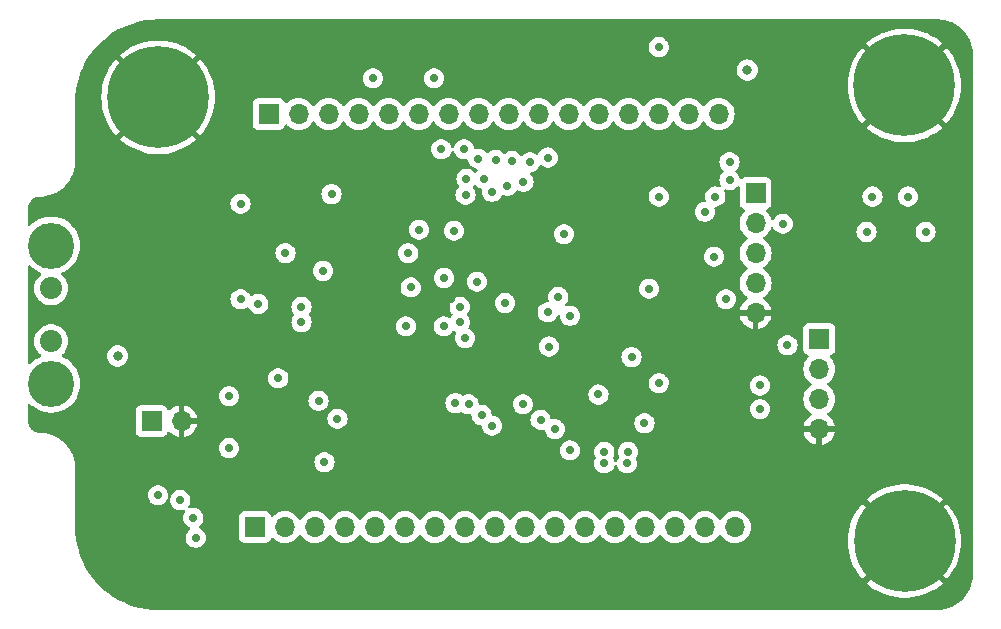
<source format=gbr>
%TF.GenerationSoftware,KiCad,Pcbnew,7.0.7-7.0.7~ubuntu22.04.1*%
%TF.CreationDate,2023-09-19T15:28:46+02:00*%
%TF.ProjectId,kicad103,6b696361-6431-4303-932e-6b696361645f,rev?*%
%TF.SameCoordinates,Original*%
%TF.FileFunction,Copper,L2,Inr*%
%TF.FilePolarity,Positive*%
%FSLAX46Y46*%
G04 Gerber Fmt 4.6, Leading zero omitted, Abs format (unit mm)*
G04 Created by KiCad (PCBNEW 7.0.7-7.0.7~ubuntu22.04.1) date 2023-09-19 15:28:46*
%MOMM*%
%LPD*%
G01*
G04 APERTURE LIST*
%TA.AperFunction,ComponentPad*%
%ADD10R,1.700000X1.700000*%
%TD*%
%TA.AperFunction,ComponentPad*%
%ADD11O,1.700000X1.700000*%
%TD*%
%TA.AperFunction,ComponentPad*%
%ADD12C,0.900000*%
%TD*%
%TA.AperFunction,ComponentPad*%
%ADD13C,8.600000*%
%TD*%
%TA.AperFunction,ComponentPad*%
%ADD14C,1.875000*%
%TD*%
%TA.AperFunction,ComponentPad*%
%ADD15C,3.894000*%
%TD*%
%TA.AperFunction,ViaPad*%
%ADD16C,0.700000*%
%TD*%
%TA.AperFunction,ViaPad*%
%ADD17C,0.800000*%
%TD*%
G04 APERTURE END LIST*
D10*
%TO.N,PB15*%
%TO.C,J5*%
X67380000Y-52000000D03*
D11*
%TO.N,PB14*%
X69920000Y-52000000D03*
%TO.N,PB13*%
X72460000Y-52000000D03*
%TO.N,PB12*%
X75000000Y-52000000D03*
%TO.N,PB11*%
X77540000Y-52000000D03*
%TO.N,PB10*%
X80080000Y-52000000D03*
%TO.N,PB9*%
X82620000Y-52000000D03*
%TO.N,PB8*%
X85160000Y-52000000D03*
%TO.N,PB7*%
X87700000Y-52000000D03*
%TO.N,PB6*%
X90240000Y-52000000D03*
%TO.N,PB5*%
X92780000Y-52000000D03*
%TO.N,PB4*%
X95320000Y-52000000D03*
%TO.N,PB3*%
X97860000Y-52000000D03*
%TO.N,PB2*%
X100400000Y-52000000D03*
%TO.N,PB1*%
X102940000Y-52000000D03*
%TO.N,PB0*%
X105480000Y-52000000D03*
%TD*%
D10*
%TO.N,Net-(D1-A)*%
%TO.C,J2*%
X57460000Y-78000000D03*
D11*
%TO.N,GND*%
X60000000Y-78000000D03*
%TD*%
D12*
%TO.N,GND*%
%TO.C,H3*%
X54794581Y-50600000D03*
X55739162Y-48319581D03*
X55739162Y-52880419D03*
X58019581Y-47375000D03*
D13*
X58019581Y-50600000D03*
D12*
X58019581Y-53825000D03*
X60300000Y-48319581D03*
X60300000Y-52880419D03*
X61244581Y-50600000D03*
%TD*%
D10*
%TO.N,+3.3V*%
%TO.C,J7*%
X114000000Y-71080000D03*
D11*
%TO.N,PB14*%
X114000000Y-73620000D03*
%TO.N,PB13*%
X114000000Y-76160000D03*
%TO.N,GND*%
X114000000Y-78700000D03*
%TD*%
D12*
%TO.N,GND*%
%TO.C,H2*%
X117994581Y-88180419D03*
X118939162Y-85900000D03*
X118939162Y-90460838D03*
X121219581Y-84955419D03*
D13*
X121219581Y-88180419D03*
D12*
X121219581Y-91405419D03*
X123500000Y-85900000D03*
X123500000Y-90460838D03*
X124444581Y-88180419D03*
%TD*%
D10*
%TO.N,PB3*%
%TO.C,J8*%
X108600000Y-58720000D03*
D11*
%TO.N,+3.3V*%
X108600000Y-61260000D03*
%TO.N,PA13*%
X108600000Y-63800000D03*
%TO.N,PA14*%
X108600000Y-66340000D03*
%TO.N,GND*%
X108600000Y-68880000D03*
%TD*%
D10*
%TO.N,PA0*%
%TO.C,J9*%
X66220000Y-87000000D03*
D11*
%TO.N,PA1*%
X68760000Y-87000000D03*
%TO.N,PA2*%
X71300000Y-87000000D03*
%TO.N,PA3*%
X73840000Y-87000000D03*
%TO.N,PA4*%
X76380000Y-87000000D03*
%TO.N,PA5*%
X78920000Y-87000000D03*
%TO.N,PA6*%
X81460000Y-87000000D03*
%TO.N,PA7*%
X84000000Y-87000000D03*
%TO.N,PA8*%
X86540000Y-87000000D03*
%TO.N,PA9*%
X89080000Y-87000000D03*
%TO.N,PA10*%
X91620000Y-87000000D03*
%TO.N,PA13*%
X94160000Y-87000000D03*
%TO.N,PA14*%
X96700000Y-87000000D03*
%TO.N,PA15*%
X99240000Y-87000000D03*
%TO.N,PC13*%
X101780000Y-87000000D03*
%TO.N,PC14*%
X104320000Y-87000000D03*
%TO.N,PC15*%
X106860000Y-87000000D03*
%TD*%
D14*
%TO.N,unconnected-(J1-Pad5)*%
%TO.C,J1*%
X48975000Y-66750000D03*
%TO.N,unconnected-(J1-Pad6)*%
X48975000Y-71250000D03*
D15*
%TO.N,unconnected-(J1-Pad7)*%
X48975000Y-63150000D03*
%TO.N,unconnected-(J1-Pad8)*%
X48975000Y-74850000D03*
%TD*%
D12*
%TO.N,GND*%
%TO.C,H1*%
X117975000Y-49600000D03*
X118919581Y-47319581D03*
X118919581Y-51880419D03*
X121200000Y-46375000D03*
D13*
X121200000Y-49600000D03*
D12*
X121200000Y-52825000D03*
X123480419Y-47319581D03*
X123480419Y-51880419D03*
X124425000Y-49600000D03*
%TD*%
D16*
%TO.N,+3.3V*%
X92400000Y-62200000D03*
X88900000Y-76600000D03*
X110900000Y-61300000D03*
X65000000Y-67700000D03*
X79000000Y-70000000D03*
X65000000Y-59600000D03*
X100400000Y-59000000D03*
X72000000Y-65300000D03*
X64000000Y-75900000D03*
X79200000Y-63800000D03*
X68800000Y-63800000D03*
X111300000Y-71600000D03*
X80100000Y-61800000D03*
%TO.N,/USB_D-*%
X70157513Y-69650000D03*
X83549513Y-69650000D03*
%TO.N,GND*%
X111500000Y-78700000D03*
X87300000Y-76600000D03*
X82400000Y-59200000D03*
X78000000Y-61400000D03*
X74200000Y-64100000D03*
X82800000Y-67700000D03*
X106300000Y-71200000D03*
X100400000Y-60300000D03*
X78000000Y-72800000D03*
D17*
X63900000Y-70800000D03*
D16*
X74200000Y-71800000D03*
X69500000Y-65700000D03*
X100400000Y-61500000D03*
X92400000Y-66000000D03*
X76000000Y-60600000D03*
D17*
X61000000Y-80500000D03*
X54100000Y-65500000D03*
D16*
X96100000Y-69000000D03*
D17*
X58700000Y-67800000D03*
D16*
X68000000Y-75900000D03*
%TO.N,/USB_D+*%
X70157513Y-68350000D03*
X83549513Y-68350000D03*
%TO.N,PA13*%
X92900000Y-80500000D03*
X105200000Y-59000000D03*
X92900000Y-69100000D03*
%TO.N,PA14*%
X104300000Y-60300000D03*
X106100000Y-67700000D03*
%TO.N,PB3*%
X106400000Y-56100500D03*
X106400000Y-57600000D03*
%TO.N,PA15*%
X100400000Y-74800000D03*
X99600000Y-66800000D03*
X99200000Y-78200000D03*
X98100000Y-72600000D03*
%TO.N,PC14*%
X97700000Y-81600000D03*
X95800000Y-81600000D03*
X82236654Y-65900000D03*
%TO.N,PC15*%
X79398360Y-66700000D03*
%TO.N,PB15*%
X97800000Y-80600000D03*
X95300000Y-75763000D03*
X91100000Y-71700000D03*
X95800000Y-80600000D03*
X91000000Y-68800000D03*
%TO.N,PB14*%
X76200000Y-49000000D03*
X81400000Y-49000000D03*
%TO.N,PB13*%
X82000000Y-55000000D03*
X109000000Y-75000000D03*
X83900000Y-55000000D03*
%TO.N,PB12*%
X109000000Y-77000000D03*
%TO.N,PB11*%
X84000000Y-71000000D03*
X68200000Y-74400000D03*
X72100000Y-81500000D03*
X71600000Y-76300000D03*
X66500000Y-68100000D03*
X73200000Y-77800000D03*
%TO.N,PB10*%
X61200000Y-87900000D03*
X86300000Y-78400000D03*
%TO.N,PB9*%
X83050500Y-61896691D03*
%TO.N,PB8*%
X85100000Y-55800000D03*
X84125535Y-57499500D03*
%TO.N,PB7*%
X86600000Y-55900000D03*
X85600000Y-57499500D03*
%TO.N,PB6*%
X86305378Y-58605378D03*
X88000000Y-56000000D03*
%TO.N,PB5*%
X89500000Y-56100000D03*
X87600000Y-58100000D03*
%TO.N,PB4*%
X91000000Y-55700000D03*
X88955378Y-57755378D03*
%TO.N,PB2*%
X85400000Y-77500000D03*
X100400000Y-46349500D03*
X61000000Y-86200000D03*
%TO.N,PB1*%
X59900000Y-84700000D03*
D17*
X107900000Y-48300000D03*
D16*
X84300000Y-76600000D03*
X118500000Y-59000000D03*
X121500000Y-59000000D03*
%TO.N,PB0*%
X118000000Y-62000000D03*
X123000000Y-62000000D03*
X83194622Y-76494622D03*
X58000000Y-84300000D03*
%TO.N,PA1*%
X82200000Y-70000000D03*
%TO.N,PA9*%
X87400000Y-68024500D03*
X90400000Y-77900000D03*
%TO.N,Net-(D3-K)*%
X72700000Y-58800000D03*
%TO.N,PA10*%
X91600000Y-78700000D03*
X91900000Y-67500000D03*
%TO.N,Net-(J3-Pin_10)*%
X105100000Y-64100000D03*
X85000000Y-66200000D03*
%TO.N,Net-(U1-BOOT0)*%
X84050500Y-58844396D03*
D17*
%TO.N,Net-(D1-A)*%
X54600000Y-72500000D03*
D16*
%TO.N,Net-(D2-K)*%
X64000000Y-80300000D03*
%TD*%
%TA.AperFunction,Conductor*%
%TO.N,GND*%
G36*
X119566542Y-89582416D02*
G01*
X119619396Y-89620343D01*
X119644608Y-89651333D01*
X119787457Y-89784746D01*
X119823016Y-89844890D01*
X119820413Y-89914711D01*
X119790501Y-89963050D01*
X119402281Y-90351270D01*
X119340958Y-90384755D01*
X119271266Y-90379771D01*
X119215333Y-90337899D01*
X119203602Y-90318866D01*
X119182714Y-90276916D01*
X119182712Y-90276914D01*
X119099828Y-90201353D01*
X119093672Y-90198969D01*
X119038269Y-90156397D01*
X119014678Y-90090631D01*
X119030388Y-90022550D01*
X119050783Y-89995661D01*
X119435527Y-89610917D01*
X119496850Y-89577432D01*
X119566542Y-89582416D01*
G37*
%TD.AperFunction*%
%TA.AperFunction,Conductor*%
G36*
X123003633Y-89610918D02*
G01*
X123389737Y-89997021D01*
X123423222Y-90058344D01*
X123418238Y-90128035D01*
X123376367Y-90183969D01*
X123367335Y-90190128D01*
X123294390Y-90235294D01*
X123219874Y-90333970D01*
X123216476Y-90331404D01*
X123184097Y-90366273D01*
X123116420Y-90383641D01*
X123050098Y-90361662D01*
X123033004Y-90347395D01*
X122648659Y-89963050D01*
X122615174Y-89901727D01*
X122620158Y-89832035D01*
X122651702Y-89784747D01*
X122794550Y-89651337D01*
X122819766Y-89620343D01*
X122877339Y-89580764D01*
X122947175Y-89578594D01*
X123003633Y-89610918D01*
G37*
%TD.AperFunction*%
%TA.AperFunction,Conductor*%
G36*
X123167893Y-85981064D02*
G01*
X123223827Y-86022935D01*
X123235560Y-86041974D01*
X123256447Y-86083921D01*
X123256448Y-86083922D01*
X123339334Y-86159484D01*
X123345488Y-86161868D01*
X123400890Y-86204441D01*
X123424481Y-86270207D01*
X123408770Y-86338288D01*
X123388376Y-86365176D01*
X123003633Y-86749918D01*
X122942310Y-86783403D01*
X122872618Y-86778419D01*
X122819765Y-86740493D01*
X122794553Y-86709505D01*
X122794554Y-86709505D01*
X122794550Y-86709501D01*
X122717043Y-86637114D01*
X122651703Y-86576090D01*
X122616144Y-86515946D01*
X122618747Y-86446125D01*
X122648659Y-86397786D01*
X123036879Y-86009565D01*
X123098202Y-85976080D01*
X123167893Y-85981064D01*
G37*
%TD.AperFunction*%
%TA.AperFunction,Conductor*%
G36*
X119388804Y-85998996D02*
G01*
X119406157Y-86013442D01*
X119790502Y-86397787D01*
X119823987Y-86459110D01*
X119819003Y-86528802D01*
X119787458Y-86576091D01*
X119644607Y-86709505D01*
X119619396Y-86740494D01*
X119561818Y-86780074D01*
X119491982Y-86782242D01*
X119435528Y-86749919D01*
X119049424Y-86363816D01*
X119015939Y-86302493D01*
X119020923Y-86232802D01*
X119062794Y-86176868D01*
X119071820Y-86170713D01*
X119144772Y-86125543D01*
X119212363Y-86036038D01*
X119212362Y-86036038D01*
X119219288Y-86026868D01*
X119222709Y-86029451D01*
X119254793Y-85994725D01*
X119322425Y-85977186D01*
X119388804Y-85998996D01*
G37*
%TD.AperFunction*%
%TA.AperFunction,Conductor*%
G36*
X56366542Y-52001997D02*
G01*
X56419396Y-52039924D01*
X56444608Y-52070914D01*
X56587457Y-52204327D01*
X56623016Y-52264471D01*
X56620413Y-52334292D01*
X56590501Y-52382631D01*
X56202281Y-52770851D01*
X56140958Y-52804336D01*
X56071266Y-52799352D01*
X56015333Y-52757480D01*
X56003602Y-52738447D01*
X55982714Y-52696497D01*
X55974449Y-52688962D01*
X55899828Y-52620934D01*
X55893672Y-52618550D01*
X55838269Y-52575978D01*
X55814678Y-52510212D01*
X55830388Y-52442131D01*
X55850783Y-52415242D01*
X56235527Y-52030498D01*
X56296850Y-51997013D01*
X56366542Y-52001997D01*
G37*
%TD.AperFunction*%
%TA.AperFunction,Conductor*%
G36*
X59803633Y-52030499D02*
G01*
X60189737Y-52416602D01*
X60223222Y-52477925D01*
X60218238Y-52547616D01*
X60176367Y-52603550D01*
X60167335Y-52609709D01*
X60094390Y-52654875D01*
X60019874Y-52753551D01*
X60016476Y-52750985D01*
X59984097Y-52785854D01*
X59916420Y-52803222D01*
X59850098Y-52781243D01*
X59833004Y-52766976D01*
X59448659Y-52382631D01*
X59415174Y-52321308D01*
X59420158Y-52251616D01*
X59451702Y-52204328D01*
X59594550Y-52070918D01*
X59619766Y-52039924D01*
X59677339Y-52000345D01*
X59747175Y-51998175D01*
X59803633Y-52030499D01*
G37*
%TD.AperFunction*%
%TA.AperFunction,Conductor*%
G36*
X59967893Y-48400645D02*
G01*
X60023827Y-48442516D01*
X60035560Y-48461555D01*
X60056447Y-48503502D01*
X60056448Y-48503503D01*
X60139334Y-48579065D01*
X60145488Y-48581449D01*
X60200890Y-48624022D01*
X60224481Y-48689788D01*
X60208770Y-48757869D01*
X60188376Y-48784757D01*
X59803633Y-49169499D01*
X59742310Y-49202984D01*
X59672618Y-49198000D01*
X59619765Y-49160074D01*
X59594553Y-49129086D01*
X59594554Y-49129086D01*
X59594550Y-49129082D01*
X59494491Y-49035633D01*
X59451703Y-48995671D01*
X59416144Y-48935527D01*
X59418747Y-48865706D01*
X59448659Y-48817367D01*
X59836879Y-48429146D01*
X59898202Y-48395661D01*
X59967893Y-48400645D01*
G37*
%TD.AperFunction*%
%TA.AperFunction,Conductor*%
G36*
X56188804Y-48418577D02*
G01*
X56206157Y-48433023D01*
X56590502Y-48817368D01*
X56623987Y-48878691D01*
X56619003Y-48948383D01*
X56587458Y-48995672D01*
X56444607Y-49129086D01*
X56419396Y-49160075D01*
X56361818Y-49199655D01*
X56291982Y-49201823D01*
X56235528Y-49169500D01*
X55849424Y-48783397D01*
X55815939Y-48722074D01*
X55820923Y-48652383D01*
X55862794Y-48596449D01*
X55871820Y-48590294D01*
X55944772Y-48545124D01*
X56012363Y-48455619D01*
X56012362Y-48455619D01*
X56019288Y-48446449D01*
X56022709Y-48449032D01*
X56054793Y-48414306D01*
X56122425Y-48396767D01*
X56188804Y-48418577D01*
G37*
%TD.AperFunction*%
%TA.AperFunction,Conductor*%
G36*
X119546961Y-51001997D02*
G01*
X119599815Y-51039924D01*
X119625027Y-51070914D01*
X119767876Y-51204327D01*
X119803435Y-51264471D01*
X119800832Y-51334292D01*
X119770920Y-51382631D01*
X119382700Y-51770851D01*
X119321377Y-51804336D01*
X119251685Y-51799352D01*
X119195752Y-51757480D01*
X119184021Y-51738447D01*
X119163133Y-51696497D01*
X119163131Y-51696495D01*
X119080247Y-51620934D01*
X119074091Y-51618550D01*
X119018688Y-51575978D01*
X118995097Y-51510212D01*
X119010807Y-51442131D01*
X119031202Y-51415242D01*
X119415946Y-51030498D01*
X119477269Y-50997013D01*
X119546961Y-51001997D01*
G37*
%TD.AperFunction*%
%TA.AperFunction,Conductor*%
G36*
X122984052Y-51030499D02*
G01*
X123370156Y-51416602D01*
X123403641Y-51477925D01*
X123398657Y-51547616D01*
X123356786Y-51603550D01*
X123347754Y-51609709D01*
X123274809Y-51654875D01*
X123200293Y-51753551D01*
X123196895Y-51750985D01*
X123164516Y-51785854D01*
X123096839Y-51803222D01*
X123030517Y-51781243D01*
X123013423Y-51766976D01*
X122629078Y-51382631D01*
X122595593Y-51321308D01*
X122600577Y-51251616D01*
X122632121Y-51204328D01*
X122774969Y-51070918D01*
X122800185Y-51039924D01*
X122857758Y-51000345D01*
X122927594Y-50998175D01*
X122984052Y-51030499D01*
G37*
%TD.AperFunction*%
%TA.AperFunction,Conductor*%
G36*
X123148312Y-47400645D02*
G01*
X123204246Y-47442516D01*
X123215979Y-47461555D01*
X123236866Y-47503502D01*
X123236868Y-47503504D01*
X123250410Y-47515849D01*
X123319753Y-47579065D01*
X123325907Y-47581449D01*
X123381309Y-47624022D01*
X123404900Y-47689788D01*
X123389189Y-47757869D01*
X123368795Y-47784757D01*
X122984052Y-48169499D01*
X122922729Y-48202984D01*
X122853037Y-48198000D01*
X122800184Y-48160074D01*
X122774972Y-48129086D01*
X122774973Y-48129086D01*
X122774969Y-48129082D01*
X122689084Y-48048871D01*
X122632122Y-47995671D01*
X122596563Y-47935527D01*
X122599166Y-47865706D01*
X122629078Y-47817367D01*
X123017298Y-47429146D01*
X123078621Y-47395661D01*
X123148312Y-47400645D01*
G37*
%TD.AperFunction*%
%TA.AperFunction,Conductor*%
G36*
X119369223Y-47418577D02*
G01*
X119386576Y-47433023D01*
X119770921Y-47817368D01*
X119804406Y-47878691D01*
X119799422Y-47948383D01*
X119767877Y-47995672D01*
X119625026Y-48129086D01*
X119599815Y-48160075D01*
X119542237Y-48199655D01*
X119472401Y-48201823D01*
X119415947Y-48169500D01*
X119029843Y-47783397D01*
X118996358Y-47722074D01*
X119001342Y-47652383D01*
X119043213Y-47596449D01*
X119052239Y-47590294D01*
X119125191Y-47545124D01*
X119192782Y-47455619D01*
X119192781Y-47455619D01*
X119199707Y-47446449D01*
X119203128Y-47449032D01*
X119235212Y-47414306D01*
X119302844Y-47396767D01*
X119369223Y-47418577D01*
G37*
%TD.AperFunction*%
%TA.AperFunction,Conductor*%
G36*
X124001620Y-44000584D02*
G01*
X124146713Y-44008189D01*
X124310288Y-44016762D01*
X124316746Y-44017440D01*
X124620419Y-44065537D01*
X124626765Y-44066886D01*
X124923759Y-44146466D01*
X124929925Y-44148468D01*
X125182163Y-44245293D01*
X125216967Y-44258653D01*
X125222898Y-44261293D01*
X125496862Y-44400885D01*
X125502467Y-44404121D01*
X125760337Y-44571584D01*
X125765585Y-44575397D01*
X126004533Y-44768893D01*
X126009359Y-44773239D01*
X126226760Y-44990640D01*
X126231106Y-44995466D01*
X126424602Y-45234414D01*
X126428417Y-45239666D01*
X126595874Y-45497526D01*
X126599117Y-45503143D01*
X126738705Y-45777099D01*
X126741346Y-45783032D01*
X126851527Y-46070064D01*
X126853533Y-46076240D01*
X126933113Y-46373234D01*
X126934463Y-46379586D01*
X126982558Y-46683252D01*
X126983237Y-46689711D01*
X126999414Y-46998377D01*
X126999499Y-47001623D01*
X126999500Y-90907290D01*
X126999500Y-90998376D01*
X126999415Y-91001622D01*
X126983237Y-91310289D01*
X126982558Y-91316747D01*
X126934463Y-91620413D01*
X126933113Y-91626765D01*
X126853533Y-91923759D01*
X126851527Y-91929935D01*
X126741346Y-92216967D01*
X126738705Y-92222900D01*
X126599117Y-92496856D01*
X126595870Y-92502480D01*
X126428419Y-92760331D01*
X126424602Y-92765585D01*
X126231106Y-93004533D01*
X126226760Y-93009359D01*
X126009359Y-93226760D01*
X126004533Y-93231106D01*
X125765585Y-93424602D01*
X125760331Y-93428419D01*
X125502480Y-93595870D01*
X125496856Y-93599117D01*
X125222900Y-93738705D01*
X125216967Y-93741346D01*
X124929935Y-93851527D01*
X124923759Y-93853533D01*
X124626765Y-93933113D01*
X124620413Y-93934463D01*
X124316747Y-93982558D01*
X124310289Y-93983237D01*
X124018862Y-93998511D01*
X124001620Y-93999415D01*
X123998377Y-93999500D01*
X58000000Y-93999500D01*
X57502881Y-93981745D01*
X57498465Y-93981429D01*
X57006066Y-93928491D01*
X57001684Y-93927861D01*
X56514322Y-93839931D01*
X56510009Y-93838992D01*
X56030147Y-93716515D01*
X56025907Y-93715270D01*
X55556032Y-93558881D01*
X55551884Y-93557334D01*
X55094352Y-93367817D01*
X55090325Y-93365978D01*
X54647473Y-93144303D01*
X54643587Y-93142181D01*
X54370950Y-92980418D01*
X54217688Y-92889483D01*
X54213982Y-92887102D01*
X53925605Y-92686878D01*
X53807180Y-92604654D01*
X53803636Y-92602001D01*
X53555686Y-92402191D01*
X53418016Y-92291250D01*
X53414679Y-92288358D01*
X53052227Y-91950902D01*
X53049097Y-91947772D01*
X52711641Y-91585320D01*
X52708751Y-91581985D01*
X52492419Y-91313533D01*
X52397998Y-91196363D01*
X52395345Y-91192819D01*
X52322678Y-91088159D01*
X52112892Y-90786010D01*
X52110516Y-90782311D01*
X51857810Y-90356397D01*
X51855696Y-90352526D01*
X51855067Y-90351270D01*
X51724601Y-90090631D01*
X51634021Y-89909674D01*
X51632182Y-89905647D01*
X51442665Y-89448115D01*
X51441118Y-89443967D01*
X51284724Y-88974076D01*
X51283488Y-88969870D01*
X51161001Y-88489969D01*
X51160072Y-88485697D01*
X51072135Y-87998296D01*
X51071508Y-87993933D01*
X51067958Y-87960917D01*
X51018570Y-87501534D01*
X51018255Y-87497136D01*
X51000500Y-87000000D01*
X51000500Y-86907290D01*
X51000500Y-86907289D01*
X51000500Y-84299999D01*
X57144815Y-84299999D01*
X57163503Y-84477805D01*
X57163504Y-84477807D01*
X57218747Y-84647829D01*
X57218750Y-84647835D01*
X57308141Y-84802665D01*
X57349812Y-84848946D01*
X57427764Y-84935521D01*
X57427767Y-84935523D01*
X57427770Y-84935526D01*
X57572407Y-85040612D01*
X57735733Y-85113329D01*
X57910609Y-85150500D01*
X57910610Y-85150500D01*
X58089389Y-85150500D01*
X58089391Y-85150500D01*
X58264267Y-85113329D01*
X58427593Y-85040612D01*
X58572230Y-84935526D01*
X58691859Y-84802665D01*
X58781250Y-84647835D01*
X58814370Y-84545901D01*
X58834369Y-84516654D01*
X59034640Y-84516654D01*
X59038488Y-84520186D01*
X59056250Y-84587761D01*
X59055622Y-84597174D01*
X59050298Y-84647835D01*
X59044815Y-84699999D01*
X59063503Y-84877805D01*
X59063504Y-84877807D01*
X59118747Y-85047829D01*
X59118750Y-85047835D01*
X59208141Y-85202665D01*
X59224352Y-85220669D01*
X59327764Y-85335521D01*
X59327767Y-85335523D01*
X59327770Y-85335526D01*
X59472407Y-85440612D01*
X59635733Y-85513329D01*
X59810609Y-85550500D01*
X59810610Y-85550500D01*
X59989389Y-85550500D01*
X59989391Y-85550500D01*
X60118703Y-85523013D01*
X60164263Y-85513330D01*
X60164264Y-85513329D01*
X60164267Y-85513329D01*
X60164269Y-85513327D01*
X60164897Y-85513124D01*
X60165284Y-85513112D01*
X60170624Y-85511978D01*
X60170831Y-85512953D01*
X60234738Y-85511122D01*
X60294574Y-85547197D01*
X60325408Y-85609895D01*
X60317450Y-85679310D01*
X60310614Y-85693050D01*
X60218749Y-85852167D01*
X60218747Y-85852170D01*
X60163504Y-86022192D01*
X60163503Y-86022194D01*
X60144815Y-86199999D01*
X60163503Y-86377805D01*
X60163504Y-86377807D01*
X60218747Y-86547829D01*
X60218750Y-86547835D01*
X60308141Y-86702665D01*
X60314300Y-86709505D01*
X60427764Y-86835521D01*
X60427767Y-86835523D01*
X60427770Y-86835526D01*
X60572407Y-86940612D01*
X60686915Y-86991594D01*
X60740151Y-87036843D01*
X60760473Y-87103692D01*
X60741428Y-87170916D01*
X60709365Y-87205190D01*
X60627772Y-87264471D01*
X60627770Y-87264473D01*
X60508140Y-87397336D01*
X60418750Y-87552164D01*
X60418747Y-87552170D01*
X60363504Y-87722192D01*
X60363503Y-87722194D01*
X60345038Y-87897876D01*
X60344815Y-87900000D01*
X60347015Y-87920935D01*
X60363503Y-88077805D01*
X60363504Y-88077807D01*
X60418747Y-88247829D01*
X60418750Y-88247835D01*
X60508141Y-88402665D01*
X60549812Y-88448946D01*
X60627764Y-88535521D01*
X60627767Y-88535523D01*
X60627770Y-88535526D01*
X60772407Y-88640612D01*
X60935733Y-88713329D01*
X61110609Y-88750500D01*
X61110610Y-88750500D01*
X61289389Y-88750500D01*
X61289391Y-88750500D01*
X61464267Y-88713329D01*
X61627593Y-88640612D01*
X61772230Y-88535526D01*
X61891859Y-88402665D01*
X61981250Y-88247835D01*
X62036497Y-88077803D01*
X62055185Y-87900000D01*
X62054961Y-87897870D01*
X64869500Y-87897870D01*
X64869501Y-87897876D01*
X64875908Y-87957483D01*
X64926202Y-88092328D01*
X64926206Y-88092335D01*
X65012452Y-88207544D01*
X65012455Y-88207547D01*
X65127664Y-88293793D01*
X65127671Y-88293797D01*
X65262517Y-88344091D01*
X65262516Y-88344091D01*
X65269444Y-88344835D01*
X65322127Y-88350500D01*
X67117872Y-88350499D01*
X67177483Y-88344091D01*
X67312331Y-88293796D01*
X67427546Y-88207546D01*
X67513796Y-88092331D01*
X67562810Y-87960916D01*
X67604681Y-87904984D01*
X67670145Y-87880566D01*
X67738418Y-87895417D01*
X67766673Y-87916569D01*
X67888599Y-88038495D01*
X67972007Y-88096898D01*
X68082165Y-88174032D01*
X68082167Y-88174033D01*
X68082170Y-88174035D01*
X68296337Y-88273903D01*
X68524592Y-88335063D01*
X68701034Y-88350500D01*
X68759999Y-88355659D01*
X68760000Y-88355659D01*
X68760001Y-88355659D01*
X68818966Y-88350500D01*
X68995408Y-88335063D01*
X69223663Y-88273903D01*
X69437830Y-88174035D01*
X69631401Y-88038495D01*
X69798495Y-87871401D01*
X69928426Y-87685841D01*
X69983002Y-87642217D01*
X70052500Y-87635023D01*
X70114855Y-87666546D01*
X70131575Y-87685842D01*
X70261500Y-87871395D01*
X70261505Y-87871401D01*
X70428599Y-88038495D01*
X70512007Y-88096898D01*
X70622165Y-88174032D01*
X70622167Y-88174033D01*
X70622170Y-88174035D01*
X70836337Y-88273903D01*
X71064592Y-88335063D01*
X71241034Y-88350500D01*
X71299999Y-88355659D01*
X71300000Y-88355659D01*
X71300001Y-88355659D01*
X71358966Y-88350500D01*
X71535408Y-88335063D01*
X71763663Y-88273903D01*
X71977830Y-88174035D01*
X72171401Y-88038495D01*
X72338495Y-87871401D01*
X72468426Y-87685841D01*
X72523002Y-87642217D01*
X72592500Y-87635023D01*
X72654855Y-87666546D01*
X72671575Y-87685842D01*
X72801500Y-87871395D01*
X72801505Y-87871401D01*
X72968599Y-88038495D01*
X73052007Y-88096898D01*
X73162165Y-88174032D01*
X73162167Y-88174033D01*
X73162170Y-88174035D01*
X73376337Y-88273903D01*
X73604592Y-88335063D01*
X73781034Y-88350500D01*
X73839999Y-88355659D01*
X73840000Y-88355659D01*
X73840001Y-88355659D01*
X73898966Y-88350500D01*
X74075408Y-88335063D01*
X74303663Y-88273903D01*
X74517830Y-88174035D01*
X74711401Y-88038495D01*
X74878495Y-87871401D01*
X75008426Y-87685841D01*
X75063002Y-87642217D01*
X75132500Y-87635023D01*
X75194855Y-87666546D01*
X75211575Y-87685842D01*
X75341500Y-87871395D01*
X75341505Y-87871401D01*
X75508599Y-88038495D01*
X75592007Y-88096898D01*
X75702165Y-88174032D01*
X75702167Y-88174033D01*
X75702170Y-88174035D01*
X75916337Y-88273903D01*
X76144592Y-88335063D01*
X76321034Y-88350500D01*
X76379999Y-88355659D01*
X76380000Y-88355659D01*
X76380001Y-88355659D01*
X76438966Y-88350500D01*
X76615408Y-88335063D01*
X76843663Y-88273903D01*
X77057830Y-88174035D01*
X77251401Y-88038495D01*
X77418495Y-87871401D01*
X77548426Y-87685841D01*
X77603002Y-87642217D01*
X77672500Y-87635023D01*
X77734855Y-87666546D01*
X77751575Y-87685842D01*
X77881500Y-87871395D01*
X77881505Y-87871401D01*
X78048599Y-88038495D01*
X78132007Y-88096898D01*
X78242165Y-88174032D01*
X78242167Y-88174033D01*
X78242170Y-88174035D01*
X78456337Y-88273903D01*
X78684592Y-88335063D01*
X78861034Y-88350500D01*
X78919999Y-88355659D01*
X78920000Y-88355659D01*
X78920001Y-88355659D01*
X78978966Y-88350500D01*
X79155408Y-88335063D01*
X79383663Y-88273903D01*
X79597830Y-88174035D01*
X79791401Y-88038495D01*
X79958495Y-87871401D01*
X80088426Y-87685841D01*
X80143002Y-87642217D01*
X80212500Y-87635023D01*
X80274855Y-87666546D01*
X80291575Y-87685842D01*
X80421500Y-87871395D01*
X80421505Y-87871401D01*
X80588599Y-88038495D01*
X80672007Y-88096898D01*
X80782165Y-88174032D01*
X80782167Y-88174033D01*
X80782170Y-88174035D01*
X80996337Y-88273903D01*
X81224592Y-88335063D01*
X81401034Y-88350500D01*
X81459999Y-88355659D01*
X81460000Y-88355659D01*
X81460001Y-88355659D01*
X81518966Y-88350500D01*
X81695408Y-88335063D01*
X81923663Y-88273903D01*
X82137830Y-88174035D01*
X82331401Y-88038495D01*
X82498495Y-87871401D01*
X82628426Y-87685840D01*
X82683001Y-87642217D01*
X82752499Y-87635023D01*
X82814854Y-87666546D01*
X82831574Y-87685841D01*
X82857029Y-87722194D01*
X82961505Y-87871401D01*
X83128599Y-88038495D01*
X83212007Y-88096898D01*
X83322165Y-88174032D01*
X83322167Y-88174033D01*
X83322170Y-88174035D01*
X83536337Y-88273903D01*
X83764592Y-88335063D01*
X83941034Y-88350500D01*
X83999999Y-88355659D01*
X84000000Y-88355659D01*
X84000001Y-88355659D01*
X84058966Y-88350500D01*
X84235408Y-88335063D01*
X84463663Y-88273903D01*
X84677830Y-88174035D01*
X84871401Y-88038495D01*
X85038495Y-87871401D01*
X85168426Y-87685840D01*
X85223001Y-87642217D01*
X85292499Y-87635023D01*
X85354854Y-87666546D01*
X85371574Y-87685841D01*
X85397029Y-87722194D01*
X85501505Y-87871401D01*
X85668599Y-88038495D01*
X85752007Y-88096898D01*
X85862165Y-88174032D01*
X85862167Y-88174033D01*
X85862170Y-88174035D01*
X86076337Y-88273903D01*
X86304592Y-88335063D01*
X86481034Y-88350500D01*
X86539999Y-88355659D01*
X86540000Y-88355659D01*
X86540001Y-88355659D01*
X86598966Y-88350500D01*
X86775408Y-88335063D01*
X87003663Y-88273903D01*
X87217830Y-88174035D01*
X87411401Y-88038495D01*
X87578495Y-87871401D01*
X87708426Y-87685840D01*
X87763001Y-87642217D01*
X87832499Y-87635023D01*
X87894854Y-87666546D01*
X87911574Y-87685841D01*
X87937029Y-87722194D01*
X88041505Y-87871401D01*
X88208599Y-88038495D01*
X88292007Y-88096898D01*
X88402165Y-88174032D01*
X88402167Y-88174033D01*
X88402170Y-88174035D01*
X88616337Y-88273903D01*
X88844592Y-88335063D01*
X89021034Y-88350500D01*
X89079999Y-88355659D01*
X89080000Y-88355659D01*
X89080001Y-88355659D01*
X89138966Y-88350500D01*
X89315408Y-88335063D01*
X89543663Y-88273903D01*
X89757830Y-88174035D01*
X89951401Y-88038495D01*
X90118495Y-87871401D01*
X90248426Y-87685840D01*
X90303001Y-87642217D01*
X90372499Y-87635023D01*
X90434854Y-87666546D01*
X90451574Y-87685841D01*
X90477029Y-87722194D01*
X90581505Y-87871401D01*
X90748599Y-88038495D01*
X90832007Y-88096898D01*
X90942165Y-88174032D01*
X90942167Y-88174033D01*
X90942170Y-88174035D01*
X91156337Y-88273903D01*
X91384592Y-88335063D01*
X91561034Y-88350500D01*
X91619999Y-88355659D01*
X91620000Y-88355659D01*
X91620001Y-88355659D01*
X91678966Y-88350500D01*
X91855408Y-88335063D01*
X92083663Y-88273903D01*
X92297830Y-88174035D01*
X92491401Y-88038495D01*
X92658495Y-87871401D01*
X92788426Y-87685840D01*
X92843001Y-87642217D01*
X92912499Y-87635023D01*
X92974854Y-87666546D01*
X92991574Y-87685841D01*
X93017029Y-87722194D01*
X93121505Y-87871401D01*
X93288599Y-88038495D01*
X93372007Y-88096898D01*
X93482165Y-88174032D01*
X93482167Y-88174033D01*
X93482170Y-88174035D01*
X93696337Y-88273903D01*
X93924592Y-88335063D01*
X94101034Y-88350500D01*
X94159999Y-88355659D01*
X94160000Y-88355659D01*
X94160001Y-88355659D01*
X94218966Y-88350500D01*
X94395408Y-88335063D01*
X94623663Y-88273903D01*
X94837830Y-88174035D01*
X95031401Y-88038495D01*
X95198495Y-87871401D01*
X95328426Y-87685840D01*
X95383001Y-87642217D01*
X95452499Y-87635023D01*
X95514854Y-87666546D01*
X95531574Y-87685841D01*
X95557029Y-87722194D01*
X95661505Y-87871401D01*
X95828599Y-88038495D01*
X95912007Y-88096898D01*
X96022165Y-88174032D01*
X96022167Y-88174033D01*
X96022170Y-88174035D01*
X96236337Y-88273903D01*
X96464592Y-88335063D01*
X96641034Y-88350500D01*
X96699999Y-88355659D01*
X96700000Y-88355659D01*
X96700001Y-88355659D01*
X96758966Y-88350500D01*
X96935408Y-88335063D01*
X97163663Y-88273903D01*
X97377830Y-88174035D01*
X97571401Y-88038495D01*
X97738495Y-87871401D01*
X97868426Y-87685840D01*
X97923001Y-87642217D01*
X97992499Y-87635023D01*
X98054854Y-87666546D01*
X98071574Y-87685841D01*
X98097029Y-87722194D01*
X98201505Y-87871401D01*
X98368599Y-88038495D01*
X98452007Y-88096898D01*
X98562165Y-88174032D01*
X98562167Y-88174033D01*
X98562170Y-88174035D01*
X98776337Y-88273903D01*
X99004592Y-88335063D01*
X99181034Y-88350500D01*
X99239999Y-88355659D01*
X99240000Y-88355659D01*
X99240001Y-88355659D01*
X99298966Y-88350500D01*
X99475408Y-88335063D01*
X99703663Y-88273903D01*
X99917830Y-88174035D01*
X100111401Y-88038495D01*
X100278495Y-87871401D01*
X100408426Y-87685841D01*
X100463002Y-87642217D01*
X100532500Y-87635023D01*
X100594855Y-87666546D01*
X100611575Y-87685842D01*
X100741500Y-87871395D01*
X100741505Y-87871401D01*
X100908599Y-88038495D01*
X100992007Y-88096898D01*
X101102165Y-88174032D01*
X101102167Y-88174033D01*
X101102170Y-88174035D01*
X101316337Y-88273903D01*
X101544592Y-88335063D01*
X101721034Y-88350500D01*
X101779999Y-88355659D01*
X101780000Y-88355659D01*
X101780001Y-88355659D01*
X101838966Y-88350500D01*
X102015408Y-88335063D01*
X102243663Y-88273903D01*
X102457830Y-88174035D01*
X102651401Y-88038495D01*
X102818495Y-87871401D01*
X102948426Y-87685840D01*
X103003001Y-87642217D01*
X103072499Y-87635023D01*
X103134854Y-87666546D01*
X103151574Y-87685841D01*
X103177029Y-87722194D01*
X103281505Y-87871401D01*
X103448599Y-88038495D01*
X103532007Y-88096898D01*
X103642165Y-88174032D01*
X103642167Y-88174033D01*
X103642170Y-88174035D01*
X103856337Y-88273903D01*
X104084592Y-88335063D01*
X104261034Y-88350500D01*
X104319999Y-88355659D01*
X104320000Y-88355659D01*
X104320001Y-88355659D01*
X104378966Y-88350500D01*
X104555408Y-88335063D01*
X104783663Y-88273903D01*
X104997830Y-88174035D01*
X105191401Y-88038495D01*
X105358495Y-87871401D01*
X105488426Y-87685841D01*
X105543002Y-87642217D01*
X105612500Y-87635023D01*
X105674855Y-87666546D01*
X105691575Y-87685842D01*
X105821500Y-87871395D01*
X105821505Y-87871401D01*
X105988599Y-88038495D01*
X106072007Y-88096898D01*
X106182165Y-88174032D01*
X106182167Y-88174033D01*
X106182170Y-88174035D01*
X106396337Y-88273903D01*
X106624592Y-88335063D01*
X106801034Y-88350500D01*
X106859999Y-88355659D01*
X106860000Y-88355659D01*
X106860001Y-88355659D01*
X106918966Y-88350500D01*
X107095408Y-88335063D01*
X107323663Y-88273903D01*
X107524133Y-88180422D01*
X116414743Y-88180422D01*
X116434085Y-88611111D01*
X116434086Y-88611120D01*
X116491959Y-89038357D01*
X116587894Y-89458677D01*
X116721123Y-89868715D01*
X116721126Y-89868723D01*
X116890566Y-90265149D01*
X116890570Y-90265157D01*
X117094875Y-90644818D01*
X117332380Y-91004626D01*
X117332381Y-91004627D01*
X117601189Y-91341701D01*
X117651804Y-91394640D01*
X118476041Y-90570403D01*
X118537364Y-90536918D01*
X118607055Y-90541902D01*
X118662989Y-90583773D01*
X118674722Y-90602812D01*
X118695609Y-90644759D01*
X118695610Y-90644760D01*
X118778496Y-90720322D01*
X118784650Y-90722706D01*
X118840052Y-90765279D01*
X118863643Y-90831045D01*
X118847932Y-90899126D01*
X118827538Y-90926014D01*
X118006458Y-91747094D01*
X118223808Y-91936988D01*
X118223825Y-91937001D01*
X118572605Y-92190405D01*
X118942721Y-92411539D01*
X118942727Y-92411542D01*
X119331150Y-92598597D01*
X119331164Y-92598603D01*
X119734790Y-92750086D01*
X119734815Y-92750094D01*
X120150397Y-92864788D01*
X120574604Y-92941770D01*
X121004016Y-92980418D01*
X121004019Y-92980419D01*
X121435143Y-92980419D01*
X121435145Y-92980418D01*
X121864557Y-92941770D01*
X122288764Y-92864788D01*
X122704346Y-92750094D01*
X122704371Y-92750086D01*
X123107997Y-92598603D01*
X123108011Y-92598597D01*
X123496434Y-92411542D01*
X123496440Y-92411539D01*
X123866556Y-92190405D01*
X124215336Y-91937001D01*
X124215353Y-91936988D01*
X124432702Y-91747094D01*
X123610262Y-90924654D01*
X123576777Y-90863331D01*
X123581761Y-90793639D01*
X123623633Y-90737706D01*
X123632658Y-90731551D01*
X123705610Y-90686381D01*
X123773201Y-90596876D01*
X123773200Y-90596876D01*
X123780126Y-90587706D01*
X123783531Y-90590277D01*
X123815813Y-90555455D01*
X123883475Y-90538031D01*
X123949816Y-90559953D01*
X123966996Y-90574280D01*
X124787356Y-91394640D01*
X124837972Y-91341701D01*
X125106780Y-91004627D01*
X125106781Y-91004626D01*
X125344286Y-90644818D01*
X125548591Y-90265157D01*
X125548595Y-90265149D01*
X125718035Y-89868723D01*
X125718038Y-89868715D01*
X125851267Y-89458677D01*
X125947202Y-89038357D01*
X126005075Y-88611120D01*
X126005076Y-88611111D01*
X126024419Y-88180422D01*
X126024419Y-88180415D01*
X126005076Y-87749726D01*
X126005075Y-87749717D01*
X125947202Y-87322480D01*
X125851267Y-86902160D01*
X125718038Y-86492122D01*
X125718035Y-86492114D01*
X125548595Y-86095688D01*
X125548591Y-86095680D01*
X125344286Y-85716019D01*
X125106781Y-85356211D01*
X125106780Y-85356210D01*
X124837972Y-85019136D01*
X124787355Y-84966195D01*
X123963119Y-85790432D01*
X123901796Y-85823917D01*
X123832104Y-85818933D01*
X123776171Y-85777061D01*
X123764440Y-85758028D01*
X123743552Y-85716078D01*
X123732719Y-85706202D01*
X123660666Y-85640515D01*
X123654510Y-85638131D01*
X123599107Y-85595559D01*
X123575516Y-85529793D01*
X123591226Y-85461712D01*
X123611621Y-85434823D01*
X124432702Y-84613742D01*
X124215353Y-84423849D01*
X124215336Y-84423836D01*
X123866556Y-84170432D01*
X123496440Y-83949298D01*
X123496434Y-83949295D01*
X123108011Y-83762240D01*
X123107997Y-83762234D01*
X122704371Y-83610751D01*
X122704346Y-83610743D01*
X122288764Y-83496049D01*
X121864557Y-83419067D01*
X121435145Y-83380419D01*
X121004016Y-83380419D01*
X120574604Y-83419067D01*
X120150397Y-83496049D01*
X119734815Y-83610743D01*
X119734790Y-83610751D01*
X119331164Y-83762234D01*
X119331150Y-83762240D01*
X118942727Y-83949295D01*
X118942721Y-83949298D01*
X118572605Y-84170432D01*
X118223816Y-84423842D01*
X118006458Y-84613741D01*
X118006458Y-84613742D01*
X118828899Y-85436183D01*
X118862384Y-85497506D01*
X118857400Y-85567198D01*
X118815528Y-85623131D01*
X118806497Y-85629290D01*
X118733552Y-85674456D01*
X118659036Y-85773132D01*
X118655638Y-85770566D01*
X118623259Y-85805435D01*
X118555582Y-85822803D01*
X118489260Y-85800824D01*
X118472166Y-85786557D01*
X117651805Y-84966196D01*
X117651804Y-84966196D01*
X117601205Y-85019118D01*
X117601193Y-85019131D01*
X117332381Y-85356210D01*
X117332380Y-85356211D01*
X117094875Y-85716019D01*
X116890570Y-86095680D01*
X116890566Y-86095688D01*
X116721126Y-86492114D01*
X116721123Y-86492122D01*
X116587894Y-86902160D01*
X116491959Y-87322480D01*
X116434086Y-87749717D01*
X116434085Y-87749726D01*
X116414743Y-88180415D01*
X116414743Y-88180422D01*
X107524133Y-88180422D01*
X107537830Y-88174035D01*
X107731401Y-88038495D01*
X107898495Y-87871401D01*
X108034035Y-87677830D01*
X108133903Y-87463663D01*
X108195063Y-87235408D01*
X108215659Y-87000000D01*
X108214923Y-86991593D01*
X108201269Y-86835523D01*
X108195063Y-86764592D01*
X108133903Y-86536337D01*
X108034035Y-86322171D01*
X108028425Y-86314158D01*
X107898494Y-86128597D01*
X107731402Y-85961506D01*
X107731395Y-85961501D01*
X107537834Y-85825967D01*
X107537830Y-85825965D01*
X107483915Y-85800824D01*
X107323663Y-85726097D01*
X107323659Y-85726096D01*
X107323655Y-85726094D01*
X107095413Y-85664938D01*
X107095403Y-85664936D01*
X106860001Y-85644341D01*
X106859999Y-85644341D01*
X106624596Y-85664936D01*
X106624586Y-85664938D01*
X106396344Y-85726094D01*
X106396335Y-85726098D01*
X106182171Y-85825964D01*
X106182169Y-85825965D01*
X105988597Y-85961505D01*
X105821505Y-86128597D01*
X105691575Y-86314158D01*
X105636998Y-86357783D01*
X105567500Y-86364977D01*
X105505145Y-86333454D01*
X105488425Y-86314158D01*
X105358494Y-86128597D01*
X105191402Y-85961506D01*
X105191395Y-85961501D01*
X104997834Y-85825967D01*
X104997830Y-85825965D01*
X104943915Y-85800824D01*
X104783663Y-85726097D01*
X104783659Y-85726096D01*
X104783655Y-85726094D01*
X104555413Y-85664938D01*
X104555403Y-85664936D01*
X104320001Y-85644341D01*
X104319999Y-85644341D01*
X104084596Y-85664936D01*
X104084586Y-85664938D01*
X103856344Y-85726094D01*
X103856335Y-85726098D01*
X103642171Y-85825964D01*
X103642169Y-85825965D01*
X103448597Y-85961505D01*
X103281505Y-86128597D01*
X103151575Y-86314158D01*
X103096998Y-86357783D01*
X103027500Y-86364977D01*
X102965145Y-86333454D01*
X102948425Y-86314158D01*
X102818494Y-86128597D01*
X102651402Y-85961506D01*
X102651395Y-85961501D01*
X102457834Y-85825967D01*
X102457830Y-85825965D01*
X102403915Y-85800824D01*
X102243663Y-85726097D01*
X102243659Y-85726096D01*
X102243655Y-85726094D01*
X102015413Y-85664938D01*
X102015403Y-85664936D01*
X101780001Y-85644341D01*
X101779999Y-85644341D01*
X101544596Y-85664936D01*
X101544586Y-85664938D01*
X101316344Y-85726094D01*
X101316335Y-85726098D01*
X101102171Y-85825964D01*
X101102169Y-85825965D01*
X100908597Y-85961505D01*
X100741505Y-86128597D01*
X100611575Y-86314158D01*
X100556998Y-86357783D01*
X100487500Y-86364977D01*
X100425145Y-86333454D01*
X100408425Y-86314158D01*
X100278494Y-86128597D01*
X100111402Y-85961506D01*
X100111395Y-85961501D01*
X99917834Y-85825967D01*
X99917830Y-85825965D01*
X99863915Y-85800824D01*
X99703663Y-85726097D01*
X99703659Y-85726096D01*
X99703655Y-85726094D01*
X99475413Y-85664938D01*
X99475403Y-85664936D01*
X99240001Y-85644341D01*
X99239999Y-85644341D01*
X99004596Y-85664936D01*
X99004586Y-85664938D01*
X98776344Y-85726094D01*
X98776335Y-85726098D01*
X98562171Y-85825964D01*
X98562169Y-85825965D01*
X98368597Y-85961505D01*
X98201505Y-86128597D01*
X98071575Y-86314158D01*
X98016998Y-86357783D01*
X97947500Y-86364977D01*
X97885145Y-86333454D01*
X97868425Y-86314158D01*
X97738494Y-86128597D01*
X97571402Y-85961506D01*
X97571395Y-85961501D01*
X97377834Y-85825967D01*
X97377830Y-85825965D01*
X97323915Y-85800824D01*
X97163663Y-85726097D01*
X97163659Y-85726096D01*
X97163655Y-85726094D01*
X96935413Y-85664938D01*
X96935403Y-85664936D01*
X96700001Y-85644341D01*
X96699999Y-85644341D01*
X96464596Y-85664936D01*
X96464586Y-85664938D01*
X96236344Y-85726094D01*
X96236335Y-85726098D01*
X96022171Y-85825964D01*
X96022169Y-85825965D01*
X95828597Y-85961505D01*
X95661505Y-86128597D01*
X95531575Y-86314158D01*
X95476998Y-86357783D01*
X95407500Y-86364977D01*
X95345145Y-86333454D01*
X95328425Y-86314158D01*
X95198494Y-86128597D01*
X95031402Y-85961506D01*
X95031395Y-85961501D01*
X94837834Y-85825967D01*
X94837830Y-85825965D01*
X94783915Y-85800824D01*
X94623663Y-85726097D01*
X94623659Y-85726096D01*
X94623655Y-85726094D01*
X94395413Y-85664938D01*
X94395403Y-85664936D01*
X94160001Y-85644341D01*
X94159999Y-85644341D01*
X93924596Y-85664936D01*
X93924586Y-85664938D01*
X93696344Y-85726094D01*
X93696335Y-85726098D01*
X93482171Y-85825964D01*
X93482169Y-85825965D01*
X93288597Y-85961505D01*
X93121505Y-86128597D01*
X92991575Y-86314158D01*
X92936998Y-86357783D01*
X92867500Y-86364977D01*
X92805145Y-86333454D01*
X92788425Y-86314158D01*
X92658494Y-86128597D01*
X92491402Y-85961506D01*
X92491395Y-85961501D01*
X92297834Y-85825967D01*
X92297830Y-85825965D01*
X92243915Y-85800824D01*
X92083663Y-85726097D01*
X92083659Y-85726096D01*
X92083655Y-85726094D01*
X91855413Y-85664938D01*
X91855403Y-85664936D01*
X91620001Y-85644341D01*
X91619999Y-85644341D01*
X91384596Y-85664936D01*
X91384586Y-85664938D01*
X91156344Y-85726094D01*
X91156335Y-85726098D01*
X90942171Y-85825964D01*
X90942169Y-85825965D01*
X90748597Y-85961505D01*
X90581505Y-86128597D01*
X90451575Y-86314158D01*
X90396998Y-86357783D01*
X90327500Y-86364977D01*
X90265145Y-86333454D01*
X90248425Y-86314158D01*
X90118494Y-86128597D01*
X89951402Y-85961506D01*
X89951395Y-85961501D01*
X89757834Y-85825967D01*
X89757830Y-85825965D01*
X89703915Y-85800824D01*
X89543663Y-85726097D01*
X89543659Y-85726096D01*
X89543655Y-85726094D01*
X89315413Y-85664938D01*
X89315403Y-85664936D01*
X89080001Y-85644341D01*
X89079999Y-85644341D01*
X88844596Y-85664936D01*
X88844586Y-85664938D01*
X88616344Y-85726094D01*
X88616335Y-85726098D01*
X88402171Y-85825964D01*
X88402169Y-85825965D01*
X88208597Y-85961505D01*
X88041508Y-86128594D01*
X87911574Y-86314159D01*
X87856997Y-86357784D01*
X87787498Y-86364976D01*
X87725144Y-86333454D01*
X87708424Y-86314158D01*
X87677649Y-86270207D01*
X87578495Y-86128599D01*
X87578494Y-86128597D01*
X87411402Y-85961506D01*
X87411395Y-85961501D01*
X87217834Y-85825967D01*
X87217830Y-85825965D01*
X87163915Y-85800824D01*
X87003663Y-85726097D01*
X87003659Y-85726096D01*
X87003655Y-85726094D01*
X86775413Y-85664938D01*
X86775403Y-85664936D01*
X86540001Y-85644341D01*
X86539999Y-85644341D01*
X86304596Y-85664936D01*
X86304586Y-85664938D01*
X86076344Y-85726094D01*
X86076335Y-85726098D01*
X85862171Y-85825964D01*
X85862169Y-85825965D01*
X85668597Y-85961505D01*
X85501505Y-86128597D01*
X85371575Y-86314158D01*
X85316998Y-86357783D01*
X85247500Y-86364977D01*
X85185145Y-86333454D01*
X85168425Y-86314158D01*
X85038494Y-86128597D01*
X84871402Y-85961506D01*
X84871395Y-85961501D01*
X84677834Y-85825967D01*
X84677830Y-85825965D01*
X84623915Y-85800824D01*
X84463663Y-85726097D01*
X84463659Y-85726096D01*
X84463655Y-85726094D01*
X84235413Y-85664938D01*
X84235403Y-85664936D01*
X84000001Y-85644341D01*
X83999999Y-85644341D01*
X83764596Y-85664936D01*
X83764586Y-85664938D01*
X83536344Y-85726094D01*
X83536335Y-85726098D01*
X83322171Y-85825964D01*
X83322169Y-85825965D01*
X83128597Y-85961505D01*
X82961505Y-86128597D01*
X82831575Y-86314158D01*
X82776998Y-86357783D01*
X82707500Y-86364977D01*
X82645145Y-86333454D01*
X82628425Y-86314158D01*
X82498494Y-86128597D01*
X82331402Y-85961506D01*
X82331395Y-85961501D01*
X82137834Y-85825967D01*
X82137830Y-85825965D01*
X82083915Y-85800824D01*
X81923663Y-85726097D01*
X81923659Y-85726096D01*
X81923655Y-85726094D01*
X81695413Y-85664938D01*
X81695403Y-85664936D01*
X81460001Y-85644341D01*
X81459999Y-85644341D01*
X81224596Y-85664936D01*
X81224586Y-85664938D01*
X80996344Y-85726094D01*
X80996335Y-85726098D01*
X80782171Y-85825964D01*
X80782169Y-85825965D01*
X80588597Y-85961505D01*
X80421505Y-86128597D01*
X80291575Y-86314158D01*
X80236998Y-86357783D01*
X80167500Y-86364977D01*
X80105145Y-86333454D01*
X80088425Y-86314158D01*
X79958494Y-86128597D01*
X79791402Y-85961506D01*
X79791395Y-85961501D01*
X79597834Y-85825967D01*
X79597830Y-85825965D01*
X79543915Y-85800824D01*
X79383663Y-85726097D01*
X79383659Y-85726096D01*
X79383655Y-85726094D01*
X79155413Y-85664938D01*
X79155403Y-85664936D01*
X78920001Y-85644341D01*
X78919999Y-85644341D01*
X78684596Y-85664936D01*
X78684586Y-85664938D01*
X78456344Y-85726094D01*
X78456335Y-85726098D01*
X78242171Y-85825964D01*
X78242169Y-85825965D01*
X78048597Y-85961505D01*
X77881505Y-86128597D01*
X77751575Y-86314158D01*
X77696998Y-86357783D01*
X77627500Y-86364977D01*
X77565145Y-86333454D01*
X77548425Y-86314158D01*
X77418494Y-86128597D01*
X77251402Y-85961506D01*
X77251395Y-85961501D01*
X77057834Y-85825967D01*
X77057830Y-85825965D01*
X77003915Y-85800824D01*
X76843663Y-85726097D01*
X76843659Y-85726096D01*
X76843655Y-85726094D01*
X76615413Y-85664938D01*
X76615403Y-85664936D01*
X76380001Y-85644341D01*
X76379999Y-85644341D01*
X76144596Y-85664936D01*
X76144586Y-85664938D01*
X75916344Y-85726094D01*
X75916335Y-85726098D01*
X75702171Y-85825964D01*
X75702169Y-85825965D01*
X75508597Y-85961505D01*
X75341505Y-86128597D01*
X75211575Y-86314158D01*
X75156998Y-86357783D01*
X75087500Y-86364977D01*
X75025145Y-86333454D01*
X75008425Y-86314158D01*
X74878494Y-86128597D01*
X74711402Y-85961506D01*
X74711395Y-85961501D01*
X74517834Y-85825967D01*
X74517830Y-85825965D01*
X74463915Y-85800824D01*
X74303663Y-85726097D01*
X74303659Y-85726096D01*
X74303655Y-85726094D01*
X74075413Y-85664938D01*
X74075403Y-85664936D01*
X73840001Y-85644341D01*
X73839999Y-85644341D01*
X73604596Y-85664936D01*
X73604586Y-85664938D01*
X73376344Y-85726094D01*
X73376335Y-85726098D01*
X73162171Y-85825964D01*
X73162169Y-85825965D01*
X72968597Y-85961505D01*
X72801505Y-86128597D01*
X72671575Y-86314158D01*
X72616998Y-86357783D01*
X72547500Y-86364977D01*
X72485145Y-86333454D01*
X72468425Y-86314158D01*
X72338494Y-86128597D01*
X72171402Y-85961506D01*
X72171395Y-85961501D01*
X71977834Y-85825967D01*
X71977830Y-85825965D01*
X71923915Y-85800824D01*
X71763663Y-85726097D01*
X71763659Y-85726096D01*
X71763655Y-85726094D01*
X71535413Y-85664938D01*
X71535403Y-85664936D01*
X71300001Y-85644341D01*
X71299999Y-85644341D01*
X71064596Y-85664936D01*
X71064586Y-85664938D01*
X70836344Y-85726094D01*
X70836335Y-85726098D01*
X70622171Y-85825964D01*
X70622169Y-85825965D01*
X70428597Y-85961505D01*
X70261505Y-86128597D01*
X70131575Y-86314158D01*
X70076998Y-86357783D01*
X70007500Y-86364977D01*
X69945145Y-86333454D01*
X69928425Y-86314158D01*
X69798494Y-86128597D01*
X69631402Y-85961506D01*
X69631395Y-85961501D01*
X69437834Y-85825967D01*
X69437830Y-85825965D01*
X69383915Y-85800824D01*
X69223663Y-85726097D01*
X69223659Y-85726096D01*
X69223655Y-85726094D01*
X68995413Y-85664938D01*
X68995403Y-85664936D01*
X68760001Y-85644341D01*
X68759999Y-85644341D01*
X68524596Y-85664936D01*
X68524586Y-85664938D01*
X68296344Y-85726094D01*
X68296335Y-85726098D01*
X68082171Y-85825964D01*
X68082169Y-85825965D01*
X67888600Y-85961503D01*
X67766673Y-86083430D01*
X67705350Y-86116914D01*
X67635658Y-86111930D01*
X67579725Y-86070058D01*
X67562810Y-86039081D01*
X67513797Y-85907671D01*
X67513793Y-85907664D01*
X67427547Y-85792455D01*
X67427544Y-85792452D01*
X67312335Y-85706206D01*
X67312328Y-85706202D01*
X67177482Y-85655908D01*
X67177483Y-85655908D01*
X67117883Y-85649501D01*
X67117881Y-85649500D01*
X67117873Y-85649500D01*
X67117864Y-85649500D01*
X65322129Y-85649500D01*
X65322123Y-85649501D01*
X65262516Y-85655908D01*
X65127671Y-85706202D01*
X65127664Y-85706206D01*
X65012455Y-85792452D01*
X65012452Y-85792455D01*
X64926206Y-85907664D01*
X64926202Y-85907671D01*
X64875908Y-86042517D01*
X64869501Y-86102116D01*
X64869500Y-86102135D01*
X64869500Y-87897870D01*
X62054961Y-87897870D01*
X62036497Y-87722197D01*
X61981250Y-87552165D01*
X61891859Y-87397335D01*
X61824459Y-87322480D01*
X61772235Y-87264478D01*
X61772232Y-87264476D01*
X61772231Y-87264475D01*
X61772230Y-87264474D01*
X61627593Y-87159388D01*
X61627592Y-87159387D01*
X61513084Y-87108405D01*
X61459847Y-87063155D01*
X61439526Y-86996306D01*
X61458571Y-86929082D01*
X61490632Y-86894810D01*
X61572230Y-86835526D01*
X61691859Y-86702665D01*
X61781250Y-86547835D01*
X61836497Y-86377803D01*
X61855185Y-86200000D01*
X61836497Y-86022197D01*
X61799285Y-85907671D01*
X61781252Y-85852170D01*
X61781250Y-85852167D01*
X61781250Y-85852165D01*
X61691859Y-85697335D01*
X61630591Y-85629290D01*
X61572235Y-85564478D01*
X61572232Y-85564476D01*
X61572231Y-85564475D01*
X61572230Y-85564474D01*
X61427593Y-85459388D01*
X61264267Y-85386671D01*
X61264265Y-85386670D01*
X61136594Y-85359533D01*
X61089391Y-85349500D01*
X60910609Y-85349500D01*
X60895150Y-85352786D01*
X60735730Y-85386671D01*
X60735082Y-85386882D01*
X60734686Y-85386893D01*
X60729376Y-85388022D01*
X60729169Y-85387050D01*
X60665240Y-85388872D01*
X60605410Y-85352786D01*
X60574587Y-85290083D01*
X60582558Y-85220669D01*
X60589386Y-85206948D01*
X60628419Y-85139341D01*
X60681250Y-85047835D01*
X60736497Y-84877803D01*
X60755185Y-84700000D01*
X60736497Y-84522197D01*
X60681250Y-84352165D01*
X60591859Y-84197335D01*
X60545003Y-84145296D01*
X60472235Y-84064478D01*
X60472232Y-84064476D01*
X60472231Y-84064475D01*
X60472230Y-84064474D01*
X60327593Y-83959388D01*
X60164267Y-83886671D01*
X60164265Y-83886670D01*
X60036594Y-83859533D01*
X59989391Y-83849500D01*
X59810609Y-83849500D01*
X59779954Y-83856015D01*
X59635733Y-83886670D01*
X59635728Y-83886672D01*
X59472408Y-83959387D01*
X59327768Y-84064475D01*
X59208140Y-84197336D01*
X59118750Y-84352164D01*
X59118748Y-84352168D01*
X59085629Y-84454098D01*
X59046191Y-84511773D01*
X59034640Y-84516654D01*
X58834369Y-84516654D01*
X58853807Y-84488227D01*
X58865359Y-84483344D01*
X58861510Y-84479811D01*
X58843749Y-84412237D01*
X58844374Y-84402855D01*
X58855185Y-84300000D01*
X58836497Y-84122197D01*
X58808873Y-84037180D01*
X58781252Y-83952170D01*
X58781249Y-83952164D01*
X58691859Y-83797335D01*
X58645003Y-83745296D01*
X58572235Y-83664478D01*
X58572232Y-83664476D01*
X58572231Y-83664475D01*
X58572230Y-83664474D01*
X58427593Y-83559388D01*
X58264267Y-83486671D01*
X58264265Y-83486670D01*
X58136594Y-83459533D01*
X58089391Y-83449500D01*
X57910609Y-83449500D01*
X57879954Y-83456015D01*
X57735733Y-83486670D01*
X57735728Y-83486672D01*
X57572408Y-83559387D01*
X57427768Y-83664475D01*
X57308140Y-83797336D01*
X57218750Y-83952164D01*
X57218747Y-83952170D01*
X57163504Y-84122192D01*
X57163503Y-84122194D01*
X57144815Y-84299999D01*
X51000500Y-84299999D01*
X51000500Y-81949258D01*
X51000500Y-81949257D01*
X51000500Y-81842750D01*
X50967626Y-81529974D01*
X50961255Y-81499999D01*
X71244815Y-81499999D01*
X71263503Y-81677805D01*
X71263504Y-81677807D01*
X71318747Y-81847829D01*
X71318750Y-81847835D01*
X71408141Y-82002665D01*
X71449812Y-82048946D01*
X71527764Y-82135521D01*
X71527767Y-82135523D01*
X71527770Y-82135526D01*
X71672407Y-82240612D01*
X71835733Y-82313329D01*
X72010609Y-82350500D01*
X72010610Y-82350500D01*
X72189389Y-82350500D01*
X72189391Y-82350500D01*
X72364267Y-82313329D01*
X72527593Y-82240612D01*
X72672230Y-82135526D01*
X72791859Y-82002665D01*
X72881250Y-81847835D01*
X72936497Y-81677803D01*
X72944674Y-81600000D01*
X94944815Y-81600000D01*
X94963503Y-81777805D01*
X94963504Y-81777807D01*
X95018747Y-81947829D01*
X95018750Y-81947835D01*
X95108141Y-82102665D01*
X95149812Y-82148946D01*
X95227764Y-82235521D01*
X95227767Y-82235523D01*
X95227770Y-82235526D01*
X95372407Y-82340612D01*
X95535733Y-82413329D01*
X95710609Y-82450500D01*
X95710610Y-82450500D01*
X95889389Y-82450500D01*
X95889391Y-82450500D01*
X96064267Y-82413329D01*
X96227593Y-82340612D01*
X96372230Y-82235526D01*
X96491859Y-82102665D01*
X96581250Y-81947835D01*
X96632069Y-81791429D01*
X96671506Y-81733755D01*
X96735865Y-81706556D01*
X96804711Y-81718470D01*
X96856187Y-81765714D01*
X96867931Y-81791430D01*
X96918747Y-81947829D01*
X96918750Y-81947835D01*
X97008141Y-82102665D01*
X97049812Y-82148946D01*
X97127764Y-82235521D01*
X97127767Y-82235523D01*
X97127770Y-82235526D01*
X97272407Y-82340612D01*
X97435733Y-82413329D01*
X97610609Y-82450500D01*
X97610610Y-82450500D01*
X97789389Y-82450500D01*
X97789391Y-82450500D01*
X97964267Y-82413329D01*
X98127593Y-82340612D01*
X98272230Y-82235526D01*
X98391859Y-82102665D01*
X98481250Y-81947835D01*
X98536497Y-81777803D01*
X98555185Y-81600000D01*
X98536497Y-81422197D01*
X98504003Y-81322192D01*
X98481252Y-81252170D01*
X98481249Y-81252164D01*
X98481248Y-81252163D01*
X98477846Y-81246270D01*
X98461377Y-81178370D01*
X98484231Y-81112344D01*
X98490555Y-81104459D01*
X98491855Y-81102669D01*
X98491859Y-81102665D01*
X98581250Y-80947835D01*
X98636497Y-80777803D01*
X98655185Y-80600000D01*
X98636497Y-80422197D01*
X98581250Y-80252165D01*
X98491859Y-80097335D01*
X98431800Y-80030633D01*
X98372235Y-79964478D01*
X98372232Y-79964476D01*
X98372231Y-79964475D01*
X98372230Y-79964474D01*
X98227593Y-79859388D01*
X98064267Y-79786671D01*
X98064265Y-79786670D01*
X97935906Y-79759387D01*
X97889391Y-79749500D01*
X97710609Y-79749500D01*
X97679954Y-79756015D01*
X97535733Y-79786670D01*
X97535728Y-79786672D01*
X97372408Y-79859387D01*
X97227768Y-79964475D01*
X97108140Y-80097336D01*
X97018750Y-80252164D01*
X97018747Y-80252170D01*
X96963504Y-80422192D01*
X96963503Y-80422194D01*
X96944815Y-80599999D01*
X96963503Y-80777805D01*
X96963504Y-80777807D01*
X97018750Y-80947836D01*
X97022152Y-80953729D01*
X97038622Y-81021630D01*
X97015768Y-81087656D01*
X97009437Y-81095551D01*
X97008138Y-81097338D01*
X96918750Y-81252164D01*
X96918747Y-81252170D01*
X96867931Y-81408569D01*
X96828494Y-81466245D01*
X96764135Y-81493443D01*
X96695289Y-81481528D01*
X96643813Y-81434284D01*
X96632069Y-81408569D01*
X96581252Y-81252170D01*
X96581251Y-81252169D01*
X96581250Y-81252165D01*
X96529190Y-81161996D01*
X96512719Y-81094101D01*
X96529190Y-81038004D01*
X96581250Y-80947835D01*
X96636497Y-80777803D01*
X96655185Y-80600000D01*
X96636497Y-80422197D01*
X96581250Y-80252165D01*
X96491859Y-80097335D01*
X96431800Y-80030633D01*
X96372235Y-79964478D01*
X96372232Y-79964476D01*
X96372231Y-79964475D01*
X96372230Y-79964474D01*
X96227593Y-79859388D01*
X96064267Y-79786671D01*
X96064265Y-79786670D01*
X95935906Y-79759387D01*
X95889391Y-79749500D01*
X95710609Y-79749500D01*
X95679954Y-79756015D01*
X95535733Y-79786670D01*
X95535728Y-79786672D01*
X95372408Y-79859387D01*
X95227768Y-79964475D01*
X95108140Y-80097336D01*
X95018750Y-80252164D01*
X95018747Y-80252170D01*
X94963504Y-80422192D01*
X94963503Y-80422194D01*
X94944815Y-80600000D01*
X94963503Y-80777805D01*
X94963504Y-80777807D01*
X95018750Y-80947836D01*
X95070806Y-81038000D01*
X95087279Y-81105900D01*
X95070806Y-81162000D01*
X95018750Y-81252163D01*
X94963504Y-81422192D01*
X94963503Y-81422194D01*
X94944815Y-81600000D01*
X72944674Y-81600000D01*
X72955185Y-81500000D01*
X72936497Y-81322197D01*
X72881250Y-81152165D01*
X72791859Y-80997335D01*
X72725151Y-80923248D01*
X72672235Y-80864478D01*
X72672232Y-80864476D01*
X72672231Y-80864475D01*
X72672230Y-80864474D01*
X72527593Y-80759388D01*
X72364267Y-80686671D01*
X72364265Y-80686670D01*
X72236594Y-80659533D01*
X72189391Y-80649500D01*
X72010609Y-80649500D01*
X71979954Y-80656015D01*
X71835733Y-80686670D01*
X71835728Y-80686672D01*
X71672408Y-80759387D01*
X71527768Y-80864475D01*
X71408140Y-80997336D01*
X71318750Y-81152164D01*
X71318747Y-81152170D01*
X71263504Y-81322192D01*
X71263503Y-81322194D01*
X71244815Y-81499999D01*
X50961255Y-81499999D01*
X50902238Y-81222348D01*
X50805053Y-80923241D01*
X50677134Y-80635932D01*
X50677131Y-80635928D01*
X50677130Y-80635924D01*
X50519887Y-80363571D01*
X50519884Y-80363566D01*
X50473701Y-80300000D01*
X63144815Y-80300000D01*
X63163503Y-80477805D01*
X63163504Y-80477807D01*
X63218747Y-80647829D01*
X63218750Y-80647835D01*
X63308141Y-80802665D01*
X63348807Y-80847829D01*
X63427764Y-80935521D01*
X63427767Y-80935523D01*
X63427770Y-80935526D01*
X63572407Y-81040612D01*
X63735733Y-81113329D01*
X63910609Y-81150500D01*
X63910610Y-81150500D01*
X64089389Y-81150500D01*
X64089391Y-81150500D01*
X64264267Y-81113329D01*
X64427593Y-81040612D01*
X64572230Y-80935526D01*
X64691859Y-80802665D01*
X64781250Y-80647835D01*
X64829285Y-80499999D01*
X92044815Y-80499999D01*
X92063503Y-80677805D01*
X92063504Y-80677807D01*
X92118747Y-80847829D01*
X92118750Y-80847835D01*
X92208141Y-81002665D01*
X92234327Y-81031747D01*
X92327764Y-81135521D01*
X92327767Y-81135523D01*
X92327770Y-81135526D01*
X92472407Y-81240612D01*
X92635733Y-81313329D01*
X92810609Y-81350500D01*
X92810610Y-81350500D01*
X92989389Y-81350500D01*
X92989391Y-81350500D01*
X93164267Y-81313329D01*
X93327593Y-81240612D01*
X93472230Y-81135526D01*
X93591859Y-81002665D01*
X93681250Y-80847835D01*
X93736497Y-80677803D01*
X93755185Y-80500000D01*
X93736497Y-80322197D01*
X93681250Y-80152165D01*
X93591859Y-79997335D01*
X93545003Y-79945296D01*
X93472235Y-79864478D01*
X93472232Y-79864476D01*
X93472231Y-79864475D01*
X93472230Y-79864474D01*
X93327593Y-79759388D01*
X93164267Y-79686671D01*
X93164265Y-79686670D01*
X93036594Y-79659533D01*
X92989391Y-79649500D01*
X92810609Y-79649500D01*
X92779954Y-79656015D01*
X92635733Y-79686670D01*
X92635728Y-79686672D01*
X92472408Y-79759387D01*
X92327768Y-79864475D01*
X92208140Y-79997336D01*
X92118750Y-80152164D01*
X92118747Y-80152170D01*
X92063504Y-80322192D01*
X92063503Y-80322194D01*
X92044815Y-80499999D01*
X64829285Y-80499999D01*
X64836497Y-80477803D01*
X64855185Y-80300000D01*
X64836497Y-80122197D01*
X64795927Y-79997335D01*
X64781252Y-79952170D01*
X64781249Y-79952164D01*
X64691859Y-79797335D01*
X64638528Y-79738105D01*
X64572235Y-79664478D01*
X64572232Y-79664476D01*
X64572231Y-79664475D01*
X64572230Y-79664474D01*
X64427593Y-79559388D01*
X64264267Y-79486671D01*
X64264265Y-79486670D01*
X64136594Y-79459533D01*
X64089391Y-79449500D01*
X63910609Y-79449500D01*
X63879954Y-79456015D01*
X63735733Y-79486670D01*
X63735728Y-79486672D01*
X63572408Y-79559387D01*
X63427768Y-79664475D01*
X63308140Y-79797336D01*
X63218750Y-79952164D01*
X63218747Y-79952170D01*
X63163504Y-80122192D01*
X63163503Y-80122194D01*
X63144815Y-80300000D01*
X50473701Y-80300000D01*
X50335032Y-80109139D01*
X50335025Y-80109130D01*
X50204779Y-79964478D01*
X50124586Y-79875414D01*
X49972089Y-79738105D01*
X49890869Y-79664974D01*
X49890860Y-79664967D01*
X49636433Y-79480115D01*
X49636428Y-79480112D01*
X49364075Y-79322869D01*
X49364068Y-79322866D01*
X49201532Y-79250500D01*
X49076759Y-79194947D01*
X49076754Y-79194945D01*
X49076751Y-79194944D01*
X48777649Y-79097761D01*
X48777647Y-79097760D01*
X48484855Y-79035526D01*
X48470026Y-79032374D01*
X48157250Y-78999500D01*
X48157245Y-78999500D01*
X48002707Y-78999500D01*
X47997304Y-78999264D01*
X47963442Y-78996301D01*
X47837246Y-78985260D01*
X47815961Y-78981507D01*
X47668630Y-78942030D01*
X47648318Y-78934637D01*
X47569471Y-78897870D01*
X56109500Y-78897870D01*
X56109501Y-78897876D01*
X56115908Y-78957483D01*
X56166202Y-79092328D01*
X56166206Y-79092335D01*
X56252452Y-79207544D01*
X56252455Y-79207547D01*
X56367664Y-79293793D01*
X56367671Y-79293797D01*
X56502517Y-79344091D01*
X56502516Y-79344091D01*
X56509444Y-79344835D01*
X56562127Y-79350500D01*
X58357872Y-79350499D01*
X58417483Y-79344091D01*
X58552331Y-79293796D01*
X58667546Y-79207546D01*
X58753796Y-79092331D01*
X58803002Y-78960401D01*
X58844872Y-78904468D01*
X58910337Y-78880050D01*
X58978610Y-78894901D01*
X59006865Y-78916053D01*
X59128917Y-79038105D01*
X59322421Y-79173600D01*
X59536507Y-79273429D01*
X59536516Y-79273433D01*
X59750000Y-79330634D01*
X59750000Y-78612301D01*
X59769685Y-78545262D01*
X59822489Y-78499507D01*
X59891647Y-78489563D01*
X59964237Y-78500000D01*
X59964238Y-78500000D01*
X60035762Y-78500000D01*
X60035763Y-78500000D01*
X60108352Y-78489563D01*
X60177510Y-78499507D01*
X60230314Y-78545261D01*
X60249999Y-78612301D01*
X60249999Y-79330633D01*
X60463483Y-79273433D01*
X60463492Y-79273429D01*
X60677578Y-79173600D01*
X60871082Y-79038105D01*
X61038105Y-78871082D01*
X61173600Y-78677578D01*
X61273429Y-78463492D01*
X61273432Y-78463486D01*
X61330636Y-78250000D01*
X60613347Y-78250000D01*
X60546308Y-78230315D01*
X60500553Y-78177511D01*
X60490609Y-78108353D01*
X60494369Y-78091067D01*
X60498263Y-78077805D01*
X60500000Y-78071889D01*
X60500000Y-77928111D01*
X60494368Y-77908933D01*
X60494370Y-77839064D01*
X60519475Y-77800000D01*
X72344815Y-77800000D01*
X72363503Y-77977805D01*
X72363504Y-77977807D01*
X72418747Y-78147829D01*
X72418750Y-78147835D01*
X72508141Y-78302665D01*
X72543423Y-78341849D01*
X72627764Y-78435521D01*
X72627767Y-78435523D01*
X72627770Y-78435526D01*
X72772407Y-78540612D01*
X72935733Y-78613329D01*
X73110609Y-78650500D01*
X73110610Y-78650500D01*
X73289389Y-78650500D01*
X73289391Y-78650500D01*
X73464267Y-78613329D01*
X73627593Y-78540612D01*
X73772230Y-78435526D01*
X73783519Y-78422989D01*
X73804218Y-78400000D01*
X73891859Y-78302665D01*
X73981250Y-78147835D01*
X74036497Y-77977803D01*
X74055185Y-77800000D01*
X74036497Y-77622197D01*
X74001770Y-77515320D01*
X73981252Y-77452170D01*
X73981249Y-77452164D01*
X73891859Y-77297335D01*
X73827664Y-77226039D01*
X73772235Y-77164478D01*
X73772232Y-77164476D01*
X73772231Y-77164475D01*
X73772230Y-77164474D01*
X73627593Y-77059388D01*
X73464267Y-76986671D01*
X73464265Y-76986670D01*
X73336594Y-76959533D01*
X73289391Y-76949500D01*
X73110609Y-76949500D01*
X73079954Y-76956015D01*
X72935733Y-76986670D01*
X72935728Y-76986672D01*
X72772408Y-77059387D01*
X72627768Y-77164475D01*
X72508140Y-77297336D01*
X72418750Y-77452164D01*
X72418747Y-77452170D01*
X72363504Y-77622192D01*
X72363503Y-77622194D01*
X72344815Y-77800000D01*
X60519475Y-77800000D01*
X60532145Y-77780286D01*
X60595701Y-77751262D01*
X60613347Y-77750000D01*
X61330636Y-77750000D01*
X61330635Y-77749999D01*
X61273432Y-77536513D01*
X61273429Y-77536507D01*
X61173600Y-77322422D01*
X61173599Y-77322420D01*
X61038113Y-77128926D01*
X61038108Y-77128920D01*
X60871082Y-76961894D01*
X60677578Y-76826399D01*
X60463492Y-76726570D01*
X60463486Y-76726567D01*
X60249999Y-76669364D01*
X60249999Y-77387698D01*
X60230314Y-77454737D01*
X60177510Y-77500492D01*
X60108353Y-77510436D01*
X60035764Y-77500000D01*
X60035763Y-77500000D01*
X59964237Y-77500000D01*
X59964233Y-77500000D01*
X59891645Y-77510436D01*
X59822487Y-77500492D01*
X59769684Y-77454736D01*
X59750000Y-77387698D01*
X59750000Y-76669364D01*
X59749999Y-76669364D01*
X59536513Y-76726567D01*
X59536507Y-76726570D01*
X59322422Y-76826399D01*
X59322420Y-76826400D01*
X59128926Y-76961886D01*
X59006865Y-77083947D01*
X58945542Y-77117431D01*
X58875850Y-77112447D01*
X58819917Y-77070575D01*
X58803002Y-77039598D01*
X58787239Y-76997336D01*
X58758611Y-76920578D01*
X58753797Y-76907671D01*
X58753793Y-76907664D01*
X58667547Y-76792455D01*
X58667544Y-76792452D01*
X58552335Y-76706206D01*
X58552328Y-76706202D01*
X58417482Y-76655908D01*
X58417483Y-76655908D01*
X58357883Y-76649501D01*
X58357881Y-76649500D01*
X58357873Y-76649500D01*
X58357864Y-76649500D01*
X56562129Y-76649500D01*
X56562123Y-76649501D01*
X56502516Y-76655908D01*
X56367671Y-76706202D01*
X56367664Y-76706206D01*
X56252455Y-76792452D01*
X56252452Y-76792455D01*
X56166206Y-76907664D01*
X56166202Y-76907671D01*
X56115908Y-77042517D01*
X56109501Y-77102116D01*
X56109500Y-77102135D01*
X56109500Y-78897870D01*
X47569471Y-78897870D01*
X47510084Y-78870177D01*
X47491366Y-78859370D01*
X47366417Y-78771880D01*
X47349859Y-78757986D01*
X47242013Y-78650140D01*
X47228119Y-78633582D01*
X47140629Y-78508633D01*
X47129822Y-78489915D01*
X47065362Y-78351681D01*
X47057969Y-78331369D01*
X47018492Y-78184038D01*
X47014739Y-78162752D01*
X47013433Y-78147829D01*
X47000735Y-78002696D01*
X47000500Y-77997292D01*
X47000500Y-76639851D01*
X47020185Y-76572812D01*
X47072989Y-76527057D01*
X47142147Y-76517113D01*
X47205703Y-76546138D01*
X47209366Y-76549443D01*
X47376300Y-76706204D01*
X47411818Y-76739558D01*
X47411828Y-76739566D01*
X47660959Y-76920570D01*
X47660964Y-76920572D01*
X47660971Y-76920578D01*
X47930845Y-77068943D01*
X47930850Y-77068945D01*
X47930852Y-77068946D01*
X47930853Y-77068947D01*
X48217182Y-77182312D01*
X48217185Y-77182313D01*
X48316616Y-77207842D01*
X48515477Y-77258901D01*
X48665090Y-77277801D01*
X48821006Y-77297499D01*
X48821012Y-77297499D01*
X48821016Y-77297500D01*
X48821018Y-77297500D01*
X49128982Y-77297500D01*
X49128984Y-77297500D01*
X49128989Y-77297499D01*
X49128993Y-77297499D01*
X49210103Y-77287252D01*
X49434523Y-77258901D01*
X49732814Y-77182313D01*
X49744200Y-77177805D01*
X50019146Y-77068947D01*
X50019147Y-77068946D01*
X50019145Y-77068946D01*
X50019155Y-77068943D01*
X50289029Y-76920578D01*
X50538180Y-76739560D01*
X50762678Y-76528742D01*
X50958984Y-76291449D01*
X51124001Y-76031423D01*
X51185844Y-75899999D01*
X63144815Y-75899999D01*
X63163503Y-76077805D01*
X63163504Y-76077807D01*
X63218747Y-76247829D01*
X63218750Y-76247835D01*
X63308141Y-76402665D01*
X63325726Y-76422195D01*
X63427764Y-76535521D01*
X63427767Y-76535523D01*
X63427770Y-76535526D01*
X63572407Y-76640612D01*
X63735733Y-76713329D01*
X63910609Y-76750500D01*
X63910610Y-76750500D01*
X64089389Y-76750500D01*
X64089391Y-76750500D01*
X64264267Y-76713329D01*
X64427593Y-76640612D01*
X64572230Y-76535526D01*
X64578338Y-76528743D01*
X64600967Y-76503610D01*
X64691859Y-76402665D01*
X64751133Y-76300000D01*
X70744815Y-76300000D01*
X70746583Y-76316819D01*
X70763503Y-76477805D01*
X70763504Y-76477807D01*
X70818747Y-76647829D01*
X70818750Y-76647835D01*
X70908141Y-76802665D01*
X70943965Y-76842451D01*
X71027764Y-76935521D01*
X71027767Y-76935523D01*
X71027770Y-76935526D01*
X71172407Y-77040612D01*
X71335733Y-77113329D01*
X71510609Y-77150500D01*
X71510610Y-77150500D01*
X71689389Y-77150500D01*
X71689391Y-77150500D01*
X71864267Y-77113329D01*
X72027593Y-77040612D01*
X72172230Y-76935526D01*
X72185690Y-76920578D01*
X72198148Y-76906741D01*
X72291859Y-76802665D01*
X72381250Y-76647835D01*
X72431032Y-76494621D01*
X82339437Y-76494621D01*
X82358125Y-76672427D01*
X82358126Y-76672429D01*
X82413369Y-76842451D01*
X82413372Y-76842457D01*
X82502763Y-76997287D01*
X82540860Y-77039598D01*
X82622386Y-77130143D01*
X82622389Y-77130145D01*
X82622392Y-77130148D01*
X82767029Y-77235234D01*
X82930355Y-77307951D01*
X83105231Y-77345122D01*
X83105232Y-77345122D01*
X83284011Y-77345122D01*
X83284013Y-77345122D01*
X83458889Y-77307951D01*
X83622014Y-77235323D01*
X83691260Y-77226039D01*
X83745329Y-77248284D01*
X83872407Y-77340612D01*
X84035733Y-77413329D01*
X84210609Y-77450500D01*
X84210610Y-77450500D01*
X84389388Y-77450500D01*
X84389391Y-77450500D01*
X84401621Y-77447900D01*
X84471284Y-77453213D01*
X84527020Y-77495347D01*
X84550724Y-77556226D01*
X84553925Y-77586671D01*
X84563503Y-77677804D01*
X84563504Y-77677807D01*
X84618747Y-77847829D01*
X84618750Y-77847835D01*
X84708141Y-78002665D01*
X84749812Y-78048946D01*
X84827764Y-78135521D01*
X84827767Y-78135523D01*
X84827770Y-78135526D01*
X84972407Y-78240612D01*
X85135733Y-78313329D01*
X85310609Y-78350500D01*
X85327962Y-78350500D01*
X85395001Y-78370185D01*
X85440756Y-78422989D01*
X85451283Y-78461538D01*
X85463503Y-78577804D01*
X85463504Y-78577807D01*
X85518747Y-78747829D01*
X85518750Y-78747835D01*
X85608141Y-78902665D01*
X85636929Y-78934637D01*
X85727764Y-79035521D01*
X85727767Y-79035523D01*
X85727770Y-79035526D01*
X85872407Y-79140612D01*
X86035733Y-79213329D01*
X86210609Y-79250500D01*
X86210610Y-79250500D01*
X86389389Y-79250500D01*
X86389391Y-79250500D01*
X86564267Y-79213329D01*
X86727593Y-79140612D01*
X86872230Y-79035526D01*
X86875068Y-79032375D01*
X86904668Y-78999500D01*
X86991859Y-78902665D01*
X87081250Y-78747835D01*
X87136497Y-78577803D01*
X87155185Y-78400000D01*
X87136497Y-78222197D01*
X87089581Y-78077805D01*
X87081252Y-78052170D01*
X87081249Y-78052164D01*
X86993397Y-77899999D01*
X89544815Y-77899999D01*
X89563503Y-78077805D01*
X89563504Y-78077807D01*
X89618747Y-78247829D01*
X89618750Y-78247835D01*
X89708141Y-78402665D01*
X89749812Y-78448946D01*
X89827764Y-78535521D01*
X89827767Y-78535523D01*
X89827770Y-78535526D01*
X89972407Y-78640612D01*
X90135733Y-78713329D01*
X90310609Y-78750500D01*
X90310610Y-78750500D01*
X90489389Y-78750500D01*
X90489391Y-78750500D01*
X90609720Y-78724923D01*
X90679385Y-78730239D01*
X90735118Y-78772376D01*
X90758819Y-78833249D01*
X90763502Y-78877796D01*
X90763504Y-78877807D01*
X90818747Y-79047829D01*
X90818750Y-79047835D01*
X90908141Y-79202665D01*
X90946496Y-79245262D01*
X91027764Y-79335521D01*
X91027767Y-79335523D01*
X91027770Y-79335526D01*
X91172407Y-79440612D01*
X91335733Y-79513329D01*
X91510609Y-79550500D01*
X91510610Y-79550500D01*
X91689389Y-79550500D01*
X91689391Y-79550500D01*
X91864267Y-79513329D01*
X92027593Y-79440612D01*
X92172230Y-79335526D01*
X92183627Y-79322869D01*
X92209804Y-79293796D01*
X92291859Y-79202665D01*
X92381250Y-79047835D01*
X92436497Y-78877803D01*
X92455185Y-78700000D01*
X92436497Y-78522197D01*
X92389581Y-78377805D01*
X92381252Y-78352170D01*
X92381249Y-78352164D01*
X92293398Y-78200000D01*
X98344815Y-78200000D01*
X98347148Y-78222194D01*
X98363503Y-78377805D01*
X98363504Y-78377807D01*
X98418747Y-78547829D01*
X98418750Y-78547835D01*
X98508141Y-78702665D01*
X98532969Y-78730239D01*
X98627764Y-78835521D01*
X98627767Y-78835523D01*
X98627770Y-78835526D01*
X98772407Y-78940612D01*
X98935733Y-79013329D01*
X99110609Y-79050500D01*
X99110610Y-79050500D01*
X99289389Y-79050500D01*
X99289391Y-79050500D01*
X99464267Y-79013329D01*
X99627593Y-78940612D01*
X99772230Y-78835526D01*
X99774281Y-78833249D01*
X99824340Y-78777652D01*
X99891859Y-78702665D01*
X99981250Y-78547835D01*
X100036497Y-78377803D01*
X100055185Y-78200000D01*
X100036497Y-78022197D01*
X100008873Y-77937180D01*
X99981252Y-77852170D01*
X99981249Y-77852164D01*
X99891859Y-77697335D01*
X99836201Y-77635521D01*
X99772235Y-77564478D01*
X99772232Y-77564476D01*
X99772231Y-77564475D01*
X99772230Y-77564474D01*
X99627593Y-77459388D01*
X99464267Y-77386671D01*
X99464265Y-77386670D01*
X99336594Y-77359533D01*
X99289391Y-77349500D01*
X99110609Y-77349500D01*
X99079954Y-77356015D01*
X98935733Y-77386670D01*
X98935728Y-77386672D01*
X98772408Y-77459387D01*
X98627768Y-77564475D01*
X98508140Y-77697336D01*
X98418750Y-77852164D01*
X98418747Y-77852170D01*
X98363504Y-78022192D01*
X98363503Y-78022194D01*
X98350298Y-78147829D01*
X98344815Y-78200000D01*
X92293398Y-78200000D01*
X92291859Y-78197335D01*
X92236201Y-78135521D01*
X92172235Y-78064478D01*
X92172232Y-78064476D01*
X92172231Y-78064475D01*
X92172230Y-78064474D01*
X92027593Y-77959388D01*
X91864267Y-77886671D01*
X91864265Y-77886670D01*
X91701952Y-77852170D01*
X91689391Y-77849500D01*
X91510609Y-77849500D01*
X91510607Y-77849500D01*
X91390279Y-77875076D01*
X91320612Y-77869760D01*
X91264879Y-77827622D01*
X91241179Y-77766750D01*
X91236497Y-77722197D01*
X91192462Y-77586671D01*
X91181252Y-77552170D01*
X91181249Y-77552164D01*
X91172213Y-77536513D01*
X91091859Y-77397335D01*
X91024405Y-77322420D01*
X90972235Y-77264478D01*
X90972232Y-77264476D01*
X90972231Y-77264475D01*
X90972230Y-77264474D01*
X90827593Y-77159388D01*
X90664267Y-77086671D01*
X90664265Y-77086670D01*
X90535906Y-77059387D01*
X90489391Y-77049500D01*
X90310609Y-77049500D01*
X90279954Y-77056015D01*
X90135733Y-77086670D01*
X90135728Y-77086672D01*
X89972408Y-77159387D01*
X89827768Y-77264475D01*
X89708140Y-77397336D01*
X89618750Y-77552164D01*
X89618747Y-77552170D01*
X89563504Y-77722192D01*
X89563503Y-77722194D01*
X89544815Y-77899999D01*
X86993397Y-77899999D01*
X86991859Y-77897335D01*
X86929089Y-77827622D01*
X86872235Y-77764478D01*
X86872232Y-77764476D01*
X86872231Y-77764475D01*
X86872230Y-77764474D01*
X86727593Y-77659388D01*
X86564267Y-77586671D01*
X86564265Y-77586670D01*
X86401952Y-77552170D01*
X86389391Y-77549500D01*
X86389390Y-77549500D01*
X86372038Y-77549500D01*
X86304999Y-77529815D01*
X86259244Y-77477011D01*
X86248717Y-77438462D01*
X86246075Y-77413329D01*
X86236497Y-77322197D01*
X86191046Y-77182313D01*
X86181252Y-77152170D01*
X86181249Y-77152164D01*
X86091859Y-76997335D01*
X86036201Y-76935521D01*
X85972235Y-76864478D01*
X85972232Y-76864476D01*
X85972231Y-76864475D01*
X85972230Y-76864474D01*
X85827593Y-76759388D01*
X85664267Y-76686671D01*
X85664265Y-76686670D01*
X85501952Y-76652170D01*
X85489391Y-76649500D01*
X85310609Y-76649500D01*
X85298372Y-76652100D01*
X85228706Y-76646783D01*
X85172974Y-76604645D01*
X85171166Y-76600000D01*
X88044815Y-76600000D01*
X88063503Y-76777805D01*
X88063504Y-76777807D01*
X88118747Y-76947829D01*
X88118750Y-76947835D01*
X88208141Y-77102665D01*
X88232887Y-77130148D01*
X88327764Y-77235521D01*
X88327767Y-77235523D01*
X88327770Y-77235526D01*
X88472407Y-77340612D01*
X88635733Y-77413329D01*
X88810609Y-77450500D01*
X88810610Y-77450500D01*
X88989389Y-77450500D01*
X88989391Y-77450500D01*
X89164267Y-77413329D01*
X89327593Y-77340612D01*
X89472230Y-77235526D01*
X89591859Y-77102665D01*
X89651133Y-77000000D01*
X108144815Y-77000000D01*
X108163503Y-77177805D01*
X108163504Y-77177807D01*
X108218747Y-77347829D01*
X108218750Y-77347835D01*
X108308141Y-77502665D01*
X108338613Y-77536507D01*
X108427764Y-77635521D01*
X108427767Y-77635523D01*
X108427770Y-77635526D01*
X108572407Y-77740612D01*
X108735733Y-77813329D01*
X108910609Y-77850500D01*
X108910610Y-77850500D01*
X109089389Y-77850500D01*
X109089391Y-77850500D01*
X109264267Y-77813329D01*
X109427593Y-77740612D01*
X109572230Y-77635526D01*
X109691859Y-77502665D01*
X109781250Y-77347835D01*
X109836497Y-77177803D01*
X109855185Y-77000000D01*
X109836497Y-76822197D01*
X109805425Y-76726567D01*
X109781252Y-76652170D01*
X109781249Y-76652164D01*
X109778750Y-76647835D01*
X109691859Y-76497335D01*
X109645003Y-76445296D01*
X109572235Y-76364478D01*
X109572232Y-76364476D01*
X109572231Y-76364475D01*
X109572230Y-76364474D01*
X109427593Y-76259388D01*
X109264267Y-76186671D01*
X109264265Y-76186670D01*
X109138791Y-76160000D01*
X112644341Y-76160000D01*
X112664936Y-76395403D01*
X112664938Y-76395413D01*
X112726094Y-76623655D01*
X112726096Y-76623659D01*
X112726097Y-76623663D01*
X112780140Y-76739558D01*
X112825965Y-76837830D01*
X112825967Y-76837834D01*
X112961501Y-77031395D01*
X112961506Y-77031402D01*
X113128597Y-77198493D01*
X113128603Y-77198498D01*
X113181480Y-77235523D01*
X113305256Y-77322192D01*
X113314594Y-77328730D01*
X113358219Y-77383307D01*
X113365413Y-77452805D01*
X113333890Y-77515160D01*
X113314595Y-77531880D01*
X113128922Y-77661890D01*
X113128920Y-77661891D01*
X112961891Y-77828920D01*
X112961886Y-77828926D01*
X112826400Y-78022420D01*
X112826399Y-78022422D01*
X112726570Y-78236507D01*
X112726567Y-78236513D01*
X112669364Y-78449999D01*
X112669364Y-78450000D01*
X113386653Y-78450000D01*
X113453692Y-78469685D01*
X113499447Y-78522489D01*
X113509391Y-78591647D01*
X113505631Y-78608933D01*
X113500000Y-78628111D01*
X113500000Y-78771888D01*
X113505631Y-78791067D01*
X113505630Y-78860936D01*
X113467855Y-78919714D01*
X113404299Y-78948738D01*
X113386653Y-78950000D01*
X112669364Y-78950000D01*
X112726567Y-79163486D01*
X112726570Y-79163492D01*
X112826399Y-79377578D01*
X112961894Y-79571082D01*
X113128917Y-79738105D01*
X113322421Y-79873600D01*
X113536507Y-79973429D01*
X113536516Y-79973433D01*
X113750000Y-80030634D01*
X113750000Y-79312301D01*
X113769685Y-79245262D01*
X113822489Y-79199507D01*
X113891647Y-79189563D01*
X113964237Y-79200000D01*
X113964238Y-79200000D01*
X114035762Y-79200000D01*
X114035763Y-79200000D01*
X114108353Y-79189563D01*
X114177512Y-79199507D01*
X114230315Y-79245262D01*
X114250000Y-79312301D01*
X114250000Y-80030633D01*
X114463483Y-79973433D01*
X114463492Y-79973429D01*
X114677578Y-79873600D01*
X114871082Y-79738105D01*
X115038105Y-79571082D01*
X115173600Y-79377578D01*
X115273429Y-79163492D01*
X115273432Y-79163486D01*
X115330636Y-78950000D01*
X114613347Y-78950000D01*
X114546308Y-78930315D01*
X114500553Y-78877511D01*
X114490609Y-78808353D01*
X114494369Y-78791067D01*
X114500000Y-78771888D01*
X114500000Y-78628111D01*
X114494369Y-78608933D01*
X114494370Y-78539064D01*
X114532145Y-78480286D01*
X114595701Y-78451262D01*
X114613347Y-78450000D01*
X115330636Y-78450000D01*
X115330635Y-78449999D01*
X115273432Y-78236513D01*
X115273429Y-78236507D01*
X115173600Y-78022422D01*
X115173599Y-78022420D01*
X115038113Y-77828926D01*
X115038108Y-77828920D01*
X114871078Y-77661890D01*
X114685405Y-77531879D01*
X114641780Y-77477302D01*
X114634588Y-77407804D01*
X114666110Y-77345449D01*
X114685406Y-77328730D01*
X114694739Y-77322195D01*
X114871401Y-77198495D01*
X115038495Y-77031401D01*
X115174035Y-76837830D01*
X115273903Y-76623663D01*
X115335063Y-76395408D01*
X115355659Y-76160000D01*
X115335063Y-75924592D01*
X115273903Y-75696337D01*
X115174035Y-75482171D01*
X115158422Y-75459872D01*
X115038494Y-75288597D01*
X114871402Y-75121506D01*
X114871396Y-75121501D01*
X114685842Y-74991575D01*
X114642217Y-74936998D01*
X114635023Y-74867500D01*
X114666546Y-74805145D01*
X114685842Y-74788425D01*
X114743819Y-74747829D01*
X114871401Y-74658495D01*
X115038495Y-74491401D01*
X115174035Y-74297830D01*
X115273903Y-74083663D01*
X115335063Y-73855408D01*
X115355659Y-73620000D01*
X115335063Y-73384592D01*
X115277901Y-73171258D01*
X115273905Y-73156344D01*
X115273904Y-73156343D01*
X115273903Y-73156337D01*
X115174035Y-72942171D01*
X115060082Y-72779429D01*
X115038496Y-72748600D01*
X114978152Y-72688256D01*
X114916567Y-72626671D01*
X114883084Y-72565351D01*
X114888068Y-72495659D01*
X114929939Y-72439725D01*
X114960915Y-72422810D01*
X115092331Y-72373796D01*
X115207546Y-72287546D01*
X115293796Y-72172331D01*
X115344091Y-72037483D01*
X115350500Y-71977873D01*
X115350499Y-70182128D01*
X115344091Y-70122517D01*
X115317917Y-70052342D01*
X115293797Y-69987671D01*
X115293793Y-69987664D01*
X115207547Y-69872455D01*
X115207544Y-69872452D01*
X115092335Y-69786206D01*
X115092328Y-69786202D01*
X114957482Y-69735908D01*
X114957483Y-69735908D01*
X114897883Y-69729501D01*
X114897881Y-69729500D01*
X114897873Y-69729500D01*
X114897864Y-69729500D01*
X113102129Y-69729500D01*
X113102123Y-69729501D01*
X113042516Y-69735908D01*
X112907671Y-69786202D01*
X112907664Y-69786206D01*
X112792455Y-69872452D01*
X112792452Y-69872455D01*
X112706206Y-69987664D01*
X112706202Y-69987671D01*
X112655908Y-70122517D01*
X112649964Y-70177807D01*
X112649501Y-70182123D01*
X112649500Y-70182135D01*
X112649500Y-71977870D01*
X112649501Y-71977876D01*
X112655908Y-72037483D01*
X112706202Y-72172328D01*
X112706206Y-72172335D01*
X112792452Y-72287544D01*
X112792455Y-72287547D01*
X112907664Y-72373793D01*
X112907671Y-72373797D01*
X113039081Y-72422810D01*
X113095015Y-72464681D01*
X113119432Y-72530145D01*
X113104580Y-72598418D01*
X113083430Y-72626673D01*
X112961503Y-72748600D01*
X112825965Y-72942169D01*
X112825964Y-72942171D01*
X112726098Y-73156335D01*
X112726094Y-73156344D01*
X112664938Y-73384586D01*
X112664936Y-73384596D01*
X112644341Y-73619999D01*
X112644341Y-73620000D01*
X112664936Y-73855403D01*
X112664938Y-73855413D01*
X112726094Y-74083655D01*
X112726096Y-74083659D01*
X112726097Y-74083663D01*
X112790695Y-74222194D01*
X112825965Y-74297830D01*
X112825967Y-74297834D01*
X112961501Y-74491395D01*
X112961506Y-74491402D01*
X113128597Y-74658493D01*
X113128603Y-74658498D01*
X113314158Y-74788425D01*
X113357783Y-74843002D01*
X113364977Y-74912500D01*
X113333454Y-74974855D01*
X113314158Y-74991575D01*
X113128597Y-75121505D01*
X112961505Y-75288597D01*
X112825965Y-75482169D01*
X112825964Y-75482171D01*
X112726098Y-75696335D01*
X112726094Y-75696344D01*
X112664938Y-75924586D01*
X112664936Y-75924596D01*
X112644341Y-76159999D01*
X112644341Y-76160000D01*
X109138791Y-76160000D01*
X109136594Y-76159533D01*
X109089391Y-76149500D01*
X108910609Y-76149500D01*
X108879954Y-76156015D01*
X108735733Y-76186670D01*
X108735728Y-76186672D01*
X108572408Y-76259387D01*
X108427768Y-76364475D01*
X108308140Y-76497336D01*
X108218750Y-76652164D01*
X108218747Y-76652170D01*
X108163504Y-76822192D01*
X108163503Y-76822194D01*
X108144815Y-77000000D01*
X89651133Y-77000000D01*
X89681250Y-76947835D01*
X89736497Y-76777803D01*
X89755185Y-76600000D01*
X89736497Y-76422197D01*
X89708873Y-76337180D01*
X89681252Y-76252170D01*
X89681249Y-76252164D01*
X89678750Y-76247835D01*
X89591859Y-76097335D01*
X89532513Y-76031425D01*
X89472235Y-75964478D01*
X89472232Y-75964476D01*
X89472231Y-75964475D01*
X89472230Y-75964474D01*
X89327593Y-75859388D01*
X89164267Y-75786671D01*
X89164265Y-75786670D01*
X89052900Y-75762999D01*
X94444815Y-75762999D01*
X94463503Y-75940805D01*
X94463504Y-75940807D01*
X94518747Y-76110829D01*
X94518750Y-76110835D01*
X94608141Y-76265665D01*
X94649812Y-76311946D01*
X94727764Y-76398521D01*
X94727767Y-76398523D01*
X94727770Y-76398526D01*
X94872407Y-76503612D01*
X95035733Y-76576329D01*
X95210609Y-76613500D01*
X95210610Y-76613500D01*
X95389389Y-76613500D01*
X95389391Y-76613500D01*
X95564267Y-76576329D01*
X95727593Y-76503612D01*
X95872230Y-76398526D01*
X95875038Y-76395408D01*
X95902891Y-76364474D01*
X95991859Y-76265665D01*
X96081250Y-76110835D01*
X96136497Y-75940803D01*
X96155185Y-75763000D01*
X96136497Y-75585197D01*
X96104484Y-75486671D01*
X96081252Y-75415170D01*
X96081249Y-75415164D01*
X96070956Y-75397336D01*
X95991859Y-75260335D01*
X95945003Y-75208296D01*
X95872235Y-75127478D01*
X95872232Y-75127476D01*
X95872231Y-75127475D01*
X95872230Y-75127474D01*
X95727593Y-75022388D01*
X95564267Y-74949671D01*
X95564265Y-74949670D01*
X95436594Y-74922533D01*
X95389391Y-74912500D01*
X95210609Y-74912500D01*
X95179954Y-74919015D01*
X95035733Y-74949670D01*
X95035728Y-74949672D01*
X94872408Y-75022387D01*
X94727768Y-75127475D01*
X94608140Y-75260336D01*
X94518750Y-75415164D01*
X94518747Y-75415170D01*
X94463504Y-75585192D01*
X94463503Y-75585194D01*
X94444815Y-75762999D01*
X89052900Y-75762999D01*
X89036594Y-75759533D01*
X88989391Y-75749500D01*
X88810609Y-75749500D01*
X88779954Y-75756015D01*
X88635733Y-75786670D01*
X88635728Y-75786672D01*
X88472408Y-75859387D01*
X88327768Y-75964475D01*
X88208140Y-76097336D01*
X88118750Y-76252164D01*
X88118747Y-76252170D01*
X88063504Y-76422192D01*
X88063503Y-76422194D01*
X88044815Y-76600000D01*
X85171166Y-76600000D01*
X85149275Y-76543774D01*
X85136497Y-76422197D01*
X85108873Y-76337180D01*
X85081252Y-76252170D01*
X85081249Y-76252164D01*
X85078750Y-76247835D01*
X84991859Y-76097335D01*
X84932513Y-76031425D01*
X84872235Y-75964478D01*
X84872232Y-75964476D01*
X84872231Y-75964475D01*
X84872230Y-75964474D01*
X84727593Y-75859388D01*
X84564267Y-75786671D01*
X84564265Y-75786670D01*
X84436594Y-75759533D01*
X84389391Y-75749500D01*
X84210609Y-75749500D01*
X84179954Y-75756015D01*
X84035733Y-75786670D01*
X84035732Y-75786670D01*
X83872609Y-75859297D01*
X83803358Y-75868581D01*
X83749288Y-75846335D01*
X83703860Y-75813329D01*
X83622215Y-75754010D01*
X83458889Y-75681293D01*
X83458887Y-75681292D01*
X83314019Y-75650500D01*
X83284013Y-75644122D01*
X83105231Y-75644122D01*
X83075225Y-75650500D01*
X82930355Y-75681292D01*
X82930350Y-75681294D01*
X82767030Y-75754009D01*
X82622390Y-75859097D01*
X82502762Y-75991958D01*
X82413372Y-76146786D01*
X82413369Y-76146792D01*
X82358126Y-76316814D01*
X82358125Y-76316816D01*
X82339437Y-76494621D01*
X72431032Y-76494621D01*
X72436497Y-76477803D01*
X72455185Y-76300000D01*
X72436497Y-76122197D01*
X72385250Y-75964475D01*
X72381252Y-75952170D01*
X72381249Y-75952164D01*
X72365333Y-75924596D01*
X72291859Y-75797335D01*
X72240783Y-75740610D01*
X72172235Y-75664478D01*
X72172232Y-75664476D01*
X72172231Y-75664475D01*
X72172230Y-75664474D01*
X72027593Y-75559388D01*
X71864267Y-75486671D01*
X71864265Y-75486670D01*
X71736594Y-75459533D01*
X71689391Y-75449500D01*
X71510609Y-75449500D01*
X71479954Y-75456015D01*
X71335733Y-75486670D01*
X71335728Y-75486672D01*
X71172408Y-75559387D01*
X71027768Y-75664475D01*
X70908140Y-75797336D01*
X70818750Y-75952164D01*
X70818747Y-75952170D01*
X70763504Y-76122192D01*
X70763503Y-76122194D01*
X70749083Y-76259389D01*
X70744815Y-76300000D01*
X64751133Y-76300000D01*
X64781250Y-76247835D01*
X64836497Y-76077803D01*
X64855185Y-75900000D01*
X64836497Y-75722197D01*
X64808334Y-75635521D01*
X64781252Y-75552170D01*
X64781249Y-75552164D01*
X64691859Y-75397335D01*
X64645003Y-75345296D01*
X64572235Y-75264478D01*
X64572232Y-75264476D01*
X64572231Y-75264475D01*
X64572230Y-75264474D01*
X64427593Y-75159388D01*
X64264267Y-75086671D01*
X64264265Y-75086670D01*
X64136594Y-75059533D01*
X64089391Y-75049500D01*
X63910609Y-75049500D01*
X63879954Y-75056015D01*
X63735733Y-75086670D01*
X63735728Y-75086672D01*
X63572408Y-75159387D01*
X63427768Y-75264475D01*
X63308140Y-75397336D01*
X63218750Y-75552164D01*
X63218747Y-75552170D01*
X63163504Y-75722192D01*
X63163503Y-75722194D01*
X63144815Y-75899999D01*
X51185844Y-75899999D01*
X51255127Y-75752766D01*
X51350294Y-75459872D01*
X51408002Y-75157360D01*
X51408602Y-75147835D01*
X51427339Y-74850005D01*
X51427339Y-74849994D01*
X51408003Y-74542647D01*
X51408002Y-74542640D01*
X51380792Y-74400000D01*
X67344815Y-74400000D01*
X67363503Y-74577805D01*
X67363504Y-74577807D01*
X67418747Y-74747829D01*
X67418750Y-74747835D01*
X67508141Y-74902665D01*
X67516997Y-74912500D01*
X67627764Y-75035521D01*
X67627767Y-75035523D01*
X67627770Y-75035526D01*
X67772407Y-75140612D01*
X67935733Y-75213329D01*
X68110609Y-75250500D01*
X68110610Y-75250500D01*
X68289389Y-75250500D01*
X68289391Y-75250500D01*
X68464267Y-75213329D01*
X68627593Y-75140612D01*
X68772230Y-75035526D01*
X68784061Y-75022387D01*
X68816855Y-74985965D01*
X68891859Y-74902665D01*
X68951133Y-74800000D01*
X99544815Y-74800000D01*
X99547148Y-74822194D01*
X99563503Y-74977805D01*
X99563504Y-74977807D01*
X99618747Y-75147829D01*
X99618750Y-75147835D01*
X99708141Y-75302665D01*
X99748807Y-75347829D01*
X99827764Y-75435521D01*
X99827767Y-75435523D01*
X99827770Y-75435526D01*
X99972407Y-75540612D01*
X100135733Y-75613329D01*
X100310609Y-75650500D01*
X100310610Y-75650500D01*
X100489389Y-75650500D01*
X100489391Y-75650500D01*
X100664267Y-75613329D01*
X100827593Y-75540612D01*
X100972230Y-75435526D01*
X101091859Y-75302665D01*
X101181250Y-75147835D01*
X101229285Y-74999999D01*
X108144815Y-74999999D01*
X108163503Y-75177805D01*
X108163504Y-75177807D01*
X108218747Y-75347829D01*
X108218750Y-75347835D01*
X108308141Y-75502665D01*
X108342307Y-75540610D01*
X108427764Y-75635521D01*
X108427767Y-75635523D01*
X108427770Y-75635526D01*
X108572407Y-75740612D01*
X108735733Y-75813329D01*
X108910609Y-75850500D01*
X108910610Y-75850500D01*
X109089389Y-75850500D01*
X109089391Y-75850500D01*
X109264267Y-75813329D01*
X109427593Y-75740612D01*
X109572230Y-75635526D01*
X109691859Y-75502665D01*
X109781250Y-75347835D01*
X109836497Y-75177803D01*
X109855185Y-75000000D01*
X109836497Y-74822197D01*
X109781250Y-74652165D01*
X109691859Y-74497335D01*
X109645003Y-74445296D01*
X109572235Y-74364478D01*
X109572232Y-74364476D01*
X109572231Y-74364475D01*
X109572230Y-74364474D01*
X109427593Y-74259388D01*
X109264267Y-74186671D01*
X109264265Y-74186670D01*
X109136594Y-74159533D01*
X109089391Y-74149500D01*
X108910609Y-74149500D01*
X108879954Y-74156015D01*
X108735733Y-74186670D01*
X108735728Y-74186672D01*
X108572408Y-74259387D01*
X108427768Y-74364475D01*
X108308140Y-74497336D01*
X108218750Y-74652164D01*
X108218747Y-74652170D01*
X108163504Y-74822192D01*
X108163503Y-74822194D01*
X108144815Y-74999999D01*
X101229285Y-74999999D01*
X101236497Y-74977803D01*
X101255185Y-74800000D01*
X101236497Y-74622197D01*
X101181250Y-74452165D01*
X101091859Y-74297335D01*
X101040344Y-74240122D01*
X100972235Y-74164478D01*
X100972232Y-74164476D01*
X100972231Y-74164475D01*
X100972230Y-74164474D01*
X100827593Y-74059388D01*
X100664267Y-73986671D01*
X100664265Y-73986670D01*
X100536594Y-73959533D01*
X100489391Y-73949500D01*
X100310609Y-73949500D01*
X100279954Y-73956015D01*
X100135733Y-73986670D01*
X100135728Y-73986672D01*
X99972408Y-74059387D01*
X99827768Y-74164475D01*
X99708140Y-74297336D01*
X99618750Y-74452164D01*
X99618747Y-74452170D01*
X99563504Y-74622192D01*
X99563503Y-74622194D01*
X99545442Y-74794035D01*
X99544815Y-74800000D01*
X68951133Y-74800000D01*
X68981250Y-74747835D01*
X69036497Y-74577803D01*
X69055185Y-74400000D01*
X69036497Y-74222197D01*
X68991485Y-74083664D01*
X68981252Y-74052170D01*
X68981249Y-74052164D01*
X68891859Y-73897335D01*
X68845003Y-73845296D01*
X68772235Y-73764478D01*
X68772232Y-73764476D01*
X68772231Y-73764475D01*
X68772230Y-73764474D01*
X68627593Y-73659388D01*
X68464267Y-73586671D01*
X68464265Y-73586670D01*
X68336594Y-73559533D01*
X68289391Y-73549500D01*
X68110609Y-73549500D01*
X68079954Y-73556015D01*
X67935733Y-73586670D01*
X67935728Y-73586672D01*
X67772408Y-73659387D01*
X67627768Y-73764475D01*
X67508140Y-73897336D01*
X67418750Y-74052164D01*
X67418747Y-74052170D01*
X67363504Y-74222192D01*
X67363503Y-74222194D01*
X67344815Y-74400000D01*
X51380792Y-74400000D01*
X51350294Y-74240128D01*
X51255127Y-73947234D01*
X51124001Y-73668577D01*
X50985606Y-73450500D01*
X50958987Y-73408555D01*
X50958984Y-73408551D01*
X50762678Y-73171258D01*
X50538180Y-72960440D01*
X50538177Y-72960438D01*
X50538171Y-72960433D01*
X50289040Y-72779429D01*
X50289033Y-72779424D01*
X50289029Y-72779422D01*
X50019155Y-72631057D01*
X50019152Y-72631055D01*
X50019147Y-72631053D01*
X50019146Y-72631052D01*
X49904510Y-72585665D01*
X49849424Y-72542684D01*
X49834469Y-72500000D01*
X53694540Y-72500000D01*
X53714326Y-72688256D01*
X53714327Y-72688259D01*
X53772818Y-72868277D01*
X53772821Y-72868284D01*
X53867467Y-73032216D01*
X53897079Y-73065103D01*
X53994129Y-73172888D01*
X54147265Y-73284148D01*
X54147270Y-73284151D01*
X54320192Y-73361142D01*
X54320197Y-73361144D01*
X54505354Y-73400500D01*
X54505355Y-73400500D01*
X54694644Y-73400500D01*
X54694646Y-73400500D01*
X54879803Y-73361144D01*
X55052730Y-73284151D01*
X55205871Y-73172888D01*
X55332533Y-73032216D01*
X55427179Y-72868284D01*
X55485674Y-72688256D01*
X55494950Y-72600000D01*
X97244815Y-72600000D01*
X97247619Y-72626674D01*
X97263503Y-72777805D01*
X97263504Y-72777807D01*
X97318747Y-72947829D01*
X97318750Y-72947835D01*
X97408141Y-73102665D01*
X97433926Y-73131302D01*
X97527764Y-73235521D01*
X97527767Y-73235523D01*
X97527770Y-73235526D01*
X97672407Y-73340612D01*
X97835733Y-73413329D01*
X98010609Y-73450500D01*
X98010610Y-73450500D01*
X98189389Y-73450500D01*
X98189391Y-73450500D01*
X98364267Y-73413329D01*
X98527593Y-73340612D01*
X98672230Y-73235526D01*
X98791859Y-73102665D01*
X98881250Y-72947835D01*
X98936497Y-72777803D01*
X98955185Y-72600000D01*
X98936497Y-72422197D01*
X98908334Y-72335521D01*
X98881252Y-72252170D01*
X98881249Y-72252164D01*
X98871643Y-72235526D01*
X98791859Y-72097335D01*
X98737967Y-72037482D01*
X98672235Y-71964478D01*
X98672232Y-71964476D01*
X98672231Y-71964475D01*
X98672230Y-71964474D01*
X98527593Y-71859388D01*
X98364267Y-71786671D01*
X98364265Y-71786670D01*
X98236594Y-71759533D01*
X98189391Y-71749500D01*
X98010609Y-71749500D01*
X97979954Y-71756015D01*
X97835733Y-71786670D01*
X97835728Y-71786672D01*
X97672408Y-71859387D01*
X97527768Y-71964475D01*
X97408140Y-72097336D01*
X97318750Y-72252164D01*
X97318747Y-72252170D01*
X97263504Y-72422192D01*
X97263503Y-72422194D01*
X97252157Y-72530145D01*
X97244815Y-72600000D01*
X55494950Y-72600000D01*
X55505460Y-72500000D01*
X55485674Y-72311744D01*
X55427179Y-72131716D01*
X55332533Y-71967784D01*
X55205871Y-71827112D01*
X55205870Y-71827111D01*
X55052734Y-71715851D01*
X55052729Y-71715848D01*
X54879807Y-71638857D01*
X54879802Y-71638855D01*
X54734001Y-71607865D01*
X54694646Y-71599500D01*
X54505354Y-71599500D01*
X54472897Y-71606398D01*
X54320197Y-71638855D01*
X54320192Y-71638857D01*
X54147270Y-71715848D01*
X54147265Y-71715851D01*
X53994129Y-71827111D01*
X53867466Y-71967785D01*
X53772821Y-72131715D01*
X53772818Y-72131722D01*
X53714373Y-72311599D01*
X53714326Y-72311744D01*
X53694540Y-72500000D01*
X49834469Y-72500000D01*
X49826321Y-72476745D01*
X49842535Y-72408782D01*
X49873992Y-72372521D01*
X49952269Y-72311597D01*
X50113673Y-72136265D01*
X50244017Y-71936758D01*
X50339746Y-71718518D01*
X50398248Y-71487498D01*
X50409822Y-71347829D01*
X50417928Y-71250005D01*
X50417928Y-71249994D01*
X50398248Y-71012505D01*
X50398248Y-71012502D01*
X50339746Y-70781482D01*
X50244017Y-70563242D01*
X50178741Y-70463329D01*
X50113677Y-70363740D01*
X50113674Y-70363737D01*
X50113673Y-70363735D01*
X49952269Y-70188403D01*
X49952264Y-70188399D01*
X49952262Y-70188397D01*
X49764215Y-70042034D01*
X49764209Y-70042030D01*
X49554619Y-69928605D01*
X49554610Y-69928602D01*
X49329220Y-69851225D01*
X49155233Y-69822192D01*
X49094156Y-69812000D01*
X48855844Y-69812000D01*
X48797078Y-69821806D01*
X48620779Y-69851225D01*
X48395389Y-69928602D01*
X48395380Y-69928605D01*
X48185790Y-70042030D01*
X48185784Y-70042034D01*
X47997737Y-70188397D01*
X47997734Y-70188400D01*
X47836322Y-70363740D01*
X47705982Y-70563242D01*
X47610254Y-70781481D01*
X47551751Y-71012505D01*
X47532072Y-71249994D01*
X47532072Y-71250005D01*
X47551751Y-71487494D01*
X47610254Y-71718518D01*
X47705982Y-71936757D01*
X47836322Y-72136259D01*
X47836325Y-72136263D01*
X47836327Y-72136265D01*
X47997731Y-72311597D01*
X47997734Y-72311599D01*
X47997737Y-72311602D01*
X48076004Y-72372520D01*
X48116817Y-72429230D01*
X48120492Y-72499003D01*
X48085860Y-72559686D01*
X48045490Y-72585665D01*
X47930850Y-72631054D01*
X47660971Y-72779422D01*
X47660959Y-72779429D01*
X47411828Y-72960433D01*
X47411818Y-72960441D01*
X47209384Y-73150539D01*
X47147039Y-73182081D01*
X47077538Y-73174910D01*
X47022948Y-73131302D01*
X47000599Y-73065103D01*
X47000500Y-73060147D01*
X47000500Y-69650000D01*
X69302328Y-69650000D01*
X69302556Y-69652165D01*
X69321016Y-69827805D01*
X69321017Y-69827807D01*
X69376260Y-69997829D01*
X69376263Y-69997835D01*
X69465654Y-70152665D01*
X69497830Y-70188400D01*
X69585277Y-70285521D01*
X69585280Y-70285523D01*
X69585283Y-70285526D01*
X69729920Y-70390612D01*
X69893246Y-70463329D01*
X70068122Y-70500500D01*
X70068123Y-70500500D01*
X70246902Y-70500500D01*
X70246904Y-70500500D01*
X70421780Y-70463329D01*
X70585106Y-70390612D01*
X70729743Y-70285526D01*
X70849372Y-70152665D01*
X70937514Y-69999999D01*
X78144815Y-69999999D01*
X78163503Y-70177805D01*
X78163504Y-70177807D01*
X78218747Y-70347829D01*
X78218750Y-70347835D01*
X78308141Y-70502665D01*
X78336784Y-70534476D01*
X78427764Y-70635521D01*
X78427767Y-70635523D01*
X78427770Y-70635526D01*
X78572407Y-70740612D01*
X78735733Y-70813329D01*
X78910609Y-70850500D01*
X78910610Y-70850500D01*
X79089389Y-70850500D01*
X79089391Y-70850500D01*
X79264267Y-70813329D01*
X79427593Y-70740612D01*
X79572230Y-70635526D01*
X79691859Y-70502665D01*
X79781250Y-70347835D01*
X79836497Y-70177803D01*
X79855185Y-70000000D01*
X79855185Y-69999999D01*
X81344815Y-69999999D01*
X81363503Y-70177805D01*
X81363504Y-70177807D01*
X81418747Y-70347829D01*
X81418750Y-70347835D01*
X81508141Y-70502665D01*
X81536784Y-70534476D01*
X81627764Y-70635521D01*
X81627767Y-70635523D01*
X81627770Y-70635526D01*
X81772407Y-70740612D01*
X81935733Y-70813329D01*
X82110609Y-70850500D01*
X82110610Y-70850500D01*
X82289389Y-70850500D01*
X82289391Y-70850500D01*
X82464267Y-70813329D01*
X82627593Y-70740612D01*
X82772230Y-70635526D01*
X82806329Y-70597656D01*
X82863216Y-70534476D01*
X82891859Y-70502665D01*
X82936562Y-70425236D01*
X82987129Y-70377020D01*
X83055736Y-70363796D01*
X83116838Y-70386920D01*
X83121920Y-70390612D01*
X83193270Y-70422379D01*
X83246505Y-70467627D01*
X83266827Y-70534476D01*
X83250221Y-70597655D01*
X83228358Y-70635523D01*
X83218749Y-70652167D01*
X83218747Y-70652170D01*
X83163504Y-70822192D01*
X83163503Y-70822194D01*
X83144815Y-70999999D01*
X83163503Y-71177805D01*
X83163504Y-71177807D01*
X83218747Y-71347829D01*
X83218750Y-71347835D01*
X83308141Y-71502665D01*
X83325728Y-71522197D01*
X83427764Y-71635521D01*
X83427767Y-71635523D01*
X83427770Y-71635526D01*
X83572407Y-71740612D01*
X83735733Y-71813329D01*
X83910609Y-71850500D01*
X83910610Y-71850500D01*
X84089389Y-71850500D01*
X84089391Y-71850500D01*
X84264267Y-71813329D01*
X84427593Y-71740612D01*
X84483490Y-71700000D01*
X90244815Y-71700000D01*
X90263503Y-71877805D01*
X90263504Y-71877807D01*
X90318747Y-72047829D01*
X90318750Y-72047835D01*
X90408141Y-72202665D01*
X90449812Y-72248946D01*
X90527764Y-72335521D01*
X90527767Y-72335523D01*
X90527770Y-72335526D01*
X90672407Y-72440612D01*
X90835733Y-72513329D01*
X91010609Y-72550500D01*
X91010610Y-72550500D01*
X91189389Y-72550500D01*
X91189391Y-72550500D01*
X91364267Y-72513329D01*
X91527593Y-72440612D01*
X91672230Y-72335526D01*
X91693644Y-72311744D01*
X91698148Y-72306741D01*
X91791859Y-72202665D01*
X91881250Y-72047835D01*
X91936497Y-71877803D01*
X91955185Y-71700000D01*
X91944674Y-71599999D01*
X110444815Y-71599999D01*
X110463503Y-71777805D01*
X110463504Y-71777807D01*
X110518747Y-71947829D01*
X110518750Y-71947835D01*
X110608141Y-72102665D01*
X110634298Y-72131715D01*
X110727764Y-72235521D01*
X110727767Y-72235523D01*
X110727770Y-72235526D01*
X110872407Y-72340612D01*
X111035733Y-72413329D01*
X111210609Y-72450500D01*
X111210610Y-72450500D01*
X111389389Y-72450500D01*
X111389391Y-72450500D01*
X111564267Y-72413329D01*
X111727593Y-72340612D01*
X111872230Y-72235526D01*
X111991859Y-72102665D01*
X112081250Y-71947835D01*
X112136497Y-71777803D01*
X112155185Y-71600000D01*
X112136497Y-71422197D01*
X112081250Y-71252165D01*
X111991859Y-71097335D01*
X111945003Y-71045296D01*
X111872235Y-70964478D01*
X111872232Y-70964476D01*
X111872231Y-70964475D01*
X111872230Y-70964474D01*
X111727593Y-70859388D01*
X111564267Y-70786671D01*
X111564265Y-70786670D01*
X111436594Y-70759533D01*
X111389391Y-70749500D01*
X111210609Y-70749500D01*
X111179954Y-70756015D01*
X111035733Y-70786670D01*
X111035728Y-70786672D01*
X110872408Y-70859387D01*
X110727768Y-70964475D01*
X110608140Y-71097336D01*
X110518750Y-71252164D01*
X110518747Y-71252170D01*
X110463504Y-71422192D01*
X110463503Y-71422194D01*
X110444815Y-71599999D01*
X91944674Y-71599999D01*
X91936497Y-71522197D01*
X91881250Y-71352165D01*
X91791859Y-71197335D01*
X91745003Y-71145296D01*
X91672235Y-71064478D01*
X91672232Y-71064476D01*
X91672231Y-71064475D01*
X91672230Y-71064474D01*
X91527593Y-70959388D01*
X91364267Y-70886671D01*
X91364265Y-70886670D01*
X91235906Y-70859387D01*
X91189391Y-70849500D01*
X91010609Y-70849500D01*
X90979954Y-70856015D01*
X90835733Y-70886670D01*
X90835728Y-70886672D01*
X90672408Y-70959387D01*
X90527768Y-71064475D01*
X90408140Y-71197336D01*
X90318750Y-71352164D01*
X90318747Y-71352170D01*
X90263504Y-71522192D01*
X90263503Y-71522194D01*
X90244815Y-71700000D01*
X84483490Y-71700000D01*
X84572230Y-71635526D01*
X84691859Y-71502665D01*
X84781250Y-71347835D01*
X84836497Y-71177803D01*
X84855185Y-71000000D01*
X84836497Y-70822197D01*
X84781250Y-70652165D01*
X84691859Y-70497335D01*
X84626941Y-70425236D01*
X84572235Y-70364478D01*
X84572232Y-70364476D01*
X84572231Y-70364475D01*
X84572230Y-70364474D01*
X84427593Y-70259388D01*
X84427592Y-70259387D01*
X84356244Y-70227621D01*
X84303007Y-70182371D01*
X84282686Y-70115522D01*
X84299293Y-70052342D01*
X84330763Y-69997835D01*
X84334066Y-69987671D01*
X84356669Y-69918105D01*
X84386010Y-69827803D01*
X84404698Y-69650000D01*
X84386010Y-69472197D01*
X84352662Y-69369563D01*
X84330765Y-69302170D01*
X84330762Y-69302164D01*
X84321547Y-69286203D01*
X84241372Y-69147335D01*
X84183418Y-69082971D01*
X84153189Y-69019981D01*
X84161814Y-68950646D01*
X84183419Y-68917028D01*
X84203343Y-68894900D01*
X84241372Y-68852665D01*
X84330763Y-68697835D01*
X84386010Y-68527803D01*
X84404698Y-68350000D01*
X84386010Y-68172197D01*
X84338020Y-68024500D01*
X86544815Y-68024500D01*
X86563503Y-68202305D01*
X86563504Y-68202307D01*
X86618747Y-68372329D01*
X86618750Y-68372335D01*
X86708141Y-68527165D01*
X86729152Y-68550500D01*
X86827764Y-68660021D01*
X86827767Y-68660023D01*
X86827770Y-68660026D01*
X86972407Y-68765112D01*
X87135733Y-68837829D01*
X87310609Y-68875000D01*
X87310610Y-68875000D01*
X87489389Y-68875000D01*
X87489391Y-68875000D01*
X87664267Y-68837829D01*
X87749233Y-68800000D01*
X90144815Y-68800000D01*
X90163503Y-68977805D01*
X90163504Y-68977807D01*
X90218747Y-69147829D01*
X90218750Y-69147835D01*
X90308141Y-69302665D01*
X90344897Y-69343486D01*
X90427764Y-69435521D01*
X90427767Y-69435523D01*
X90427770Y-69435526D01*
X90572407Y-69540612D01*
X90735733Y-69613329D01*
X90910609Y-69650500D01*
X90910610Y-69650500D01*
X91089389Y-69650500D01*
X91089391Y-69650500D01*
X91264267Y-69613329D01*
X91427593Y-69540612D01*
X91572230Y-69435526D01*
X91691859Y-69302665D01*
X91781250Y-69147835D01*
X91781413Y-69147335D01*
X91796886Y-69099714D01*
X91803922Y-69078057D01*
X91843359Y-69020383D01*
X91907718Y-68993184D01*
X91976564Y-69005098D01*
X92028040Y-69052342D01*
X92045174Y-69103414D01*
X92063503Y-69277805D01*
X92063504Y-69277807D01*
X92118747Y-69447829D01*
X92118750Y-69447835D01*
X92208141Y-69602665D01*
X92249812Y-69648946D01*
X92327764Y-69735521D01*
X92327767Y-69735523D01*
X92327770Y-69735526D01*
X92472407Y-69840612D01*
X92635733Y-69913329D01*
X92810609Y-69950500D01*
X92810610Y-69950500D01*
X92989389Y-69950500D01*
X92989391Y-69950500D01*
X93164267Y-69913329D01*
X93327593Y-69840612D01*
X93472230Y-69735526D01*
X93591859Y-69602665D01*
X93681250Y-69447835D01*
X93736497Y-69277803D01*
X93755185Y-69100000D01*
X93736497Y-68922197D01*
X93681250Y-68752165D01*
X93591859Y-68597335D01*
X93545003Y-68545296D01*
X93472235Y-68464478D01*
X93472232Y-68464476D01*
X93472231Y-68464475D01*
X93472230Y-68464474D01*
X93327593Y-68359388D01*
X93164267Y-68286671D01*
X93164265Y-68286670D01*
X93036594Y-68259533D01*
X92989391Y-68249500D01*
X92810609Y-68249500D01*
X92684975Y-68276204D01*
X92638521Y-68286078D01*
X92568854Y-68280761D01*
X92513121Y-68238623D01*
X92489016Y-68173043D01*
X92504193Y-68104842D01*
X92520589Y-68081817D01*
X92591859Y-68002665D01*
X92681250Y-67847835D01*
X92681413Y-67847335D01*
X92700957Y-67787182D01*
X92729285Y-67700000D01*
X105244815Y-67700000D01*
X105263503Y-67877805D01*
X105263504Y-67877807D01*
X105318747Y-68047829D01*
X105318750Y-68047835D01*
X105408141Y-68202665D01*
X105440518Y-68238623D01*
X105527764Y-68335521D01*
X105527767Y-68335523D01*
X105527770Y-68335526D01*
X105672407Y-68440612D01*
X105835733Y-68513329D01*
X106010609Y-68550500D01*
X106010610Y-68550500D01*
X106189389Y-68550500D01*
X106189391Y-68550500D01*
X106364267Y-68513329D01*
X106527593Y-68440612D01*
X106672230Y-68335526D01*
X106677958Y-68329165D01*
X106698148Y-68306741D01*
X106791859Y-68202665D01*
X106881250Y-68047835D01*
X106936497Y-67877803D01*
X106955185Y-67700000D01*
X106936497Y-67522197D01*
X106906160Y-67428829D01*
X106881252Y-67352170D01*
X106881249Y-67352164D01*
X106871643Y-67335526D01*
X106791859Y-67197335D01*
X106745003Y-67145296D01*
X106672235Y-67064478D01*
X106672232Y-67064476D01*
X106672231Y-67064475D01*
X106672230Y-67064474D01*
X106527593Y-66959388D01*
X106364267Y-66886671D01*
X106364265Y-66886670D01*
X106236594Y-66859533D01*
X106189391Y-66849500D01*
X106010609Y-66849500D01*
X105979954Y-66856015D01*
X105835733Y-66886670D01*
X105835728Y-66886672D01*
X105672408Y-66959387D01*
X105527768Y-67064475D01*
X105408140Y-67197336D01*
X105318750Y-67352164D01*
X105318747Y-67352170D01*
X105263504Y-67522192D01*
X105263503Y-67522194D01*
X105244815Y-67700000D01*
X92729285Y-67700000D01*
X92736497Y-67677803D01*
X92755185Y-67500000D01*
X92736497Y-67322197D01*
X92708873Y-67237181D01*
X92681252Y-67152170D01*
X92681249Y-67152164D01*
X92678750Y-67147835D01*
X92591859Y-66997335D01*
X92540783Y-66940610D01*
X92472235Y-66864478D01*
X92472232Y-66864476D01*
X92472231Y-66864475D01*
X92472230Y-66864474D01*
X92383490Y-66800000D01*
X98744815Y-66800000D01*
X98763503Y-66977805D01*
X98763504Y-66977807D01*
X98818747Y-67147829D01*
X98818750Y-67147835D01*
X98908141Y-67302665D01*
X98949812Y-67348946D01*
X99027764Y-67435521D01*
X99027767Y-67435523D01*
X99027770Y-67435526D01*
X99172407Y-67540612D01*
X99335733Y-67613329D01*
X99510609Y-67650500D01*
X99510610Y-67650500D01*
X99689389Y-67650500D01*
X99689391Y-67650500D01*
X99864267Y-67613329D01*
X100027593Y-67540612D01*
X100172230Y-67435526D01*
X100291859Y-67302665D01*
X100381250Y-67147835D01*
X100436497Y-66977803D01*
X100455185Y-66800000D01*
X100436497Y-66622197D01*
X100381250Y-66452165D01*
X100291859Y-66297335D01*
X100245003Y-66245296D01*
X100172235Y-66164478D01*
X100172232Y-66164476D01*
X100172231Y-66164475D01*
X100172230Y-66164474D01*
X100027593Y-66059388D01*
X99864267Y-65986671D01*
X99864265Y-65986670D01*
X99735906Y-65959387D01*
X99689391Y-65949500D01*
X99510609Y-65949500D01*
X99479954Y-65956015D01*
X99335733Y-65986670D01*
X99335728Y-65986672D01*
X99172408Y-66059387D01*
X99027768Y-66164475D01*
X98908140Y-66297336D01*
X98818750Y-66452164D01*
X98818747Y-66452170D01*
X98763504Y-66622192D01*
X98763503Y-66622194D01*
X98744815Y-66800000D01*
X92383490Y-66800000D01*
X92327593Y-66759388D01*
X92164267Y-66686671D01*
X92164265Y-66686670D01*
X92036594Y-66659533D01*
X91989391Y-66649500D01*
X91810609Y-66649500D01*
X91779954Y-66656015D01*
X91635733Y-66686670D01*
X91635728Y-66686672D01*
X91472408Y-66759387D01*
X91327768Y-66864475D01*
X91208140Y-66997336D01*
X91118750Y-67152164D01*
X91118747Y-67152170D01*
X91063504Y-67322192D01*
X91063503Y-67322194D01*
X91044815Y-67499999D01*
X91044815Y-67500000D01*
X91047148Y-67522194D01*
X91063503Y-67677805D01*
X91063504Y-67677807D01*
X91099042Y-67787182D01*
X91101037Y-67857023D01*
X91064956Y-67916856D01*
X91002255Y-67947684D01*
X90981111Y-67949500D01*
X90910609Y-67949500D01*
X90879954Y-67956015D01*
X90735733Y-67986670D01*
X90735728Y-67986672D01*
X90572408Y-68059387D01*
X90427768Y-68164475D01*
X90308140Y-68297336D01*
X90218750Y-68452164D01*
X90218747Y-68452170D01*
X90163504Y-68622192D01*
X90163503Y-68622194D01*
X90144815Y-68800000D01*
X87749233Y-68800000D01*
X87827593Y-68765112D01*
X87972230Y-68660026D01*
X88091859Y-68527165D01*
X88181250Y-68372335D01*
X88236497Y-68202303D01*
X88255185Y-68024500D01*
X88236497Y-67846697D01*
X88187422Y-67695659D01*
X88181252Y-67676670D01*
X88181249Y-67676664D01*
X88180325Y-67675063D01*
X88091859Y-67521835D01*
X88040211Y-67464474D01*
X87972235Y-67388978D01*
X87972232Y-67388976D01*
X87972231Y-67388975D01*
X87972230Y-67388974D01*
X87827593Y-67283888D01*
X87664267Y-67211171D01*
X87664265Y-67211170D01*
X87536594Y-67184033D01*
X87489391Y-67174000D01*
X87310609Y-67174000D01*
X87279954Y-67180515D01*
X87135733Y-67211170D01*
X87135728Y-67211172D01*
X86972408Y-67283887D01*
X86827768Y-67388975D01*
X86708140Y-67521836D01*
X86618750Y-67676664D01*
X86618747Y-67676670D01*
X86563504Y-67846692D01*
X86563503Y-67846694D01*
X86544815Y-68024500D01*
X84338020Y-68024500D01*
X84332958Y-68008920D01*
X84330765Y-68002170D01*
X84330762Y-68002164D01*
X84321818Y-67986672D01*
X84241372Y-67847335D01*
X84155685Y-67752170D01*
X84121748Y-67714478D01*
X84121745Y-67714476D01*
X84121744Y-67714475D01*
X84121743Y-67714474D01*
X83977106Y-67609388D01*
X83813780Y-67536671D01*
X83813778Y-67536670D01*
X83682328Y-67508730D01*
X83638904Y-67499500D01*
X83460122Y-67499500D01*
X83429467Y-67506015D01*
X83285246Y-67536670D01*
X83285241Y-67536672D01*
X83121921Y-67609387D01*
X82977281Y-67714475D01*
X82857653Y-67847336D01*
X82768263Y-68002164D01*
X82768260Y-68002170D01*
X82713017Y-68172192D01*
X82713016Y-68172194D01*
X82695849Y-68335526D01*
X82694328Y-68350000D01*
X82695749Y-68363516D01*
X82713016Y-68527805D01*
X82713017Y-68527807D01*
X82768260Y-68697829D01*
X82768263Y-68697835D01*
X82857653Y-68852664D01*
X82915606Y-68917028D01*
X82945836Y-68980020D01*
X82937210Y-69049355D01*
X82915606Y-69082972D01*
X82857653Y-69147336D01*
X82812950Y-69224764D01*
X82762383Y-69272980D01*
X82693776Y-69286203D01*
X82632677Y-69263082D01*
X82627594Y-69259389D01*
X82627593Y-69259388D01*
X82464267Y-69186671D01*
X82464265Y-69186670D01*
X82336594Y-69159533D01*
X82289391Y-69149500D01*
X82110609Y-69149500D01*
X82079954Y-69156015D01*
X81935733Y-69186670D01*
X81935728Y-69186672D01*
X81772408Y-69259387D01*
X81627768Y-69364475D01*
X81508140Y-69497336D01*
X81418750Y-69652164D01*
X81418747Y-69652170D01*
X81363504Y-69822192D01*
X81363503Y-69822194D01*
X81344815Y-69999999D01*
X79855185Y-69999999D01*
X79836497Y-69822197D01*
X79781250Y-69652165D01*
X79691859Y-69497335D01*
X79626964Y-69425262D01*
X79572235Y-69364478D01*
X79572232Y-69364476D01*
X79572231Y-69364475D01*
X79572230Y-69364474D01*
X79427593Y-69259388D01*
X79264267Y-69186671D01*
X79264265Y-69186670D01*
X79136594Y-69159533D01*
X79089391Y-69149500D01*
X78910609Y-69149500D01*
X78879954Y-69156015D01*
X78735733Y-69186670D01*
X78735728Y-69186672D01*
X78572408Y-69259387D01*
X78427768Y-69364475D01*
X78308140Y-69497336D01*
X78218750Y-69652164D01*
X78218747Y-69652170D01*
X78163504Y-69822192D01*
X78163503Y-69822194D01*
X78144815Y-69999999D01*
X70937514Y-69999999D01*
X70938763Y-69997835D01*
X70942066Y-69987671D01*
X70964669Y-69918105D01*
X70994010Y-69827803D01*
X71012698Y-69650000D01*
X70994010Y-69472197D01*
X70960662Y-69369563D01*
X70938765Y-69302170D01*
X70938762Y-69302164D01*
X70929547Y-69286203D01*
X70849372Y-69147335D01*
X70791418Y-69082971D01*
X70761189Y-69019981D01*
X70769814Y-68950646D01*
X70791419Y-68917028D01*
X70811343Y-68894900D01*
X70849372Y-68852665D01*
X70938763Y-68697835D01*
X70994010Y-68527803D01*
X71012698Y-68350000D01*
X70994010Y-68172197D01*
X70940958Y-68008920D01*
X70938765Y-68002170D01*
X70938762Y-68002164D01*
X70929818Y-67986672D01*
X70849372Y-67847335D01*
X70763685Y-67752170D01*
X70729748Y-67714478D01*
X70729745Y-67714476D01*
X70729744Y-67714475D01*
X70729743Y-67714474D01*
X70585106Y-67609388D01*
X70421780Y-67536671D01*
X70421778Y-67536670D01*
X70290328Y-67508730D01*
X70246904Y-67499500D01*
X70068122Y-67499500D01*
X70037467Y-67506015D01*
X69893246Y-67536670D01*
X69893241Y-67536672D01*
X69729921Y-67609387D01*
X69585281Y-67714475D01*
X69465653Y-67847336D01*
X69376263Y-68002164D01*
X69376260Y-68002170D01*
X69321017Y-68172192D01*
X69321016Y-68172194D01*
X69302328Y-68350000D01*
X69321016Y-68527805D01*
X69321017Y-68527807D01*
X69376260Y-68697829D01*
X69376263Y-68697835D01*
X69465653Y-68852664D01*
X69523606Y-68917028D01*
X69553836Y-68980020D01*
X69545210Y-69049355D01*
X69523606Y-69082972D01*
X69465653Y-69147335D01*
X69376263Y-69302164D01*
X69376260Y-69302170D01*
X69321017Y-69472192D01*
X69321016Y-69472194D01*
X69313825Y-69540610D01*
X69302328Y-69650000D01*
X47000500Y-69650000D01*
X47000500Y-64939851D01*
X47020185Y-64872812D01*
X47072989Y-64827057D01*
X47142147Y-64817113D01*
X47205703Y-64846138D01*
X47209366Y-64849443D01*
X47336069Y-64968425D01*
X47411818Y-65039558D01*
X47411828Y-65039566D01*
X47660959Y-65220570D01*
X47660964Y-65220572D01*
X47660971Y-65220578D01*
X47930845Y-65368943D01*
X47930850Y-65368945D01*
X47930852Y-65368946D01*
X47930853Y-65368947D01*
X48045489Y-65414334D01*
X48100574Y-65457314D01*
X48123678Y-65523254D01*
X48107465Y-65591216D01*
X48076005Y-65627479D01*
X47997733Y-65688401D01*
X47836322Y-65863740D01*
X47705982Y-66063242D01*
X47610254Y-66281481D01*
X47551751Y-66512505D01*
X47532072Y-66749994D01*
X47532072Y-66750005D01*
X47551751Y-66987494D01*
X47610254Y-67218518D01*
X47705982Y-67436757D01*
X47836322Y-67636259D01*
X47836325Y-67636263D01*
X47836327Y-67636265D01*
X47997731Y-67811597D01*
X47997734Y-67811599D01*
X47997737Y-67811602D01*
X48185784Y-67957965D01*
X48185790Y-67957969D01*
X48185793Y-67957971D01*
X48395382Y-68071395D01*
X48620782Y-68148775D01*
X48855844Y-68188000D01*
X48855845Y-68188000D01*
X49094155Y-68188000D01*
X49094156Y-68188000D01*
X49329218Y-68148775D01*
X49554618Y-68071395D01*
X49764207Y-67957971D01*
X49810174Y-67922194D01*
X49867202Y-67877807D01*
X49952269Y-67811597D01*
X50055002Y-67699999D01*
X64144815Y-67699999D01*
X64163503Y-67877805D01*
X64163504Y-67877807D01*
X64218747Y-68047829D01*
X64218750Y-68047835D01*
X64308141Y-68202665D01*
X64340518Y-68238623D01*
X64427764Y-68335521D01*
X64427767Y-68335523D01*
X64427770Y-68335526D01*
X64572407Y-68440612D01*
X64735733Y-68513329D01*
X64910609Y-68550500D01*
X64910610Y-68550500D01*
X65089389Y-68550500D01*
X65089391Y-68550500D01*
X65264267Y-68513329D01*
X65427593Y-68440612D01*
X65523167Y-68371172D01*
X65588974Y-68347691D01*
X65657028Y-68363516D01*
X65705723Y-68413621D01*
X65713985Y-68433171D01*
X65718747Y-68447828D01*
X65718750Y-68447835D01*
X65808141Y-68602665D01*
X65825726Y-68622195D01*
X65927764Y-68735521D01*
X65927767Y-68735523D01*
X65927770Y-68735526D01*
X66072407Y-68840612D01*
X66235733Y-68913329D01*
X66410609Y-68950500D01*
X66410610Y-68950500D01*
X66589389Y-68950500D01*
X66589391Y-68950500D01*
X66764267Y-68913329D01*
X66927593Y-68840612D01*
X67072230Y-68735526D01*
X67191859Y-68602665D01*
X67281250Y-68447835D01*
X67336497Y-68277803D01*
X67355185Y-68100000D01*
X67336497Y-67922197D01*
X67281250Y-67752165D01*
X67191859Y-67597335D01*
X67137236Y-67536670D01*
X67072235Y-67464478D01*
X67072232Y-67464476D01*
X67072231Y-67464475D01*
X67072230Y-67464474D01*
X66927593Y-67359388D01*
X66764267Y-67286671D01*
X66764265Y-67286670D01*
X66636594Y-67259533D01*
X66589391Y-67249500D01*
X66410609Y-67249500D01*
X66379954Y-67256015D01*
X66235733Y-67286670D01*
X66235728Y-67286672D01*
X66072409Y-67359387D01*
X65976830Y-67428829D01*
X65911023Y-67452308D01*
X65842969Y-67436482D01*
X65794275Y-67386376D01*
X65786013Y-67366825D01*
X65783596Y-67359387D01*
X65781250Y-67352165D01*
X65691859Y-67197335D01*
X65645003Y-67145296D01*
X65572235Y-67064478D01*
X65572232Y-67064476D01*
X65572231Y-67064475D01*
X65572230Y-67064474D01*
X65427593Y-66959388D01*
X65264267Y-66886671D01*
X65264265Y-66886670D01*
X65136594Y-66859533D01*
X65089391Y-66849500D01*
X64910609Y-66849500D01*
X64879954Y-66856015D01*
X64735733Y-66886670D01*
X64735728Y-66886672D01*
X64572408Y-66959387D01*
X64427768Y-67064475D01*
X64308140Y-67197336D01*
X64218750Y-67352164D01*
X64218747Y-67352170D01*
X64163504Y-67522192D01*
X64163503Y-67522194D01*
X64144815Y-67699999D01*
X50055002Y-67699999D01*
X50113673Y-67636265D01*
X50244017Y-67436758D01*
X50339746Y-67218518D01*
X50398248Y-66987498D01*
X50410841Y-66835523D01*
X50417928Y-66750005D01*
X50417928Y-66749994D01*
X50413785Y-66699999D01*
X78543175Y-66699999D01*
X78561863Y-66877805D01*
X78561864Y-66877807D01*
X78617107Y-67047829D01*
X78617110Y-67047835D01*
X78706501Y-67202665D01*
X78748172Y-67248946D01*
X78826124Y-67335521D01*
X78826127Y-67335523D01*
X78826130Y-67335526D01*
X78970767Y-67440612D01*
X79134093Y-67513329D01*
X79308969Y-67550500D01*
X79308970Y-67550500D01*
X79487749Y-67550500D01*
X79487751Y-67550500D01*
X79662627Y-67513329D01*
X79825953Y-67440612D01*
X79970590Y-67335526D01*
X80090219Y-67202665D01*
X80179610Y-67047835D01*
X80234857Y-66877803D01*
X80253545Y-66700000D01*
X80234857Y-66522197D01*
X80187941Y-66377805D01*
X80179612Y-66352170D01*
X80179609Y-66352164D01*
X80090219Y-66197335D01*
X80043363Y-66145296D01*
X79970595Y-66064478D01*
X79970592Y-66064476D01*
X79970591Y-66064475D01*
X79970590Y-66064474D01*
X79825953Y-65959388D01*
X79692562Y-65899999D01*
X81381469Y-65899999D01*
X81400157Y-66077805D01*
X81400158Y-66077807D01*
X81455401Y-66247829D01*
X81455404Y-66247835D01*
X81544795Y-66402665D01*
X81586466Y-66448946D01*
X81664418Y-66535521D01*
X81664421Y-66535523D01*
X81664424Y-66535526D01*
X81809061Y-66640612D01*
X81972387Y-66713329D01*
X82147263Y-66750500D01*
X82147264Y-66750500D01*
X82326043Y-66750500D01*
X82326045Y-66750500D01*
X82500921Y-66713329D01*
X82664247Y-66640612D01*
X82808884Y-66535526D01*
X82928513Y-66402665D01*
X83017904Y-66247835D01*
X83033447Y-66199999D01*
X84144815Y-66199999D01*
X84163503Y-66377805D01*
X84163504Y-66377807D01*
X84218747Y-66547829D01*
X84218750Y-66547835D01*
X84308141Y-66702665D01*
X84349812Y-66748946D01*
X84427764Y-66835521D01*
X84427767Y-66835523D01*
X84427770Y-66835526D01*
X84572407Y-66940612D01*
X84735733Y-67013329D01*
X84910609Y-67050500D01*
X84910610Y-67050500D01*
X85089389Y-67050500D01*
X85089391Y-67050500D01*
X85264267Y-67013329D01*
X85427593Y-66940612D01*
X85572230Y-66835526D01*
X85691859Y-66702665D01*
X85781250Y-66547835D01*
X85836497Y-66377803D01*
X85855185Y-66200000D01*
X85836497Y-66022197D01*
X85792462Y-65886671D01*
X85781252Y-65852170D01*
X85781249Y-65852164D01*
X85706210Y-65722192D01*
X85691859Y-65697335D01*
X85628960Y-65627479D01*
X85572235Y-65564478D01*
X85572232Y-65564476D01*
X85572231Y-65564475D01*
X85572230Y-65564474D01*
X85427593Y-65459388D01*
X85264267Y-65386671D01*
X85264265Y-65386670D01*
X85136594Y-65359533D01*
X85089391Y-65349500D01*
X84910609Y-65349500D01*
X84879954Y-65356015D01*
X84735733Y-65386670D01*
X84735728Y-65386672D01*
X84572408Y-65459387D01*
X84427768Y-65564475D01*
X84308140Y-65697336D01*
X84218750Y-65852164D01*
X84218747Y-65852170D01*
X84163504Y-66022192D01*
X84163503Y-66022194D01*
X84144815Y-66199999D01*
X83033447Y-66199999D01*
X83073151Y-66077803D01*
X83091839Y-65900000D01*
X83073151Y-65722197D01*
X83042375Y-65627479D01*
X83017906Y-65552170D01*
X83017903Y-65552164D01*
X83001212Y-65523254D01*
X82928513Y-65397335D01*
X82881657Y-65345296D01*
X82808889Y-65264478D01*
X82808886Y-65264476D01*
X82808885Y-65264475D01*
X82808884Y-65264474D01*
X82664247Y-65159388D01*
X82500921Y-65086671D01*
X82500919Y-65086670D01*
X82373248Y-65059533D01*
X82326045Y-65049500D01*
X82147263Y-65049500D01*
X82116608Y-65056015D01*
X81972387Y-65086670D01*
X81972382Y-65086672D01*
X81809062Y-65159387D01*
X81664422Y-65264475D01*
X81544794Y-65397336D01*
X81455404Y-65552164D01*
X81455401Y-65552170D01*
X81400158Y-65722192D01*
X81400157Y-65722194D01*
X81381469Y-65899999D01*
X79692562Y-65899999D01*
X79662627Y-65886671D01*
X79662625Y-65886670D01*
X79500312Y-65852170D01*
X79487751Y-65849500D01*
X79308969Y-65849500D01*
X79296408Y-65852170D01*
X79134093Y-65886670D01*
X79134088Y-65886672D01*
X78970768Y-65959387D01*
X78826128Y-66064475D01*
X78706500Y-66197336D01*
X78617110Y-66352164D01*
X78617107Y-66352170D01*
X78561864Y-66522192D01*
X78561863Y-66522194D01*
X78543175Y-66699999D01*
X50413785Y-66699999D01*
X50400156Y-66535526D01*
X50398248Y-66512502D01*
X50339746Y-66281482D01*
X50244017Y-66063242D01*
X50217198Y-66022192D01*
X50113677Y-65863740D01*
X50113674Y-65863737D01*
X50113673Y-65863735D01*
X49952269Y-65688403D01*
X49873994Y-65627479D01*
X49833182Y-65570769D01*
X49829507Y-65500996D01*
X49864139Y-65440313D01*
X49904505Y-65414335D01*
X50019155Y-65368943D01*
X50144561Y-65300000D01*
X71144815Y-65300000D01*
X71163503Y-65477805D01*
X71163504Y-65477807D01*
X71218747Y-65647829D01*
X71218750Y-65647835D01*
X71308141Y-65802665D01*
X71349812Y-65848946D01*
X71427764Y-65935521D01*
X71427767Y-65935523D01*
X71427770Y-65935526D01*
X71572407Y-66040612D01*
X71735733Y-66113329D01*
X71910609Y-66150500D01*
X71910610Y-66150500D01*
X72089389Y-66150500D01*
X72089391Y-66150500D01*
X72264267Y-66113329D01*
X72427593Y-66040612D01*
X72572230Y-65935526D01*
X72691859Y-65802665D01*
X72781250Y-65647835D01*
X72836497Y-65477803D01*
X72855185Y-65300000D01*
X72836497Y-65122197D01*
X72808873Y-65037180D01*
X72781252Y-64952170D01*
X72781249Y-64952164D01*
X72691859Y-64797335D01*
X72636201Y-64735521D01*
X72572235Y-64664478D01*
X72572232Y-64664476D01*
X72572231Y-64664475D01*
X72572230Y-64664474D01*
X72427593Y-64559388D01*
X72264267Y-64486671D01*
X72264265Y-64486670D01*
X72136594Y-64459533D01*
X72089391Y-64449500D01*
X71910609Y-64449500D01*
X71879954Y-64456015D01*
X71735733Y-64486670D01*
X71735728Y-64486672D01*
X71572408Y-64559387D01*
X71427768Y-64664475D01*
X71308140Y-64797336D01*
X71218750Y-64952164D01*
X71218747Y-64952170D01*
X71163504Y-65122192D01*
X71163503Y-65122194D01*
X71144815Y-65300000D01*
X50144561Y-65300000D01*
X50289029Y-65220578D01*
X50538180Y-65039560D01*
X50762678Y-64828742D01*
X50958984Y-64591449D01*
X51124001Y-64331423D01*
X51255127Y-64052766D01*
X51337256Y-63800000D01*
X67944815Y-63800000D01*
X67963503Y-63977805D01*
X67963504Y-63977807D01*
X68018747Y-64147829D01*
X68018750Y-64147835D01*
X68108141Y-64302665D01*
X68134035Y-64331423D01*
X68227764Y-64435521D01*
X68227767Y-64435523D01*
X68227770Y-64435526D01*
X68372407Y-64540612D01*
X68535733Y-64613329D01*
X68710609Y-64650500D01*
X68710610Y-64650500D01*
X68889389Y-64650500D01*
X68889391Y-64650500D01*
X69064267Y-64613329D01*
X69227593Y-64540612D01*
X69372230Y-64435526D01*
X69491859Y-64302665D01*
X69581250Y-64147835D01*
X69636497Y-63977803D01*
X69655185Y-63800000D01*
X69655185Y-63799999D01*
X78344815Y-63799999D01*
X78363503Y-63977805D01*
X78363504Y-63977807D01*
X78418747Y-64147829D01*
X78418750Y-64147835D01*
X78508141Y-64302665D01*
X78534035Y-64331423D01*
X78627764Y-64435521D01*
X78627767Y-64435523D01*
X78627770Y-64435526D01*
X78772407Y-64540612D01*
X78935733Y-64613329D01*
X79110609Y-64650500D01*
X79110610Y-64650500D01*
X79289389Y-64650500D01*
X79289391Y-64650500D01*
X79464267Y-64613329D01*
X79627593Y-64540612D01*
X79772230Y-64435526D01*
X79891859Y-64302665D01*
X79981250Y-64147835D01*
X79996793Y-64100000D01*
X104244815Y-64100000D01*
X104263503Y-64277805D01*
X104263504Y-64277807D01*
X104318747Y-64447829D01*
X104318750Y-64447835D01*
X104408141Y-64602665D01*
X104449812Y-64648946D01*
X104527764Y-64735521D01*
X104527767Y-64735523D01*
X104527770Y-64735526D01*
X104672407Y-64840612D01*
X104835733Y-64913329D01*
X105010609Y-64950500D01*
X105010610Y-64950500D01*
X105189389Y-64950500D01*
X105189391Y-64950500D01*
X105364267Y-64913329D01*
X105527593Y-64840612D01*
X105672230Y-64735526D01*
X105791859Y-64602665D01*
X105881250Y-64447835D01*
X105936497Y-64277803D01*
X105955185Y-64100000D01*
X105936497Y-63922197D01*
X105883756Y-63759877D01*
X105881252Y-63752170D01*
X105881249Y-63752164D01*
X105806210Y-63622192D01*
X105791859Y-63597335D01*
X105745003Y-63545296D01*
X105672235Y-63464478D01*
X105672232Y-63464476D01*
X105672231Y-63464475D01*
X105672230Y-63464474D01*
X105527593Y-63359388D01*
X105364267Y-63286671D01*
X105364265Y-63286670D01*
X105236594Y-63259533D01*
X105189391Y-63249500D01*
X105010609Y-63249500D01*
X104979954Y-63256015D01*
X104835733Y-63286670D01*
X104835728Y-63286672D01*
X104672408Y-63359387D01*
X104527768Y-63464475D01*
X104408140Y-63597336D01*
X104318750Y-63752164D01*
X104318747Y-63752170D01*
X104263504Y-63922192D01*
X104263503Y-63922194D01*
X104244815Y-64100000D01*
X79996793Y-64100000D01*
X80036497Y-63977803D01*
X80055185Y-63800000D01*
X80036497Y-63622197D01*
X79985250Y-63464475D01*
X79981252Y-63452170D01*
X79981249Y-63452164D01*
X79891859Y-63297335D01*
X79845003Y-63245296D01*
X79772235Y-63164478D01*
X79772232Y-63164476D01*
X79772231Y-63164475D01*
X79772230Y-63164474D01*
X79627593Y-63059388D01*
X79464267Y-62986671D01*
X79464265Y-62986670D01*
X79336594Y-62959533D01*
X79289391Y-62949500D01*
X79110609Y-62949500D01*
X79079954Y-62956015D01*
X78935733Y-62986670D01*
X78935728Y-62986672D01*
X78772408Y-63059387D01*
X78627768Y-63164475D01*
X78508140Y-63297336D01*
X78418750Y-63452164D01*
X78418747Y-63452170D01*
X78363504Y-63622192D01*
X78363503Y-63622194D01*
X78344815Y-63799999D01*
X69655185Y-63799999D01*
X69636497Y-63622197D01*
X69585250Y-63464475D01*
X69581252Y-63452170D01*
X69581249Y-63452164D01*
X69491859Y-63297335D01*
X69445003Y-63245296D01*
X69372235Y-63164478D01*
X69372232Y-63164476D01*
X69372231Y-63164475D01*
X69372230Y-63164474D01*
X69227593Y-63059388D01*
X69064267Y-62986671D01*
X69064265Y-62986670D01*
X68936594Y-62959533D01*
X68889391Y-62949500D01*
X68710609Y-62949500D01*
X68679954Y-62956015D01*
X68535733Y-62986670D01*
X68535728Y-62986672D01*
X68372408Y-63059387D01*
X68227768Y-63164475D01*
X68108140Y-63297336D01*
X68018750Y-63452164D01*
X68018747Y-63452170D01*
X67963504Y-63622192D01*
X67963503Y-63622194D01*
X67944815Y-63800000D01*
X51337256Y-63800000D01*
X51350294Y-63759872D01*
X51408002Y-63457360D01*
X51421080Y-63249500D01*
X51427339Y-63150005D01*
X51427339Y-63149994D01*
X51408003Y-62842647D01*
X51406644Y-62835521D01*
X51350294Y-62540128D01*
X51255127Y-62247234D01*
X51232900Y-62200000D01*
X51192116Y-62113329D01*
X51124001Y-61968577D01*
X51031103Y-61822192D01*
X51017020Y-61800000D01*
X79244815Y-61800000D01*
X79247148Y-61822194D01*
X79263503Y-61977805D01*
X79263504Y-61977807D01*
X79318747Y-62147829D01*
X79318750Y-62147835D01*
X79408141Y-62302665D01*
X79448807Y-62347829D01*
X79527764Y-62435521D01*
X79527767Y-62435523D01*
X79527770Y-62435526D01*
X79672407Y-62540612D01*
X79835733Y-62613329D01*
X80010609Y-62650500D01*
X80010610Y-62650500D01*
X80189389Y-62650500D01*
X80189391Y-62650500D01*
X80364267Y-62613329D01*
X80527593Y-62540612D01*
X80672230Y-62435526D01*
X80791859Y-62302665D01*
X80881250Y-62147835D01*
X80936497Y-61977803D01*
X80945022Y-61896691D01*
X82195315Y-61896691D01*
X82214003Y-62074496D01*
X82214004Y-62074498D01*
X82269247Y-62244520D01*
X82269250Y-62244526D01*
X82358641Y-62399356D01*
X82384815Y-62428425D01*
X82478264Y-62532212D01*
X82478267Y-62532214D01*
X82478270Y-62532217D01*
X82622907Y-62637303D01*
X82786233Y-62710020D01*
X82961109Y-62747191D01*
X82961110Y-62747191D01*
X83139889Y-62747191D01*
X83139891Y-62747191D01*
X83314767Y-62710020D01*
X83478093Y-62637303D01*
X83622730Y-62532217D01*
X83624727Y-62530000D01*
X83649341Y-62502663D01*
X83742359Y-62399356D01*
X83831750Y-62244526D01*
X83846217Y-62200000D01*
X91544815Y-62200000D01*
X91563503Y-62377805D01*
X91563504Y-62377807D01*
X91618747Y-62547829D01*
X91618750Y-62547835D01*
X91708141Y-62702665D01*
X91742307Y-62740610D01*
X91827764Y-62835521D01*
X91827767Y-62835523D01*
X91827770Y-62835526D01*
X91972407Y-62940612D01*
X92135733Y-63013329D01*
X92310609Y-63050500D01*
X92310610Y-63050500D01*
X92489389Y-63050500D01*
X92489391Y-63050500D01*
X92664267Y-63013329D01*
X92827593Y-62940612D01*
X92972230Y-62835526D01*
X93091859Y-62702665D01*
X93181250Y-62547835D01*
X93236497Y-62377803D01*
X93255185Y-62200000D01*
X93236497Y-62022197D01*
X93208334Y-61935521D01*
X93181252Y-61852170D01*
X93181249Y-61852164D01*
X93152670Y-61802663D01*
X93091859Y-61697335D01*
X93034676Y-61633827D01*
X92972235Y-61564478D01*
X92972232Y-61564476D01*
X92972231Y-61564475D01*
X92972230Y-61564474D01*
X92827593Y-61459388D01*
X92664267Y-61386671D01*
X92664265Y-61386670D01*
X92536594Y-61359533D01*
X92489391Y-61349500D01*
X92310609Y-61349500D01*
X92279954Y-61356015D01*
X92135733Y-61386670D01*
X92135728Y-61386672D01*
X91972408Y-61459387D01*
X91827768Y-61564475D01*
X91708140Y-61697336D01*
X91618750Y-61852164D01*
X91618747Y-61852170D01*
X91563504Y-62022192D01*
X91563503Y-62022194D01*
X91544815Y-62200000D01*
X83846217Y-62200000D01*
X83886997Y-62074494D01*
X83905685Y-61896691D01*
X83886997Y-61718888D01*
X83836826Y-61564478D01*
X83831752Y-61548861D01*
X83831749Y-61548855D01*
X83742359Y-61394026D01*
X83695503Y-61341987D01*
X83622735Y-61261169D01*
X83622732Y-61261167D01*
X83622731Y-61261166D01*
X83622730Y-61261165D01*
X83478093Y-61156079D01*
X83314767Y-61083362D01*
X83314765Y-61083361D01*
X83187094Y-61056224D01*
X83139891Y-61046191D01*
X82961109Y-61046191D01*
X82930454Y-61052706D01*
X82786233Y-61083361D01*
X82786228Y-61083363D01*
X82622908Y-61156078D01*
X82478268Y-61261166D01*
X82358640Y-61394027D01*
X82269250Y-61548855D01*
X82269247Y-61548861D01*
X82214004Y-61718883D01*
X82214003Y-61718885D01*
X82195315Y-61896691D01*
X80945022Y-61896691D01*
X80955185Y-61800000D01*
X80936497Y-61622197D01*
X80895299Y-61495403D01*
X80881252Y-61452170D01*
X80881249Y-61452164D01*
X80880311Y-61450539D01*
X80791859Y-61297335D01*
X80745003Y-61245296D01*
X80672235Y-61164478D01*
X80672232Y-61164476D01*
X80672231Y-61164475D01*
X80672230Y-61164474D01*
X80527593Y-61059388D01*
X80364267Y-60986671D01*
X80364265Y-60986670D01*
X80201952Y-60952170D01*
X80189391Y-60949500D01*
X80010609Y-60949500D01*
X79998048Y-60952170D01*
X79835733Y-60986670D01*
X79835728Y-60986672D01*
X79672408Y-61059387D01*
X79527768Y-61164475D01*
X79408140Y-61297336D01*
X79318750Y-61452164D01*
X79318747Y-61452170D01*
X79263504Y-61622192D01*
X79263503Y-61622194D01*
X79253340Y-61718888D01*
X79244815Y-61800000D01*
X51017020Y-61800000D01*
X50958987Y-61708555D01*
X50928118Y-61671241D01*
X50762678Y-61471258D01*
X50680435Y-61394027D01*
X50538181Y-61260441D01*
X50538171Y-61260433D01*
X50289040Y-61079429D01*
X50289033Y-61079424D01*
X50289029Y-61079422D01*
X50019155Y-60931057D01*
X50019152Y-60931055D01*
X50019147Y-60931053D01*
X50019146Y-60931052D01*
X49732817Y-60817687D01*
X49732814Y-60817686D01*
X49434520Y-60741098D01*
X49128993Y-60702500D01*
X49128984Y-60702500D01*
X48821016Y-60702500D01*
X48821006Y-60702500D01*
X48515479Y-60741098D01*
X48217185Y-60817686D01*
X48217182Y-60817687D01*
X47930853Y-60931052D01*
X47930852Y-60931053D01*
X47660971Y-61079422D01*
X47660959Y-61079429D01*
X47411828Y-61260433D01*
X47411818Y-61260441D01*
X47209384Y-61450539D01*
X47147039Y-61482081D01*
X47077538Y-61474910D01*
X47022948Y-61431302D01*
X47000599Y-61365103D01*
X47000500Y-61360147D01*
X47000500Y-60002706D01*
X47000736Y-59997300D01*
X47014739Y-59837242D01*
X47018490Y-59815966D01*
X47057969Y-59668627D01*
X47065362Y-59648318D01*
X47071327Y-59635526D01*
X47087893Y-59600000D01*
X64144815Y-59600000D01*
X64163503Y-59777805D01*
X64163504Y-59777807D01*
X64218747Y-59947829D01*
X64218750Y-59947835D01*
X64308141Y-60102665D01*
X64325728Y-60122197D01*
X64427764Y-60235521D01*
X64427767Y-60235523D01*
X64427770Y-60235526D01*
X64572407Y-60340612D01*
X64735733Y-60413329D01*
X64910609Y-60450500D01*
X64910610Y-60450500D01*
X65089389Y-60450500D01*
X65089391Y-60450500D01*
X65264267Y-60413329D01*
X65427593Y-60340612D01*
X65483491Y-60299999D01*
X103444815Y-60299999D01*
X103463503Y-60477805D01*
X103463504Y-60477807D01*
X103518747Y-60647829D01*
X103518750Y-60647835D01*
X103608141Y-60802665D01*
X103621667Y-60817687D01*
X103727764Y-60935521D01*
X103727767Y-60935523D01*
X103727770Y-60935526D01*
X103872407Y-61040612D01*
X104035733Y-61113329D01*
X104210609Y-61150500D01*
X104210610Y-61150500D01*
X104389389Y-61150500D01*
X104389391Y-61150500D01*
X104564267Y-61113329D01*
X104727593Y-61040612D01*
X104872230Y-60935526D01*
X104874351Y-60933171D01*
X104901280Y-60903263D01*
X104991859Y-60802665D01*
X105081250Y-60647835D01*
X105136497Y-60477803D01*
X105155185Y-60300000D01*
X105136497Y-60122197D01*
X105101276Y-60013797D01*
X105100958Y-60012818D01*
X105098963Y-59942977D01*
X105135044Y-59883144D01*
X105197745Y-59852316D01*
X105218889Y-59850500D01*
X105289389Y-59850500D01*
X105289391Y-59850500D01*
X105464267Y-59813329D01*
X105627593Y-59740612D01*
X105772230Y-59635526D01*
X105891859Y-59502665D01*
X105981250Y-59347835D01*
X105981502Y-59347061D01*
X106000957Y-59287182D01*
X106036497Y-59177803D01*
X106055185Y-59000000D01*
X106036497Y-58822197D01*
X105985937Y-58666590D01*
X105981252Y-58652170D01*
X105981247Y-58652159D01*
X105933015Y-58568618D01*
X105916542Y-58500718D01*
X105939395Y-58434691D01*
X105994316Y-58391501D01*
X106063870Y-58384860D01*
X106090831Y-58393337D01*
X106135733Y-58413329D01*
X106310609Y-58450500D01*
X106310610Y-58450500D01*
X106489389Y-58450500D01*
X106489391Y-58450500D01*
X106664267Y-58413329D01*
X106827593Y-58340612D01*
X106972230Y-58235526D01*
X106972426Y-58235309D01*
X107016221Y-58186669D01*
X107033350Y-58167645D01*
X107092836Y-58130997D01*
X107162693Y-58132326D01*
X107220741Y-58171212D01*
X107248551Y-58235309D01*
X107249500Y-58250617D01*
X107249500Y-59617870D01*
X107249501Y-59617876D01*
X107255908Y-59677483D01*
X107306202Y-59812328D01*
X107306206Y-59812335D01*
X107392452Y-59927544D01*
X107392455Y-59927547D01*
X107507664Y-60013793D01*
X107507671Y-60013797D01*
X107639081Y-60062810D01*
X107695015Y-60104681D01*
X107719432Y-60170145D01*
X107704580Y-60238418D01*
X107683430Y-60266673D01*
X107561503Y-60388600D01*
X107425965Y-60582169D01*
X107425964Y-60582171D01*
X107326098Y-60796335D01*
X107326094Y-60796344D01*
X107264938Y-61024586D01*
X107264936Y-61024596D01*
X107244341Y-61259999D01*
X107244341Y-61260000D01*
X107264936Y-61495403D01*
X107264938Y-61495413D01*
X107326094Y-61723655D01*
X107326096Y-61723659D01*
X107326097Y-61723663D01*
X107386018Y-61852164D01*
X107425965Y-61937830D01*
X107425967Y-61937834D01*
X107561501Y-62131395D01*
X107561506Y-62131402D01*
X107728597Y-62298493D01*
X107728603Y-62298498D01*
X107914158Y-62428425D01*
X107957783Y-62483002D01*
X107964977Y-62552500D01*
X107933454Y-62614855D01*
X107914158Y-62631575D01*
X107728597Y-62761505D01*
X107561505Y-62928597D01*
X107425965Y-63122169D01*
X107425964Y-63122171D01*
X107326098Y-63336335D01*
X107326094Y-63336344D01*
X107264938Y-63564586D01*
X107264936Y-63564596D01*
X107244341Y-63799999D01*
X107244341Y-63800000D01*
X107264936Y-64035403D01*
X107264938Y-64035413D01*
X107326094Y-64263655D01*
X107326096Y-64263659D01*
X107326097Y-64263663D01*
X107425965Y-64477829D01*
X107425965Y-64477830D01*
X107425967Y-64477834D01*
X107534281Y-64632521D01*
X107556657Y-64664478D01*
X107561501Y-64671395D01*
X107561506Y-64671402D01*
X107728597Y-64838493D01*
X107728603Y-64838498D01*
X107914158Y-64968425D01*
X107957783Y-65023002D01*
X107964977Y-65092500D01*
X107933454Y-65154855D01*
X107914158Y-65171575D01*
X107728597Y-65301505D01*
X107561505Y-65468597D01*
X107425965Y-65662169D01*
X107425964Y-65662171D01*
X107326098Y-65876335D01*
X107326094Y-65876344D01*
X107264938Y-66104586D01*
X107264936Y-66104596D01*
X107244341Y-66339999D01*
X107244341Y-66340000D01*
X107264936Y-66575403D01*
X107264938Y-66575413D01*
X107326094Y-66803655D01*
X107326096Y-66803659D01*
X107326097Y-66803663D01*
X107423866Y-67013329D01*
X107425965Y-67017830D01*
X107425967Y-67017834D01*
X107561501Y-67211395D01*
X107561506Y-67211402D01*
X107728597Y-67378493D01*
X107728603Y-67378498D01*
X107743566Y-67388975D01*
X107851392Y-67464476D01*
X107914594Y-67508730D01*
X107958219Y-67563307D01*
X107965413Y-67632805D01*
X107933890Y-67695160D01*
X107914595Y-67711880D01*
X107728922Y-67841890D01*
X107728920Y-67841891D01*
X107561891Y-68008920D01*
X107561886Y-68008926D01*
X107426400Y-68202420D01*
X107426399Y-68202422D01*
X107326570Y-68416507D01*
X107326567Y-68416513D01*
X107269364Y-68629999D01*
X107269364Y-68630000D01*
X107986653Y-68630000D01*
X108053692Y-68649685D01*
X108099447Y-68702489D01*
X108109391Y-68771647D01*
X108105631Y-68788933D01*
X108100000Y-68808111D01*
X108100000Y-68951888D01*
X108105631Y-68971067D01*
X108105630Y-69040936D01*
X108067855Y-69099714D01*
X108004299Y-69128738D01*
X107986653Y-69130000D01*
X107269364Y-69130000D01*
X107326567Y-69343486D01*
X107326570Y-69343492D01*
X107426399Y-69557578D01*
X107561894Y-69751082D01*
X107728917Y-69918105D01*
X107922421Y-70053600D01*
X108136507Y-70153429D01*
X108136516Y-70153433D01*
X108349999Y-70210633D01*
X108349999Y-69492301D01*
X108369683Y-69425262D01*
X108422487Y-69379507D01*
X108491646Y-69369563D01*
X108498380Y-69370531D01*
X108564237Y-69380000D01*
X108564238Y-69380000D01*
X108635762Y-69380000D01*
X108635763Y-69380000D01*
X108708353Y-69369563D01*
X108777512Y-69379507D01*
X108830315Y-69425262D01*
X108850000Y-69492301D01*
X108850000Y-70210633D01*
X109063483Y-70153433D01*
X109063492Y-70153429D01*
X109277578Y-70053600D01*
X109471082Y-69918105D01*
X109638105Y-69751082D01*
X109773600Y-69557578D01*
X109873429Y-69343492D01*
X109873432Y-69343486D01*
X109930636Y-69130000D01*
X109213347Y-69130000D01*
X109146308Y-69110315D01*
X109100553Y-69057511D01*
X109090609Y-68988353D01*
X109094369Y-68971067D01*
X109100000Y-68951888D01*
X109100000Y-68808111D01*
X109094369Y-68788933D01*
X109094370Y-68719064D01*
X109132145Y-68660286D01*
X109195701Y-68631262D01*
X109213347Y-68630000D01*
X109930636Y-68630000D01*
X109930635Y-68629999D01*
X109873432Y-68416513D01*
X109873429Y-68416507D01*
X109773600Y-68202422D01*
X109773599Y-68202420D01*
X109638113Y-68008926D01*
X109638108Y-68008920D01*
X109471078Y-67841890D01*
X109285405Y-67711879D01*
X109241780Y-67657302D01*
X109234588Y-67587804D01*
X109266110Y-67525449D01*
X109285406Y-67508730D01*
X109298588Y-67499500D01*
X109471401Y-67378495D01*
X109638495Y-67211401D01*
X109774035Y-67017830D01*
X109873903Y-66803663D01*
X109935063Y-66575408D01*
X109955659Y-66340000D01*
X109935063Y-66104592D01*
X109873903Y-65876337D01*
X109774035Y-65662171D01*
X109705628Y-65564474D01*
X109638494Y-65468597D01*
X109471402Y-65301506D01*
X109471396Y-65301501D01*
X109285842Y-65171575D01*
X109242217Y-65116998D01*
X109235023Y-65047500D01*
X109266546Y-64985145D01*
X109285842Y-64968425D01*
X109422391Y-64872812D01*
X109471401Y-64838495D01*
X109638495Y-64671401D01*
X109774035Y-64477830D01*
X109873903Y-64263663D01*
X109935063Y-64035408D01*
X109955659Y-63800000D01*
X109935063Y-63564592D01*
X109873903Y-63336337D01*
X109774035Y-63122171D01*
X109730074Y-63059387D01*
X109638494Y-62928597D01*
X109471402Y-62761506D01*
X109471396Y-62761501D01*
X109285842Y-62631575D01*
X109242217Y-62576998D01*
X109235023Y-62507500D01*
X109266546Y-62445145D01*
X109285842Y-62428425D01*
X109327357Y-62399356D01*
X109471401Y-62298495D01*
X109638495Y-62131401D01*
X109774035Y-61937830D01*
X109873903Y-61723663D01*
X109873905Y-61723653D01*
X109873907Y-61723650D01*
X109887949Y-61671241D01*
X109924312Y-61611580D01*
X109987158Y-61581049D01*
X110056534Y-61589343D01*
X110110413Y-61633827D01*
X110115173Y-61642395D01*
X110115501Y-61642207D01*
X110118749Y-61647833D01*
X110118750Y-61647835D01*
X110208141Y-61802665D01*
X110225728Y-61822197D01*
X110327764Y-61935521D01*
X110327767Y-61935523D01*
X110327770Y-61935526D01*
X110472407Y-62040612D01*
X110635733Y-62113329D01*
X110810609Y-62150500D01*
X110810610Y-62150500D01*
X110989389Y-62150500D01*
X110989391Y-62150500D01*
X111164267Y-62113329D01*
X111327593Y-62040612D01*
X111383490Y-62000000D01*
X117144815Y-62000000D01*
X117147148Y-62022194D01*
X117163503Y-62177805D01*
X117163504Y-62177807D01*
X117218747Y-62347829D01*
X117218750Y-62347835D01*
X117308141Y-62502665D01*
X117334747Y-62532214D01*
X117427764Y-62635521D01*
X117427767Y-62635523D01*
X117427770Y-62635526D01*
X117572407Y-62740612D01*
X117735733Y-62813329D01*
X117910609Y-62850500D01*
X117910610Y-62850500D01*
X118089389Y-62850500D01*
X118089391Y-62850500D01*
X118264267Y-62813329D01*
X118427593Y-62740612D01*
X118572230Y-62635526D01*
X118691859Y-62502665D01*
X118781250Y-62347835D01*
X118836497Y-62177803D01*
X118855185Y-62000000D01*
X122144815Y-62000000D01*
X122147148Y-62022194D01*
X122163503Y-62177805D01*
X122163504Y-62177807D01*
X122218747Y-62347829D01*
X122218750Y-62347835D01*
X122308141Y-62502665D01*
X122334747Y-62532214D01*
X122427764Y-62635521D01*
X122427767Y-62635523D01*
X122427770Y-62635526D01*
X122572407Y-62740612D01*
X122735733Y-62813329D01*
X122910609Y-62850500D01*
X122910610Y-62850500D01*
X123089389Y-62850500D01*
X123089391Y-62850500D01*
X123264267Y-62813329D01*
X123427593Y-62740612D01*
X123572230Y-62635526D01*
X123691859Y-62502665D01*
X123781250Y-62347835D01*
X123836497Y-62177803D01*
X123855185Y-62000000D01*
X123836497Y-61822197D01*
X123781250Y-61652165D01*
X123691859Y-61497335D01*
X123645003Y-61445296D01*
X123572235Y-61364478D01*
X123572232Y-61364476D01*
X123572231Y-61364475D01*
X123572230Y-61364474D01*
X123427593Y-61259388D01*
X123264267Y-61186671D01*
X123264265Y-61186670D01*
X123136594Y-61159533D01*
X123089391Y-61149500D01*
X122910609Y-61149500D01*
X122879954Y-61156015D01*
X122735733Y-61186670D01*
X122735728Y-61186672D01*
X122572408Y-61259387D01*
X122427768Y-61364475D01*
X122308140Y-61497336D01*
X122218750Y-61652164D01*
X122218747Y-61652170D01*
X122163504Y-61822192D01*
X122163503Y-61822194D01*
X122144815Y-61999999D01*
X122144815Y-62000000D01*
X118855185Y-62000000D01*
X118836497Y-61822197D01*
X118781250Y-61652165D01*
X118691859Y-61497335D01*
X118645003Y-61445296D01*
X118572235Y-61364478D01*
X118572232Y-61364476D01*
X118572231Y-61364475D01*
X118572230Y-61364474D01*
X118427593Y-61259388D01*
X118264267Y-61186671D01*
X118264265Y-61186670D01*
X118136594Y-61159533D01*
X118089391Y-61149500D01*
X117910609Y-61149500D01*
X117879954Y-61156015D01*
X117735733Y-61186670D01*
X117735728Y-61186672D01*
X117572408Y-61259387D01*
X117427768Y-61364475D01*
X117308140Y-61497336D01*
X117218750Y-61652164D01*
X117218747Y-61652170D01*
X117163504Y-61822192D01*
X117163503Y-61822194D01*
X117144815Y-61999999D01*
X117144815Y-62000000D01*
X111383490Y-62000000D01*
X111472230Y-61935526D01*
X111591859Y-61802665D01*
X111681250Y-61647835D01*
X111736497Y-61477803D01*
X111755185Y-61300000D01*
X111736497Y-61122197D01*
X111692462Y-60986671D01*
X111681252Y-60952170D01*
X111681249Y-60952164D01*
X111671643Y-60935526D01*
X111591859Y-60797335D01*
X111541223Y-60741098D01*
X111472235Y-60664478D01*
X111472232Y-60664476D01*
X111472231Y-60664475D01*
X111472230Y-60664474D01*
X111327593Y-60559388D01*
X111164267Y-60486671D01*
X111164265Y-60486670D01*
X111036594Y-60459533D01*
X110989391Y-60449500D01*
X110810609Y-60449500D01*
X110779954Y-60456015D01*
X110635733Y-60486670D01*
X110635728Y-60486672D01*
X110472408Y-60559387D01*
X110327768Y-60664475D01*
X110208139Y-60797336D01*
X110129715Y-60933171D01*
X110079148Y-60981387D01*
X110010541Y-60994609D01*
X109945676Y-60968641D01*
X109905148Y-60911727D01*
X109902553Y-60903263D01*
X109873906Y-60796346D01*
X109873904Y-60796342D01*
X109873903Y-60796337D01*
X109774035Y-60582171D01*
X109758082Y-60559388D01*
X109638496Y-60388600D01*
X109590506Y-60340610D01*
X109516567Y-60266671D01*
X109483084Y-60205351D01*
X109488068Y-60135659D01*
X109529939Y-60079725D01*
X109560915Y-60062810D01*
X109692331Y-60013796D01*
X109807546Y-59927546D01*
X109893796Y-59812331D01*
X109944091Y-59677483D01*
X109950500Y-59617873D01*
X109950500Y-59000000D01*
X117644815Y-59000000D01*
X117647149Y-59022203D01*
X117663503Y-59177805D01*
X117663504Y-59177807D01*
X117718747Y-59347829D01*
X117718750Y-59347835D01*
X117808141Y-59502665D01*
X117842307Y-59540610D01*
X117927764Y-59635521D01*
X117927767Y-59635523D01*
X117927770Y-59635526D01*
X118072407Y-59740612D01*
X118235733Y-59813329D01*
X118410609Y-59850500D01*
X118410610Y-59850500D01*
X118589389Y-59850500D01*
X118589391Y-59850500D01*
X118764267Y-59813329D01*
X118927593Y-59740612D01*
X119072230Y-59635526D01*
X119191859Y-59502665D01*
X119281250Y-59347835D01*
X119281502Y-59347061D01*
X119300957Y-59287182D01*
X119336497Y-59177803D01*
X119355185Y-59000000D01*
X120644815Y-59000000D01*
X120647149Y-59022203D01*
X120663503Y-59177805D01*
X120663504Y-59177807D01*
X120718747Y-59347829D01*
X120718750Y-59347835D01*
X120808141Y-59502665D01*
X120842307Y-59540610D01*
X120927764Y-59635521D01*
X120927767Y-59635523D01*
X120927770Y-59635526D01*
X121072407Y-59740612D01*
X121235733Y-59813329D01*
X121410609Y-59850500D01*
X121410610Y-59850500D01*
X121589389Y-59850500D01*
X121589391Y-59850500D01*
X121764267Y-59813329D01*
X121927593Y-59740612D01*
X122072230Y-59635526D01*
X122191859Y-59502665D01*
X122281250Y-59347835D01*
X122281502Y-59347061D01*
X122300957Y-59287182D01*
X122336497Y-59177803D01*
X122355185Y-59000000D01*
X122336497Y-58822197D01*
X122285937Y-58666590D01*
X122281252Y-58652170D01*
X122281249Y-58652164D01*
X122191859Y-58497335D01*
X122116965Y-58414157D01*
X122072235Y-58364478D01*
X122072232Y-58364476D01*
X122072231Y-58364475D01*
X122072230Y-58364474D01*
X121927593Y-58259388D01*
X121764267Y-58186671D01*
X121764265Y-58186670D01*
X121636594Y-58159533D01*
X121589391Y-58149500D01*
X121410609Y-58149500D01*
X121379954Y-58156015D01*
X121235733Y-58186670D01*
X121235728Y-58186672D01*
X121072408Y-58259387D01*
X120927768Y-58364475D01*
X120808140Y-58497336D01*
X120718750Y-58652164D01*
X120718747Y-58652170D01*
X120663504Y-58822192D01*
X120663503Y-58822194D01*
X120644815Y-58999999D01*
X120644815Y-59000000D01*
X119355185Y-59000000D01*
X119336497Y-58822197D01*
X119285937Y-58666590D01*
X119281252Y-58652170D01*
X119281249Y-58652164D01*
X119191859Y-58497335D01*
X119116965Y-58414157D01*
X119072235Y-58364478D01*
X119072232Y-58364476D01*
X119072231Y-58364475D01*
X119072230Y-58364474D01*
X118927593Y-58259388D01*
X118764267Y-58186671D01*
X118764265Y-58186670D01*
X118636594Y-58159533D01*
X118589391Y-58149500D01*
X118410609Y-58149500D01*
X118379954Y-58156015D01*
X118235733Y-58186670D01*
X118235728Y-58186672D01*
X118072408Y-58259387D01*
X117927768Y-58364475D01*
X117808140Y-58497336D01*
X117718750Y-58652164D01*
X117718747Y-58652170D01*
X117663504Y-58822192D01*
X117663503Y-58822194D01*
X117644815Y-58999999D01*
X117644815Y-59000000D01*
X109950500Y-59000000D01*
X109950499Y-57822128D01*
X109944091Y-57762517D01*
X109941428Y-57755378D01*
X109893797Y-57627671D01*
X109893793Y-57627664D01*
X109807547Y-57512455D01*
X109807544Y-57512452D01*
X109692335Y-57426206D01*
X109692328Y-57426202D01*
X109557482Y-57375908D01*
X109557483Y-57375908D01*
X109497883Y-57369501D01*
X109497881Y-57369500D01*
X109497873Y-57369500D01*
X109497864Y-57369500D01*
X107702129Y-57369500D01*
X107702123Y-57369501D01*
X107642516Y-57375908D01*
X107507671Y-57426202D01*
X107507665Y-57426206D01*
X107429298Y-57484871D01*
X107363834Y-57509288D01*
X107295561Y-57494436D01*
X107246156Y-57445031D01*
X107237057Y-57423922D01*
X107231735Y-57407543D01*
X107192462Y-57286671D01*
X107181252Y-57252170D01*
X107181249Y-57252164D01*
X107123226Y-57151665D01*
X107091859Y-57097335D01*
X106972230Y-56964474D01*
X106953086Y-56950565D01*
X106910423Y-56895235D01*
X106904445Y-56825621D01*
X106937053Y-56763827D01*
X106953085Y-56749935D01*
X106972230Y-56736026D01*
X106972681Y-56735526D01*
X106998327Y-56707042D01*
X107091859Y-56603165D01*
X107181250Y-56448335D01*
X107181413Y-56447835D01*
X107199160Y-56393213D01*
X107236497Y-56278303D01*
X107255185Y-56100500D01*
X107236497Y-55922697D01*
X107181250Y-55752665D01*
X107091859Y-55597835D01*
X107023754Y-55522197D01*
X106972235Y-55464978D01*
X106972232Y-55464976D01*
X106972231Y-55464975D01*
X106972230Y-55464974D01*
X106827593Y-55359888D01*
X106664267Y-55287171D01*
X106664265Y-55287170D01*
X106533553Y-55259387D01*
X106489391Y-55250000D01*
X106310609Y-55250000D01*
X106279954Y-55256515D01*
X106135733Y-55287170D01*
X106135728Y-55287172D01*
X105972408Y-55359887D01*
X105827768Y-55464975D01*
X105708140Y-55597836D01*
X105618750Y-55752664D01*
X105618747Y-55752670D01*
X105563504Y-55922692D01*
X105563503Y-55922694D01*
X105544815Y-56100500D01*
X105563503Y-56278305D01*
X105563504Y-56278307D01*
X105618747Y-56448329D01*
X105618750Y-56448335D01*
X105708141Y-56603165D01*
X105737279Y-56635526D01*
X105827764Y-56736021D01*
X105827769Y-56736025D01*
X105827770Y-56736026D01*
X105834079Y-56740610D01*
X105846911Y-56749933D01*
X105889576Y-56805264D01*
X105895554Y-56874877D01*
X105862947Y-56936672D01*
X105846911Y-56950567D01*
X105827769Y-56964474D01*
X105708140Y-57097336D01*
X105618750Y-57252164D01*
X105618747Y-57252170D01*
X105563504Y-57422192D01*
X105563503Y-57422194D01*
X105544815Y-57600000D01*
X105563503Y-57777805D01*
X105563504Y-57777807D01*
X105618747Y-57947829D01*
X105618749Y-57947832D01*
X105618750Y-57947835D01*
X105641172Y-57986671D01*
X105666985Y-58031381D01*
X105683456Y-58099281D01*
X105660604Y-58165308D01*
X105605682Y-58208498D01*
X105536129Y-58215139D01*
X105509168Y-58206662D01*
X105464267Y-58186671D01*
X105464266Y-58186670D01*
X105464262Y-58186669D01*
X105321718Y-58156371D01*
X105289391Y-58149500D01*
X105110609Y-58149500D01*
X105079954Y-58156015D01*
X104935733Y-58186670D01*
X104935728Y-58186672D01*
X104772408Y-58259387D01*
X104627768Y-58364475D01*
X104508140Y-58497336D01*
X104418750Y-58652164D01*
X104418747Y-58652170D01*
X104363504Y-58822192D01*
X104363503Y-58822194D01*
X104344815Y-59000000D01*
X104363503Y-59177805D01*
X104363504Y-59177807D01*
X104399042Y-59287182D01*
X104401037Y-59357023D01*
X104364956Y-59416856D01*
X104302255Y-59447684D01*
X104281111Y-59449500D01*
X104210609Y-59449500D01*
X104180603Y-59455878D01*
X104035733Y-59486670D01*
X104035728Y-59486672D01*
X103872408Y-59559387D01*
X103727768Y-59664475D01*
X103608140Y-59797336D01*
X103518750Y-59952164D01*
X103518747Y-59952170D01*
X103463504Y-60122192D01*
X103463503Y-60122194D01*
X103444815Y-60299999D01*
X65483491Y-60299999D01*
X65572230Y-60235526D01*
X65691859Y-60102665D01*
X65781250Y-59947835D01*
X65836497Y-59777803D01*
X65855185Y-59600000D01*
X65836497Y-59422197D01*
X65781250Y-59252165D01*
X65691859Y-59097335D01*
X65624206Y-59022199D01*
X65572235Y-58964478D01*
X65572232Y-58964476D01*
X65572231Y-58964475D01*
X65572230Y-58964474D01*
X65427593Y-58859388D01*
X65294205Y-58800000D01*
X71844815Y-58800000D01*
X71863503Y-58977805D01*
X71863504Y-58977807D01*
X71918747Y-59147829D01*
X71918750Y-59147835D01*
X72008141Y-59302665D01*
X72048807Y-59347829D01*
X72127764Y-59435521D01*
X72127767Y-59435523D01*
X72127770Y-59435526D01*
X72272407Y-59540612D01*
X72435733Y-59613329D01*
X72610609Y-59650500D01*
X72610610Y-59650500D01*
X72789389Y-59650500D01*
X72789391Y-59650500D01*
X72964267Y-59613329D01*
X73127593Y-59540612D01*
X73272230Y-59435526D01*
X73391859Y-59302665D01*
X73481250Y-59147835D01*
X73536497Y-58977803D01*
X73555185Y-58800000D01*
X73536497Y-58622197D01*
X73481250Y-58452165D01*
X73391859Y-58297335D01*
X73336202Y-58235522D01*
X73272235Y-58164478D01*
X73272232Y-58164476D01*
X73272231Y-58164475D01*
X73272230Y-58164474D01*
X73127593Y-58059388D01*
X72964267Y-57986671D01*
X72964265Y-57986670D01*
X72836594Y-57959533D01*
X72789391Y-57949500D01*
X72610609Y-57949500D01*
X72579954Y-57956015D01*
X72435733Y-57986670D01*
X72435728Y-57986672D01*
X72272408Y-58059387D01*
X72127768Y-58164475D01*
X72008140Y-58297336D01*
X71918750Y-58452164D01*
X71918747Y-58452170D01*
X71863504Y-58622192D01*
X71863503Y-58622194D01*
X71844815Y-58800000D01*
X65294205Y-58800000D01*
X65264267Y-58786671D01*
X65264265Y-58786670D01*
X65136594Y-58759533D01*
X65089391Y-58749500D01*
X64910609Y-58749500D01*
X64879954Y-58756015D01*
X64735733Y-58786670D01*
X64735728Y-58786672D01*
X64572408Y-58859387D01*
X64427768Y-58964475D01*
X64308140Y-59097336D01*
X64218750Y-59252164D01*
X64218747Y-59252170D01*
X64163504Y-59422192D01*
X64163503Y-59422194D01*
X64144815Y-59600000D01*
X47087893Y-59600000D01*
X47129823Y-59510081D01*
X47140629Y-59491366D01*
X47228119Y-59366417D01*
X47242007Y-59349865D01*
X47349865Y-59242007D01*
X47366417Y-59228119D01*
X47491366Y-59140629D01*
X47510081Y-59129823D01*
X47648320Y-59065361D01*
X47668627Y-59057969D01*
X47815966Y-59018490D01*
X47837242Y-59014739D01*
X47997304Y-59000735D01*
X48002707Y-59000500D01*
X48157245Y-59000500D01*
X48157250Y-59000500D01*
X48470026Y-58967626D01*
X48777652Y-58902238D01*
X49076759Y-58805053D01*
X49364068Y-58677134D01*
X49636432Y-58519885D01*
X49890867Y-58335027D01*
X50124586Y-58124586D01*
X50335027Y-57890867D01*
X50519885Y-57636432D01*
X50677134Y-57364068D01*
X50805053Y-57076759D01*
X50902238Y-56777652D01*
X50967626Y-56470026D01*
X51000500Y-56157250D01*
X51000500Y-56000000D01*
X51000500Y-55907290D01*
X51000500Y-55907289D01*
X51000499Y-50999999D01*
X51014785Y-50600003D01*
X53214743Y-50600003D01*
X53234085Y-51030692D01*
X53234086Y-51030701D01*
X53291959Y-51457938D01*
X53387894Y-51878258D01*
X53521123Y-52288296D01*
X53521126Y-52288304D01*
X53690566Y-52684730D01*
X53690570Y-52684738D01*
X53894875Y-53064399D01*
X54132380Y-53424207D01*
X54132381Y-53424208D01*
X54401189Y-53761282D01*
X54451804Y-53814221D01*
X55276041Y-52989984D01*
X55337364Y-52956499D01*
X55407055Y-52961483D01*
X55462989Y-53003354D01*
X55474722Y-53022393D01*
X55495609Y-53064340D01*
X55495610Y-53064341D01*
X55578496Y-53139903D01*
X55584650Y-53142287D01*
X55640052Y-53184860D01*
X55663643Y-53250626D01*
X55647932Y-53318707D01*
X55627538Y-53345595D01*
X54806458Y-54166675D01*
X55023808Y-54356569D01*
X55023825Y-54356582D01*
X55372605Y-54609986D01*
X55742721Y-54831120D01*
X55742727Y-54831123D01*
X56131150Y-55018178D01*
X56131164Y-55018184D01*
X56534790Y-55169667D01*
X56534815Y-55169675D01*
X56950397Y-55284369D01*
X57374604Y-55361351D01*
X57804016Y-55399999D01*
X57804019Y-55400000D01*
X58235143Y-55400000D01*
X58235145Y-55399999D01*
X58664557Y-55361351D01*
X59088764Y-55284369D01*
X59504346Y-55169675D01*
X59504371Y-55169667D01*
X59907997Y-55018184D01*
X59908011Y-55018178D01*
X59945758Y-55000000D01*
X81144815Y-55000000D01*
X81163503Y-55177805D01*
X81163504Y-55177807D01*
X81218747Y-55347829D01*
X81218750Y-55347835D01*
X81308141Y-55502665D01*
X81325728Y-55522197D01*
X81427764Y-55635521D01*
X81427767Y-55635523D01*
X81427770Y-55635526D01*
X81572407Y-55740612D01*
X81735733Y-55813329D01*
X81910609Y-55850500D01*
X81910610Y-55850500D01*
X82089389Y-55850500D01*
X82089391Y-55850500D01*
X82264267Y-55813329D01*
X82427593Y-55740612D01*
X82572230Y-55635526D01*
X82691859Y-55502665D01*
X82781250Y-55347835D01*
X82781953Y-55345673D01*
X82796706Y-55300267D01*
X82832069Y-55191429D01*
X82871506Y-55133755D01*
X82935865Y-55106556D01*
X83004711Y-55118470D01*
X83056187Y-55165714D01*
X83067929Y-55191427D01*
X83069850Y-55197336D01*
X83118747Y-55347829D01*
X83118750Y-55347835D01*
X83208141Y-55502665D01*
X83225728Y-55522197D01*
X83327764Y-55635521D01*
X83327767Y-55635523D01*
X83327770Y-55635526D01*
X83472407Y-55740612D01*
X83635733Y-55813329D01*
X83810609Y-55850500D01*
X83810610Y-55850500D01*
X83989389Y-55850500D01*
X83989391Y-55850500D01*
X84109720Y-55824923D01*
X84179385Y-55830239D01*
X84235118Y-55872376D01*
X84258819Y-55933249D01*
X84263502Y-55977796D01*
X84263504Y-55977807D01*
X84318747Y-56147829D01*
X84318750Y-56147835D01*
X84408141Y-56302665D01*
X84443423Y-56341849D01*
X84527764Y-56435521D01*
X84527767Y-56435523D01*
X84527770Y-56435526D01*
X84672407Y-56540612D01*
X84835733Y-56613329D01*
X84835735Y-56613329D01*
X84835736Y-56613330D01*
X84892876Y-56625475D01*
X84978781Y-56643734D01*
X85040262Y-56676926D01*
X85074039Y-56738089D01*
X85069387Y-56807803D01*
X85031709Y-56858638D01*
X85032599Y-56859626D01*
X85027769Y-56863974D01*
X84954916Y-56944885D01*
X84895429Y-56981533D01*
X84825572Y-56980202D01*
X84770617Y-56944884D01*
X84697770Y-56863978D01*
X84697767Y-56863976D01*
X84697766Y-56863975D01*
X84697765Y-56863974D01*
X84553128Y-56758888D01*
X84389802Y-56686171D01*
X84389800Y-56686170D01*
X84246753Y-56655765D01*
X84214926Y-56649000D01*
X84036144Y-56649000D01*
X84005489Y-56655515D01*
X83861268Y-56686170D01*
X83861263Y-56686172D01*
X83697943Y-56758887D01*
X83553303Y-56863975D01*
X83433675Y-56996836D01*
X83344285Y-57151664D01*
X83344282Y-57151670D01*
X83289039Y-57321692D01*
X83289038Y-57321694D01*
X83270350Y-57499500D01*
X83289038Y-57677305D01*
X83289039Y-57677307D01*
X83344282Y-57847329D01*
X83344285Y-57847335D01*
X83433676Y-58002165D01*
X83470552Y-58043119D01*
X83474323Y-58047308D01*
X83504553Y-58110299D01*
X83495928Y-58179635D01*
X83474323Y-58213252D01*
X83358640Y-58341731D01*
X83269250Y-58496560D01*
X83269247Y-58496566D01*
X83214004Y-58666588D01*
X83214003Y-58666590D01*
X83195315Y-58844396D01*
X83214003Y-59022201D01*
X83214004Y-59022203D01*
X83269247Y-59192225D01*
X83269250Y-59192231D01*
X83358641Y-59347061D01*
X83400312Y-59393342D01*
X83478264Y-59479917D01*
X83478267Y-59479919D01*
X83478270Y-59479922D01*
X83622907Y-59585008D01*
X83786233Y-59657725D01*
X83961109Y-59694896D01*
X83961110Y-59694896D01*
X84139889Y-59694896D01*
X84139891Y-59694896D01*
X84314767Y-59657725D01*
X84478093Y-59585008D01*
X84622730Y-59479922D01*
X84742359Y-59347061D01*
X84831750Y-59192231D01*
X84886997Y-59022199D01*
X84905685Y-58844396D01*
X84886997Y-58666593D01*
X84839329Y-58519887D01*
X84831752Y-58496566D01*
X84831749Y-58496560D01*
X84820922Y-58477807D01*
X84742359Y-58341731D01*
X84701710Y-58296586D01*
X84671481Y-58233596D01*
X84680106Y-58164260D01*
X84701711Y-58130643D01*
X84721079Y-58109133D01*
X84770618Y-58054113D01*
X84830104Y-58017466D01*
X84899961Y-58018797D01*
X84954917Y-58054115D01*
X85027764Y-58135021D01*
X85027767Y-58135023D01*
X85027770Y-58135026D01*
X85172407Y-58240112D01*
X85335733Y-58312829D01*
X85368559Y-58319806D01*
X85430037Y-58352995D01*
X85463816Y-58414157D01*
X85466097Y-58454054D01*
X85450193Y-58605378D01*
X85451961Y-58622197D01*
X85468881Y-58783183D01*
X85468882Y-58783185D01*
X85524125Y-58953207D01*
X85524128Y-58953213D01*
X85613519Y-59108043D01*
X85642860Y-59140629D01*
X85733142Y-59240899D01*
X85733145Y-59240901D01*
X85733148Y-59240904D01*
X85877785Y-59345990D01*
X86041111Y-59418707D01*
X86215987Y-59455878D01*
X86215988Y-59455878D01*
X86394767Y-59455878D01*
X86394769Y-59455878D01*
X86569645Y-59418707D01*
X86732971Y-59345990D01*
X86877608Y-59240904D01*
X86883520Y-59234339D01*
X86903526Y-59212119D01*
X86997237Y-59108043D01*
X87059616Y-59000000D01*
X99544815Y-59000000D01*
X99563503Y-59177805D01*
X99563504Y-59177807D01*
X99618747Y-59347829D01*
X99618750Y-59347835D01*
X99708141Y-59502665D01*
X99742307Y-59540610D01*
X99827764Y-59635521D01*
X99827767Y-59635523D01*
X99827770Y-59635526D01*
X99972407Y-59740612D01*
X100135733Y-59813329D01*
X100310609Y-59850500D01*
X100310610Y-59850500D01*
X100489389Y-59850500D01*
X100489391Y-59850500D01*
X100664267Y-59813329D01*
X100827593Y-59740612D01*
X100972230Y-59635526D01*
X101091859Y-59502665D01*
X101181250Y-59347835D01*
X101181502Y-59347061D01*
X101200957Y-59287182D01*
X101236497Y-59177803D01*
X101255185Y-59000000D01*
X101236497Y-58822197D01*
X101185937Y-58666590D01*
X101181252Y-58652170D01*
X101181249Y-58652164D01*
X101091859Y-58497335D01*
X101016965Y-58414157D01*
X100972235Y-58364478D01*
X100972232Y-58364476D01*
X100972231Y-58364475D01*
X100972230Y-58364474D01*
X100827593Y-58259388D01*
X100664267Y-58186671D01*
X100664265Y-58186670D01*
X100536594Y-58159533D01*
X100489391Y-58149500D01*
X100310609Y-58149500D01*
X100279954Y-58156015D01*
X100135733Y-58186670D01*
X100135728Y-58186672D01*
X99972408Y-58259387D01*
X99827768Y-58364475D01*
X99708140Y-58497336D01*
X99618750Y-58652164D01*
X99618747Y-58652170D01*
X99563504Y-58822192D01*
X99563503Y-58822194D01*
X99544815Y-59000000D01*
X87059616Y-59000000D01*
X87086628Y-58953213D01*
X87086871Y-58952463D01*
X87087130Y-58952083D01*
X87089273Y-58947273D01*
X87090152Y-58947664D01*
X87126300Y-58894787D01*
X87190655Y-58867581D01*
X87255238Y-58877490D01*
X87335733Y-58913329D01*
X87510609Y-58950500D01*
X87510610Y-58950500D01*
X87689389Y-58950500D01*
X87689391Y-58950500D01*
X87864267Y-58913329D01*
X88027593Y-58840612D01*
X88172230Y-58735526D01*
X88291859Y-58602665D01*
X88336109Y-58526020D01*
X88386674Y-58477807D01*
X88455281Y-58464583D01*
X88516381Y-58487704D01*
X88527785Y-58495990D01*
X88691111Y-58568707D01*
X88865987Y-58605878D01*
X88865988Y-58605878D01*
X89044767Y-58605878D01*
X89044769Y-58605878D01*
X89219645Y-58568707D01*
X89382971Y-58495990D01*
X89527608Y-58390904D01*
X89647237Y-58258043D01*
X89736628Y-58103213D01*
X89791875Y-57933181D01*
X89810563Y-57755378D01*
X89791875Y-57577575D01*
X89760208Y-57480115D01*
X89736630Y-57407548D01*
X89736627Y-57407542D01*
X89726957Y-57390793D01*
X89647237Y-57252713D01*
X89594425Y-57194060D01*
X89553255Y-57148335D01*
X89523025Y-57085343D01*
X89531650Y-57016008D01*
X89576392Y-56962343D01*
X89619622Y-56944074D01*
X89740871Y-56918302D01*
X89764263Y-56913330D01*
X89764263Y-56913329D01*
X89764267Y-56913329D01*
X89927593Y-56840612D01*
X90072230Y-56735526D01*
X90093997Y-56711352D01*
X90114890Y-56688147D01*
X90191859Y-56602665D01*
X90281250Y-56447835D01*
X90286013Y-56433173D01*
X90325447Y-56375499D01*
X90389805Y-56348298D01*
X90458652Y-56360209D01*
X90476828Y-56371169D01*
X90572407Y-56440612D01*
X90735733Y-56513329D01*
X90910609Y-56550500D01*
X90910610Y-56550500D01*
X91089389Y-56550500D01*
X91089391Y-56550500D01*
X91264267Y-56513329D01*
X91427593Y-56440612D01*
X91572230Y-56335526D01*
X91691859Y-56202665D01*
X91781250Y-56047835D01*
X91836497Y-55877803D01*
X91855185Y-55700000D01*
X91836497Y-55522197D01*
X91786491Y-55368294D01*
X91781252Y-55352170D01*
X91781249Y-55352164D01*
X91778750Y-55347835D01*
X91691859Y-55197335D01*
X91634611Y-55133755D01*
X91572235Y-55064478D01*
X91572232Y-55064476D01*
X91572231Y-55064475D01*
X91572230Y-55064474D01*
X91427593Y-54959388D01*
X91264267Y-54886671D01*
X91264265Y-54886670D01*
X91136594Y-54859533D01*
X91089391Y-54849500D01*
X90910609Y-54849500D01*
X90879954Y-54856015D01*
X90735733Y-54886670D01*
X90735728Y-54886672D01*
X90572408Y-54959387D01*
X90427768Y-55064475D01*
X90308140Y-55197336D01*
X90218750Y-55352164D01*
X90218746Y-55352174D01*
X90213984Y-55366830D01*
X90174546Y-55424505D01*
X90110187Y-55451702D01*
X90041341Y-55439787D01*
X90023168Y-55428828D01*
X89937836Y-55366830D01*
X89927593Y-55359388D01*
X89764267Y-55286671D01*
X89764265Y-55286670D01*
X89635906Y-55259387D01*
X89589391Y-55249500D01*
X89410609Y-55249500D01*
X89379954Y-55256015D01*
X89235733Y-55286670D01*
X89235728Y-55286672D01*
X89072408Y-55359387D01*
X88927768Y-55464475D01*
X88886457Y-55510356D01*
X88826971Y-55547004D01*
X88757114Y-55545673D01*
X88699066Y-55506786D01*
X88693989Y-55500267D01*
X88691858Y-55497334D01*
X88572235Y-55364478D01*
X88572232Y-55364476D01*
X88572231Y-55364475D01*
X88572230Y-55364474D01*
X88427593Y-55259388D01*
X88264267Y-55186671D01*
X88264265Y-55186670D01*
X88135906Y-55159387D01*
X88089391Y-55149500D01*
X87910609Y-55149500D01*
X87879954Y-55156015D01*
X87735733Y-55186670D01*
X87735728Y-55186672D01*
X87572408Y-55259387D01*
X87475919Y-55329491D01*
X87427770Y-55364474D01*
X87427768Y-55364475D01*
X87422513Y-55368294D01*
X87421645Y-55367099D01*
X87365516Y-55394030D01*
X87296182Y-55385398D01*
X87253398Y-55354620D01*
X87172235Y-55264478D01*
X87172232Y-55264476D01*
X87172231Y-55264475D01*
X87172230Y-55264474D01*
X87027593Y-55159388D01*
X86864267Y-55086671D01*
X86864265Y-55086670D01*
X86735910Y-55059388D01*
X86689391Y-55049500D01*
X86510609Y-55049500D01*
X86479954Y-55056015D01*
X86335733Y-55086670D01*
X86335728Y-55086672D01*
X86172408Y-55159387D01*
X86027768Y-55264475D01*
X85986457Y-55310356D01*
X85926971Y-55347004D01*
X85857114Y-55345673D01*
X85799066Y-55306786D01*
X85793989Y-55300267D01*
X85791858Y-55297334D01*
X85672235Y-55164478D01*
X85672232Y-55164476D01*
X85672231Y-55164475D01*
X85672230Y-55164474D01*
X85527593Y-55059388D01*
X85364267Y-54986671D01*
X85364265Y-54986670D01*
X85235906Y-54959387D01*
X85189391Y-54949500D01*
X85010609Y-54949500D01*
X85010607Y-54949500D01*
X84890279Y-54975076D01*
X84820612Y-54969760D01*
X84764879Y-54927622D01*
X84741179Y-54866750D01*
X84736497Y-54822197D01*
X84681250Y-54652165D01*
X84591859Y-54497335D01*
X84545003Y-54445296D01*
X84472235Y-54364478D01*
X84472232Y-54364476D01*
X84472231Y-54364475D01*
X84472230Y-54364474D01*
X84327593Y-54259388D01*
X84164267Y-54186671D01*
X84164265Y-54186670D01*
X84036594Y-54159533D01*
X83989391Y-54149500D01*
X83810609Y-54149500D01*
X83779954Y-54156015D01*
X83635733Y-54186670D01*
X83635728Y-54186672D01*
X83472408Y-54259387D01*
X83327768Y-54364475D01*
X83208140Y-54497336D01*
X83118750Y-54652164D01*
X83118747Y-54652170D01*
X83067931Y-54808569D01*
X83028494Y-54866245D01*
X82964135Y-54893443D01*
X82895289Y-54881528D01*
X82843813Y-54834284D01*
X82832069Y-54808569D01*
X82781252Y-54652170D01*
X82781249Y-54652164D01*
X82756898Y-54609986D01*
X82691859Y-54497335D01*
X82645003Y-54445296D01*
X82572235Y-54364478D01*
X82572232Y-54364476D01*
X82572231Y-54364475D01*
X82572230Y-54364474D01*
X82427593Y-54259388D01*
X82264267Y-54186671D01*
X82264265Y-54186670D01*
X82136594Y-54159533D01*
X82089391Y-54149500D01*
X81910609Y-54149500D01*
X81879954Y-54156015D01*
X81735733Y-54186670D01*
X81735728Y-54186672D01*
X81572408Y-54259387D01*
X81427768Y-54364475D01*
X81308140Y-54497336D01*
X81218750Y-54652164D01*
X81218747Y-54652170D01*
X81163504Y-54822192D01*
X81163503Y-54822194D01*
X81144815Y-55000000D01*
X59945758Y-55000000D01*
X60296434Y-54831123D01*
X60296440Y-54831120D01*
X60666556Y-54609986D01*
X61015336Y-54356582D01*
X61015353Y-54356569D01*
X61232702Y-54166675D01*
X60410262Y-53344235D01*
X60376777Y-53282912D01*
X60381761Y-53213220D01*
X60423633Y-53157287D01*
X60432658Y-53151132D01*
X60505610Y-53105962D01*
X60573201Y-53016457D01*
X60573200Y-53016457D01*
X60580126Y-53007287D01*
X60583531Y-53009858D01*
X60615813Y-52975036D01*
X60683475Y-52957612D01*
X60749816Y-52979534D01*
X60766996Y-52993861D01*
X61587356Y-53814221D01*
X61637972Y-53761282D01*
X61906780Y-53424208D01*
X61906781Y-53424207D01*
X62144286Y-53064399D01*
X62233899Y-52897870D01*
X66029500Y-52897870D01*
X66029501Y-52897876D01*
X66035908Y-52957483D01*
X66086202Y-53092328D01*
X66086206Y-53092335D01*
X66172452Y-53207544D01*
X66172455Y-53207547D01*
X66287664Y-53293793D01*
X66287671Y-53293797D01*
X66422517Y-53344091D01*
X66422516Y-53344091D01*
X66423856Y-53344235D01*
X66482127Y-53350500D01*
X68277872Y-53350499D01*
X68337483Y-53344091D01*
X68472331Y-53293796D01*
X68587546Y-53207546D01*
X68673796Y-53092331D01*
X68722810Y-52960916D01*
X68764681Y-52904984D01*
X68830145Y-52880566D01*
X68898418Y-52895417D01*
X68926673Y-52916569D01*
X69048599Y-53038495D01*
X69144952Y-53105962D01*
X69242165Y-53174032D01*
X69242167Y-53174033D01*
X69242170Y-53174035D01*
X69456337Y-53273903D01*
X69684592Y-53335063D01*
X69861034Y-53350500D01*
X69919999Y-53355659D01*
X69920000Y-53355659D01*
X69920001Y-53355659D01*
X69978966Y-53350500D01*
X70155408Y-53335063D01*
X70383663Y-53273903D01*
X70597830Y-53174035D01*
X70791401Y-53038495D01*
X70958495Y-52871401D01*
X71088426Y-52685841D01*
X71143002Y-52642217D01*
X71212500Y-52635023D01*
X71274855Y-52666546D01*
X71291575Y-52685842D01*
X71421500Y-52871395D01*
X71421505Y-52871401D01*
X71588599Y-53038495D01*
X71684952Y-53105962D01*
X71782165Y-53174032D01*
X71782167Y-53174033D01*
X71782170Y-53174035D01*
X71996337Y-53273903D01*
X72224592Y-53335063D01*
X72401034Y-53350500D01*
X72459999Y-53355659D01*
X72460000Y-53355659D01*
X72460001Y-53355659D01*
X72518966Y-53350500D01*
X72695408Y-53335063D01*
X72923663Y-53273903D01*
X73137830Y-53174035D01*
X73331401Y-53038495D01*
X73498495Y-52871401D01*
X73628426Y-52685841D01*
X73683002Y-52642217D01*
X73752500Y-52635023D01*
X73814855Y-52666546D01*
X73831575Y-52685842D01*
X73961500Y-52871395D01*
X73961505Y-52871401D01*
X74128599Y-53038495D01*
X74224952Y-53105962D01*
X74322165Y-53174032D01*
X74322167Y-53174033D01*
X74322170Y-53174035D01*
X74536337Y-53273903D01*
X74764592Y-53335063D01*
X74941034Y-53350500D01*
X74999999Y-53355659D01*
X75000000Y-53355659D01*
X75000001Y-53355659D01*
X75058966Y-53350500D01*
X75235408Y-53335063D01*
X75463663Y-53273903D01*
X75677830Y-53174035D01*
X75871401Y-53038495D01*
X76038495Y-52871401D01*
X76168426Y-52685841D01*
X76223002Y-52642217D01*
X76292500Y-52635023D01*
X76354855Y-52666546D01*
X76371575Y-52685842D01*
X76501500Y-52871395D01*
X76501505Y-52871401D01*
X76668599Y-53038495D01*
X76764952Y-53105962D01*
X76862165Y-53174032D01*
X76862167Y-53174033D01*
X76862170Y-53174035D01*
X77076337Y-53273903D01*
X77304592Y-53335063D01*
X77481034Y-53350500D01*
X77539999Y-53355659D01*
X77540000Y-53355659D01*
X77540001Y-53355659D01*
X77598966Y-53350500D01*
X77775408Y-53335063D01*
X78003663Y-53273903D01*
X78217830Y-53174035D01*
X78411401Y-53038495D01*
X78578495Y-52871401D01*
X78708426Y-52685841D01*
X78763002Y-52642217D01*
X78832500Y-52635023D01*
X78894855Y-52666546D01*
X78911575Y-52685842D01*
X79041500Y-52871395D01*
X79041505Y-52871401D01*
X79208599Y-53038495D01*
X79304952Y-53105962D01*
X79402165Y-53174032D01*
X79402167Y-53174033D01*
X79402170Y-53174035D01*
X79616337Y-53273903D01*
X79844592Y-53335063D01*
X80021034Y-53350500D01*
X80079999Y-53355659D01*
X80080000Y-53355659D01*
X80080001Y-53355659D01*
X80138966Y-53350500D01*
X80315408Y-53335063D01*
X80543663Y-53273903D01*
X80757830Y-53174035D01*
X80951401Y-53038495D01*
X81118495Y-52871401D01*
X81248426Y-52685840D01*
X81303001Y-52642217D01*
X81372499Y-52635023D01*
X81434854Y-52666546D01*
X81451574Y-52685841D01*
X81485962Y-52734952D01*
X81581505Y-52871401D01*
X81748599Y-53038495D01*
X81844952Y-53105962D01*
X81942165Y-53174032D01*
X81942167Y-53174033D01*
X81942170Y-53174035D01*
X82156337Y-53273903D01*
X82384592Y-53335063D01*
X82561034Y-53350500D01*
X82619999Y-53355659D01*
X82620000Y-53355659D01*
X82620001Y-53355659D01*
X82678966Y-53350500D01*
X82855408Y-53335063D01*
X83083663Y-53273903D01*
X83297830Y-53174035D01*
X83491401Y-53038495D01*
X83658495Y-52871401D01*
X83788426Y-52685841D01*
X83843002Y-52642217D01*
X83912500Y-52635023D01*
X83974855Y-52666546D01*
X83991575Y-52685842D01*
X84121500Y-52871395D01*
X84121505Y-52871401D01*
X84288599Y-53038495D01*
X84384952Y-53105962D01*
X84482165Y-53174032D01*
X84482167Y-53174033D01*
X84482170Y-53174035D01*
X84696337Y-53273903D01*
X84924592Y-53335063D01*
X85101034Y-53350500D01*
X85159999Y-53355659D01*
X85160000Y-53355659D01*
X85160001Y-53355659D01*
X85218966Y-53350500D01*
X85395408Y-53335063D01*
X85623663Y-53273903D01*
X85837830Y-53174035D01*
X86031401Y-53038495D01*
X86198495Y-52871401D01*
X86328426Y-52685840D01*
X86383001Y-52642217D01*
X86452499Y-52635023D01*
X86514854Y-52666546D01*
X86531574Y-52685841D01*
X86565962Y-52734952D01*
X86661505Y-52871401D01*
X86828599Y-53038495D01*
X86924952Y-53105962D01*
X87022165Y-53174032D01*
X87022167Y-53174033D01*
X87022170Y-53174035D01*
X87236337Y-53273903D01*
X87464592Y-53335063D01*
X87641034Y-53350500D01*
X87699999Y-53355659D01*
X87700000Y-53355659D01*
X87700001Y-53355659D01*
X87758966Y-53350500D01*
X87935408Y-53335063D01*
X88163663Y-53273903D01*
X88377830Y-53174035D01*
X88571401Y-53038495D01*
X88738495Y-52871401D01*
X88868426Y-52685841D01*
X88923002Y-52642217D01*
X88992500Y-52635023D01*
X89054855Y-52666546D01*
X89071575Y-52685842D01*
X89201500Y-52871395D01*
X89201505Y-52871401D01*
X89368599Y-53038495D01*
X89464952Y-53105962D01*
X89562165Y-53174032D01*
X89562167Y-53174033D01*
X89562170Y-53174035D01*
X89776337Y-53273903D01*
X90004592Y-53335063D01*
X90181034Y-53350500D01*
X90239999Y-53355659D01*
X90240000Y-53355659D01*
X90240001Y-53355659D01*
X90298966Y-53350500D01*
X90475408Y-53335063D01*
X90703663Y-53273903D01*
X90917830Y-53174035D01*
X91111401Y-53038495D01*
X91278495Y-52871401D01*
X91408426Y-52685840D01*
X91463001Y-52642217D01*
X91532499Y-52635023D01*
X91594854Y-52666546D01*
X91611574Y-52685841D01*
X91645962Y-52734952D01*
X91741505Y-52871401D01*
X91908599Y-53038495D01*
X92004952Y-53105962D01*
X92102165Y-53174032D01*
X92102167Y-53174033D01*
X92102170Y-53174035D01*
X92316337Y-53273903D01*
X92544592Y-53335063D01*
X92721034Y-53350500D01*
X92779999Y-53355659D01*
X92780000Y-53355659D01*
X92780001Y-53355659D01*
X92838966Y-53350500D01*
X93015408Y-53335063D01*
X93243663Y-53273903D01*
X93457830Y-53174035D01*
X93651401Y-53038495D01*
X93818495Y-52871401D01*
X93948426Y-52685841D01*
X94003002Y-52642217D01*
X94072500Y-52635023D01*
X94134855Y-52666546D01*
X94151575Y-52685842D01*
X94281500Y-52871395D01*
X94281505Y-52871401D01*
X94448599Y-53038495D01*
X94544952Y-53105962D01*
X94642165Y-53174032D01*
X94642167Y-53174033D01*
X94642170Y-53174035D01*
X94856337Y-53273903D01*
X95084592Y-53335063D01*
X95261034Y-53350500D01*
X95319999Y-53355659D01*
X95320000Y-53355659D01*
X95320001Y-53355659D01*
X95378966Y-53350500D01*
X95555408Y-53335063D01*
X95783663Y-53273903D01*
X95997830Y-53174035D01*
X96191401Y-53038495D01*
X96358495Y-52871401D01*
X96488426Y-52685840D01*
X96543001Y-52642217D01*
X96612499Y-52635023D01*
X96674854Y-52666546D01*
X96691574Y-52685841D01*
X96725962Y-52734952D01*
X96821505Y-52871401D01*
X96988599Y-53038495D01*
X97084952Y-53105962D01*
X97182165Y-53174032D01*
X97182167Y-53174033D01*
X97182170Y-53174035D01*
X97396337Y-53273903D01*
X97624592Y-53335063D01*
X97801034Y-53350500D01*
X97859999Y-53355659D01*
X97860000Y-53355659D01*
X97860001Y-53355659D01*
X97918966Y-53350500D01*
X98095408Y-53335063D01*
X98323663Y-53273903D01*
X98537830Y-53174035D01*
X98731401Y-53038495D01*
X98898495Y-52871401D01*
X99028426Y-52685841D01*
X99083002Y-52642217D01*
X99152500Y-52635023D01*
X99214855Y-52666546D01*
X99231575Y-52685842D01*
X99361500Y-52871395D01*
X99361505Y-52871401D01*
X99528599Y-53038495D01*
X99624952Y-53105962D01*
X99722165Y-53174032D01*
X99722167Y-53174033D01*
X99722170Y-53174035D01*
X99936337Y-53273903D01*
X100164592Y-53335063D01*
X100341034Y-53350500D01*
X100399999Y-53355659D01*
X100400000Y-53355659D01*
X100400001Y-53355659D01*
X100458966Y-53350500D01*
X100635408Y-53335063D01*
X100863663Y-53273903D01*
X101077830Y-53174035D01*
X101271401Y-53038495D01*
X101438495Y-52871401D01*
X101568426Y-52685840D01*
X101623001Y-52642217D01*
X101692499Y-52635023D01*
X101754854Y-52666546D01*
X101771574Y-52685841D01*
X101805962Y-52734952D01*
X101901505Y-52871401D01*
X102068599Y-53038495D01*
X102164952Y-53105962D01*
X102262165Y-53174032D01*
X102262167Y-53174033D01*
X102262170Y-53174035D01*
X102476337Y-53273903D01*
X102704592Y-53335063D01*
X102881034Y-53350500D01*
X102939999Y-53355659D01*
X102940000Y-53355659D01*
X102940001Y-53355659D01*
X102998966Y-53350500D01*
X103175408Y-53335063D01*
X103403663Y-53273903D01*
X103617830Y-53174035D01*
X103811401Y-53038495D01*
X103978495Y-52871401D01*
X104108426Y-52685841D01*
X104163002Y-52642217D01*
X104232500Y-52635023D01*
X104294855Y-52666546D01*
X104311575Y-52685842D01*
X104441500Y-52871395D01*
X104441505Y-52871401D01*
X104608599Y-53038495D01*
X104704952Y-53105962D01*
X104802165Y-53174032D01*
X104802167Y-53174033D01*
X104802170Y-53174035D01*
X105016337Y-53273903D01*
X105244592Y-53335063D01*
X105421034Y-53350500D01*
X105479999Y-53355659D01*
X105480000Y-53355659D01*
X105480001Y-53355659D01*
X105538966Y-53350500D01*
X105715408Y-53335063D01*
X105943663Y-53273903D01*
X106157830Y-53174035D01*
X106351401Y-53038495D01*
X106518495Y-52871401D01*
X106654035Y-52677830D01*
X106753903Y-52463663D01*
X106815063Y-52235408D01*
X106835659Y-52000000D01*
X106815063Y-51764592D01*
X106753903Y-51536337D01*
X106654035Y-51322171D01*
X106648425Y-51314158D01*
X106518494Y-51128597D01*
X106351402Y-50961506D01*
X106351395Y-50961501D01*
X106157834Y-50825967D01*
X106157830Y-50825965D01*
X106156925Y-50825543D01*
X105943663Y-50726097D01*
X105943659Y-50726096D01*
X105943655Y-50726094D01*
X105715413Y-50664938D01*
X105715403Y-50664936D01*
X105480001Y-50644341D01*
X105479999Y-50644341D01*
X105244596Y-50664936D01*
X105244586Y-50664938D01*
X105016344Y-50726094D01*
X105016335Y-50726098D01*
X104802171Y-50825964D01*
X104802169Y-50825965D01*
X104608597Y-50961505D01*
X104441505Y-51128597D01*
X104311575Y-51314158D01*
X104256998Y-51357783D01*
X104187500Y-51364977D01*
X104125145Y-51333454D01*
X104108425Y-51314158D01*
X103978494Y-51128597D01*
X103811402Y-50961506D01*
X103811395Y-50961501D01*
X103617834Y-50825967D01*
X103617830Y-50825965D01*
X103616925Y-50825543D01*
X103403663Y-50726097D01*
X103403659Y-50726096D01*
X103403655Y-50726094D01*
X103175413Y-50664938D01*
X103175403Y-50664936D01*
X102940001Y-50644341D01*
X102939999Y-50644341D01*
X102704596Y-50664936D01*
X102704586Y-50664938D01*
X102476344Y-50726094D01*
X102476335Y-50726098D01*
X102262171Y-50825964D01*
X102262169Y-50825965D01*
X102068597Y-50961505D01*
X101901505Y-51128597D01*
X101771575Y-51314158D01*
X101716998Y-51357783D01*
X101647500Y-51364977D01*
X101585145Y-51333454D01*
X101568425Y-51314158D01*
X101438494Y-51128597D01*
X101271402Y-50961506D01*
X101271395Y-50961501D01*
X101077834Y-50825967D01*
X101077830Y-50825965D01*
X101076925Y-50825543D01*
X100863663Y-50726097D01*
X100863659Y-50726096D01*
X100863655Y-50726094D01*
X100635413Y-50664938D01*
X100635403Y-50664936D01*
X100400001Y-50644341D01*
X100399999Y-50644341D01*
X100164596Y-50664936D01*
X100164586Y-50664938D01*
X99936344Y-50726094D01*
X99936335Y-50726098D01*
X99722171Y-50825964D01*
X99722169Y-50825965D01*
X99528597Y-50961505D01*
X99361505Y-51128597D01*
X99231575Y-51314158D01*
X99176998Y-51357783D01*
X99107500Y-51364977D01*
X99045145Y-51333454D01*
X99028425Y-51314158D01*
X98898494Y-51128597D01*
X98731402Y-50961506D01*
X98731395Y-50961501D01*
X98537834Y-50825967D01*
X98537830Y-50825965D01*
X98536925Y-50825543D01*
X98323663Y-50726097D01*
X98323659Y-50726096D01*
X98323655Y-50726094D01*
X98095413Y-50664938D01*
X98095403Y-50664936D01*
X97860001Y-50644341D01*
X97859999Y-50644341D01*
X97624596Y-50664936D01*
X97624586Y-50664938D01*
X97396344Y-50726094D01*
X97396335Y-50726098D01*
X97182171Y-50825964D01*
X97182169Y-50825965D01*
X96988597Y-50961505D01*
X96821505Y-51128597D01*
X96691575Y-51314158D01*
X96636998Y-51357783D01*
X96567500Y-51364977D01*
X96505145Y-51333454D01*
X96488425Y-51314158D01*
X96358494Y-51128597D01*
X96191402Y-50961506D01*
X96191395Y-50961501D01*
X95997834Y-50825967D01*
X95997830Y-50825965D01*
X95996925Y-50825543D01*
X95783663Y-50726097D01*
X95783659Y-50726096D01*
X95783655Y-50726094D01*
X95555413Y-50664938D01*
X95555403Y-50664936D01*
X95320001Y-50644341D01*
X95319999Y-50644341D01*
X95084596Y-50664936D01*
X95084586Y-50664938D01*
X94856344Y-50726094D01*
X94856335Y-50726098D01*
X94642171Y-50825964D01*
X94642169Y-50825965D01*
X94448597Y-50961505D01*
X94281508Y-51128594D01*
X94151574Y-51314159D01*
X94096997Y-51357784D01*
X94027498Y-51364976D01*
X93965144Y-51333454D01*
X93948424Y-51314158D01*
X93930315Y-51288296D01*
X93871520Y-51204327D01*
X93818494Y-51128597D01*
X93651402Y-50961506D01*
X93651395Y-50961501D01*
X93457834Y-50825967D01*
X93457830Y-50825965D01*
X93456925Y-50825543D01*
X93243663Y-50726097D01*
X93243659Y-50726096D01*
X93243655Y-50726094D01*
X93015413Y-50664938D01*
X93015403Y-50664936D01*
X92780001Y-50644341D01*
X92779999Y-50644341D01*
X92544596Y-50664936D01*
X92544586Y-50664938D01*
X92316344Y-50726094D01*
X92316335Y-50726098D01*
X92102171Y-50825964D01*
X92102169Y-50825965D01*
X91908597Y-50961505D01*
X91741505Y-51128597D01*
X91611575Y-51314158D01*
X91556998Y-51357783D01*
X91487500Y-51364977D01*
X91425145Y-51333454D01*
X91408425Y-51314158D01*
X91278494Y-51128597D01*
X91111402Y-50961506D01*
X91111395Y-50961501D01*
X90917834Y-50825967D01*
X90917830Y-50825965D01*
X90916925Y-50825543D01*
X90703663Y-50726097D01*
X90703659Y-50726096D01*
X90703655Y-50726094D01*
X90475413Y-50664938D01*
X90475403Y-50664936D01*
X90240001Y-50644341D01*
X90239999Y-50644341D01*
X90004596Y-50664936D01*
X90004586Y-50664938D01*
X89776344Y-50726094D01*
X89776335Y-50726098D01*
X89562171Y-50825964D01*
X89562169Y-50825965D01*
X89368597Y-50961505D01*
X89201505Y-51128597D01*
X89071575Y-51314158D01*
X89016998Y-51357783D01*
X88947500Y-51364977D01*
X88885145Y-51333454D01*
X88868425Y-51314158D01*
X88738494Y-51128597D01*
X88571402Y-50961506D01*
X88571395Y-50961501D01*
X88377834Y-50825967D01*
X88377830Y-50825965D01*
X88376925Y-50825543D01*
X88163663Y-50726097D01*
X88163659Y-50726096D01*
X88163655Y-50726094D01*
X87935413Y-50664938D01*
X87935403Y-50664936D01*
X87700001Y-50644341D01*
X87699999Y-50644341D01*
X87464596Y-50664936D01*
X87464586Y-50664938D01*
X87236344Y-50726094D01*
X87236335Y-50726098D01*
X87022171Y-50825964D01*
X87022169Y-50825965D01*
X86828597Y-50961505D01*
X86661508Y-51128594D01*
X86531574Y-51314159D01*
X86476997Y-51357784D01*
X86407498Y-51364976D01*
X86345144Y-51333454D01*
X86328424Y-51314158D01*
X86310315Y-51288296D01*
X86251520Y-51204327D01*
X86198494Y-51128597D01*
X86031402Y-50961506D01*
X86031395Y-50961501D01*
X85837834Y-50825967D01*
X85837830Y-50825965D01*
X85836925Y-50825543D01*
X85623663Y-50726097D01*
X85623659Y-50726096D01*
X85623655Y-50726094D01*
X85395413Y-50664938D01*
X85395403Y-50664936D01*
X85160001Y-50644341D01*
X85159999Y-50644341D01*
X84924596Y-50664936D01*
X84924586Y-50664938D01*
X84696344Y-50726094D01*
X84696335Y-50726098D01*
X84482171Y-50825964D01*
X84482169Y-50825965D01*
X84288597Y-50961505D01*
X84121505Y-51128597D01*
X83991575Y-51314158D01*
X83936998Y-51357783D01*
X83867500Y-51364977D01*
X83805145Y-51333454D01*
X83788425Y-51314158D01*
X83658494Y-51128597D01*
X83491402Y-50961506D01*
X83491395Y-50961501D01*
X83297834Y-50825967D01*
X83297830Y-50825965D01*
X83296925Y-50825543D01*
X83083663Y-50726097D01*
X83083659Y-50726096D01*
X83083655Y-50726094D01*
X82855413Y-50664938D01*
X82855403Y-50664936D01*
X82620001Y-50644341D01*
X82619999Y-50644341D01*
X82384596Y-50664936D01*
X82384586Y-50664938D01*
X82156344Y-50726094D01*
X82156335Y-50726098D01*
X81942171Y-50825964D01*
X81942169Y-50825965D01*
X81748597Y-50961505D01*
X81581505Y-51128597D01*
X81451575Y-51314158D01*
X81396998Y-51357783D01*
X81327500Y-51364977D01*
X81265145Y-51333454D01*
X81248425Y-51314158D01*
X81118494Y-51128597D01*
X80951402Y-50961506D01*
X80951395Y-50961501D01*
X80757834Y-50825967D01*
X80757830Y-50825965D01*
X80756925Y-50825543D01*
X80543663Y-50726097D01*
X80543659Y-50726096D01*
X80543655Y-50726094D01*
X80315413Y-50664938D01*
X80315403Y-50664936D01*
X80080001Y-50644341D01*
X80079999Y-50644341D01*
X79844596Y-50664936D01*
X79844586Y-50664938D01*
X79616344Y-50726094D01*
X79616335Y-50726098D01*
X79402171Y-50825964D01*
X79402169Y-50825965D01*
X79208597Y-50961505D01*
X79041505Y-51128597D01*
X78911575Y-51314158D01*
X78856998Y-51357783D01*
X78787500Y-51364977D01*
X78725145Y-51333454D01*
X78708425Y-51314158D01*
X78578494Y-51128597D01*
X78411402Y-50961506D01*
X78411395Y-50961501D01*
X78217834Y-50825967D01*
X78217830Y-50825965D01*
X78216925Y-50825543D01*
X78003663Y-50726097D01*
X78003659Y-50726096D01*
X78003655Y-50726094D01*
X77775413Y-50664938D01*
X77775403Y-50664936D01*
X77540001Y-50644341D01*
X77539999Y-50644341D01*
X77304596Y-50664936D01*
X77304586Y-50664938D01*
X77076344Y-50726094D01*
X77076335Y-50726098D01*
X76862171Y-50825964D01*
X76862169Y-50825965D01*
X76668597Y-50961505D01*
X76501505Y-51128597D01*
X76371575Y-51314158D01*
X76316998Y-51357783D01*
X76247500Y-51364977D01*
X76185145Y-51333454D01*
X76168425Y-51314158D01*
X76038494Y-51128597D01*
X75871402Y-50961506D01*
X75871395Y-50961501D01*
X75677834Y-50825967D01*
X75677830Y-50825965D01*
X75676925Y-50825543D01*
X75463663Y-50726097D01*
X75463659Y-50726096D01*
X75463655Y-50726094D01*
X75235413Y-50664938D01*
X75235403Y-50664936D01*
X75000001Y-50644341D01*
X74999999Y-50644341D01*
X74764596Y-50664936D01*
X74764586Y-50664938D01*
X74536344Y-50726094D01*
X74536335Y-50726098D01*
X74322171Y-50825964D01*
X74322169Y-50825965D01*
X74128597Y-50961505D01*
X73961508Y-51128594D01*
X73831574Y-51314159D01*
X73776997Y-51357784D01*
X73707498Y-51364976D01*
X73645144Y-51333454D01*
X73628424Y-51314158D01*
X73610315Y-51288296D01*
X73551520Y-51204327D01*
X73498494Y-51128597D01*
X73331402Y-50961506D01*
X73331395Y-50961501D01*
X73137834Y-50825967D01*
X73137830Y-50825965D01*
X73136925Y-50825543D01*
X72923663Y-50726097D01*
X72923659Y-50726096D01*
X72923655Y-50726094D01*
X72695413Y-50664938D01*
X72695403Y-50664936D01*
X72460001Y-50644341D01*
X72459999Y-50644341D01*
X72224596Y-50664936D01*
X72224586Y-50664938D01*
X71996344Y-50726094D01*
X71996335Y-50726098D01*
X71782171Y-50825964D01*
X71782169Y-50825965D01*
X71588597Y-50961505D01*
X71421505Y-51128597D01*
X71291575Y-51314158D01*
X71236998Y-51357783D01*
X71167500Y-51364977D01*
X71105145Y-51333454D01*
X71088425Y-51314158D01*
X70958494Y-51128597D01*
X70791402Y-50961506D01*
X70791395Y-50961501D01*
X70597834Y-50825967D01*
X70597830Y-50825965D01*
X70596925Y-50825543D01*
X70383663Y-50726097D01*
X70383659Y-50726096D01*
X70383655Y-50726094D01*
X70155413Y-50664938D01*
X70155403Y-50664936D01*
X69920001Y-50644341D01*
X69919999Y-50644341D01*
X69684596Y-50664936D01*
X69684586Y-50664938D01*
X69456344Y-50726094D01*
X69456335Y-50726098D01*
X69242171Y-50825964D01*
X69242169Y-50825965D01*
X69048600Y-50961503D01*
X68926673Y-51083430D01*
X68865350Y-51116914D01*
X68795658Y-51111930D01*
X68739725Y-51070058D01*
X68722810Y-51039081D01*
X68673797Y-50907671D01*
X68673793Y-50907664D01*
X68587547Y-50792455D01*
X68587544Y-50792452D01*
X68472335Y-50706206D01*
X68472328Y-50706202D01*
X68337482Y-50655908D01*
X68337483Y-50655908D01*
X68277883Y-50649501D01*
X68277881Y-50649500D01*
X68277873Y-50649500D01*
X68277864Y-50649500D01*
X66482129Y-50649500D01*
X66482123Y-50649501D01*
X66422516Y-50655908D01*
X66287671Y-50706202D01*
X66287664Y-50706206D01*
X66172455Y-50792452D01*
X66172452Y-50792455D01*
X66086206Y-50907664D01*
X66086202Y-50907671D01*
X66035908Y-51042517D01*
X66029501Y-51102116D01*
X66029500Y-51102135D01*
X66029500Y-52897870D01*
X62233899Y-52897870D01*
X62348591Y-52684738D01*
X62348595Y-52684730D01*
X62518035Y-52288304D01*
X62518038Y-52288296D01*
X62651267Y-51878258D01*
X62747202Y-51457938D01*
X62805075Y-51030701D01*
X62805076Y-51030692D01*
X62824419Y-50600003D01*
X62824419Y-50599996D01*
X62805076Y-50169307D01*
X62805075Y-50169298D01*
X62747202Y-49742061D01*
X62651267Y-49321741D01*
X62546727Y-49000000D01*
X75344815Y-49000000D01*
X75363503Y-49177805D01*
X75363504Y-49177807D01*
X75418747Y-49347829D01*
X75418750Y-49347835D01*
X75508141Y-49502665D01*
X75549812Y-49548946D01*
X75627764Y-49635521D01*
X75627767Y-49635523D01*
X75627770Y-49635526D01*
X75772407Y-49740612D01*
X75935733Y-49813329D01*
X76110609Y-49850500D01*
X76110610Y-49850500D01*
X76289389Y-49850500D01*
X76289391Y-49850500D01*
X76464267Y-49813329D01*
X76627593Y-49740612D01*
X76772230Y-49635526D01*
X76778863Y-49628160D01*
X76829573Y-49571840D01*
X76891859Y-49502665D01*
X76981250Y-49347835D01*
X77036497Y-49177803D01*
X77055185Y-49000000D01*
X77055185Y-48999999D01*
X80544815Y-48999999D01*
X80563503Y-49177805D01*
X80563504Y-49177807D01*
X80618747Y-49347829D01*
X80618750Y-49347835D01*
X80708141Y-49502665D01*
X80749812Y-49548946D01*
X80827764Y-49635521D01*
X80827767Y-49635523D01*
X80827770Y-49635526D01*
X80972407Y-49740612D01*
X81135733Y-49813329D01*
X81310609Y-49850500D01*
X81310610Y-49850500D01*
X81489389Y-49850500D01*
X81489391Y-49850500D01*
X81664267Y-49813329D01*
X81827593Y-49740612D01*
X81972230Y-49635526D01*
X81978863Y-49628160D01*
X82004215Y-49600003D01*
X116395162Y-49600003D01*
X116414504Y-50030692D01*
X116414505Y-50030701D01*
X116472378Y-50457938D01*
X116568313Y-50878258D01*
X116701542Y-51288296D01*
X116701545Y-51288304D01*
X116870985Y-51684730D01*
X116870989Y-51684738D01*
X117075294Y-52064399D01*
X117312799Y-52424207D01*
X117312800Y-52424208D01*
X117581608Y-52761282D01*
X117632223Y-52814221D01*
X118456460Y-51989984D01*
X118517783Y-51956499D01*
X118587474Y-51961483D01*
X118643408Y-52003354D01*
X118655141Y-52022393D01*
X118676028Y-52064340D01*
X118676029Y-52064341D01*
X118758915Y-52139903D01*
X118765069Y-52142287D01*
X118820471Y-52184860D01*
X118844062Y-52250626D01*
X118828351Y-52318707D01*
X118807957Y-52345595D01*
X117986877Y-53166675D01*
X118204227Y-53356569D01*
X118204244Y-53356582D01*
X118553024Y-53609986D01*
X118923140Y-53831120D01*
X118923146Y-53831123D01*
X119311569Y-54018178D01*
X119311583Y-54018184D01*
X119715209Y-54169667D01*
X119715234Y-54169675D01*
X120130816Y-54284369D01*
X120555023Y-54361351D01*
X120984435Y-54399999D01*
X120984438Y-54400000D01*
X121415562Y-54400000D01*
X121415564Y-54399999D01*
X121844976Y-54361351D01*
X122269183Y-54284369D01*
X122684765Y-54169675D01*
X122684790Y-54169667D01*
X123088416Y-54018184D01*
X123088430Y-54018178D01*
X123476853Y-53831123D01*
X123476859Y-53831120D01*
X123846975Y-53609986D01*
X124195755Y-53356582D01*
X124195772Y-53356569D01*
X124413121Y-53166675D01*
X123590681Y-52344235D01*
X123557196Y-52282912D01*
X123562180Y-52213220D01*
X123604052Y-52157287D01*
X123613077Y-52151132D01*
X123686029Y-52105962D01*
X123753620Y-52016457D01*
X123753619Y-52016457D01*
X123760545Y-52007287D01*
X123763950Y-52009858D01*
X123796232Y-51975036D01*
X123863894Y-51957612D01*
X123930235Y-51979534D01*
X123947415Y-51993861D01*
X124767775Y-52814221D01*
X124818391Y-52761282D01*
X125087199Y-52424208D01*
X125087200Y-52424207D01*
X125324705Y-52064399D01*
X125529010Y-51684738D01*
X125529014Y-51684730D01*
X125698454Y-51288304D01*
X125698457Y-51288296D01*
X125831686Y-50878258D01*
X125927621Y-50457938D01*
X125985494Y-50030701D01*
X125985495Y-50030692D01*
X126004838Y-49600003D01*
X126004838Y-49599996D01*
X125985495Y-49169307D01*
X125985494Y-49169298D01*
X125927621Y-48742061D01*
X125831686Y-48321741D01*
X125698457Y-47911703D01*
X125698454Y-47911695D01*
X125529014Y-47515269D01*
X125529010Y-47515261D01*
X125324705Y-47135600D01*
X125087200Y-46775792D01*
X125087199Y-46775791D01*
X124818391Y-46438717D01*
X124767774Y-46385776D01*
X123943538Y-47210013D01*
X123882215Y-47243498D01*
X123812523Y-47238514D01*
X123756590Y-47196642D01*
X123744859Y-47177609D01*
X123723971Y-47135659D01*
X123678315Y-47094037D01*
X123641085Y-47060096D01*
X123634929Y-47057712D01*
X123579526Y-47015140D01*
X123555935Y-46949374D01*
X123571645Y-46881293D01*
X123592040Y-46854404D01*
X124413121Y-46033323D01*
X124195772Y-45843430D01*
X124195755Y-45843417D01*
X123846975Y-45590013D01*
X123476859Y-45368879D01*
X123476853Y-45368876D01*
X123088430Y-45181821D01*
X123088416Y-45181815D01*
X122684790Y-45030332D01*
X122684765Y-45030324D01*
X122269183Y-44915630D01*
X121844976Y-44838648D01*
X121415564Y-44800000D01*
X120984435Y-44800000D01*
X120555023Y-44838648D01*
X120130816Y-44915630D01*
X119715234Y-45030324D01*
X119715209Y-45030332D01*
X119311583Y-45181815D01*
X119311569Y-45181821D01*
X118923146Y-45368876D01*
X118923140Y-45368879D01*
X118553024Y-45590013D01*
X118204235Y-45843423D01*
X117986877Y-46033322D01*
X117986877Y-46033323D01*
X118809318Y-46855764D01*
X118842803Y-46917087D01*
X118837819Y-46986779D01*
X118795947Y-47042712D01*
X118786916Y-47048871D01*
X118713971Y-47094037D01*
X118639455Y-47192713D01*
X118636057Y-47190147D01*
X118603678Y-47225016D01*
X118536001Y-47242384D01*
X118469679Y-47220405D01*
X118452585Y-47206138D01*
X117632224Y-46385777D01*
X117632223Y-46385777D01*
X117581624Y-46438699D01*
X117581612Y-46438712D01*
X117312800Y-46775791D01*
X117312799Y-46775792D01*
X117075294Y-47135600D01*
X116870989Y-47515261D01*
X116870985Y-47515269D01*
X116701545Y-47911695D01*
X116701542Y-47911703D01*
X116568313Y-48321741D01*
X116472378Y-48742061D01*
X116414505Y-49169298D01*
X116414504Y-49169307D01*
X116395162Y-49599996D01*
X116395162Y-49600003D01*
X82004215Y-49600003D01*
X82029573Y-49571840D01*
X82091859Y-49502665D01*
X82181250Y-49347835D01*
X82236497Y-49177803D01*
X82255185Y-49000000D01*
X82236497Y-48822197D01*
X82193475Y-48689788D01*
X82181252Y-48652170D01*
X82181249Y-48652164D01*
X82091859Y-48497335D01*
X82020945Y-48418577D01*
X81972235Y-48364478D01*
X81972232Y-48364476D01*
X81972231Y-48364475D01*
X81972230Y-48364474D01*
X81883490Y-48300000D01*
X106994540Y-48300000D01*
X107014326Y-48488256D01*
X107014327Y-48488259D01*
X107072818Y-48668277D01*
X107072821Y-48668284D01*
X107167467Y-48832216D01*
X107260489Y-48935527D01*
X107294129Y-48972888D01*
X107447265Y-49084148D01*
X107447270Y-49084151D01*
X107620192Y-49161142D01*
X107620197Y-49161144D01*
X107805354Y-49200500D01*
X107805355Y-49200500D01*
X107994644Y-49200500D01*
X107994646Y-49200500D01*
X108179803Y-49161144D01*
X108352730Y-49084151D01*
X108505871Y-48972888D01*
X108632533Y-48832216D01*
X108727179Y-48668284D01*
X108785674Y-48488256D01*
X108805460Y-48300000D01*
X108785674Y-48111744D01*
X108727179Y-47931716D01*
X108632533Y-47767784D01*
X108505871Y-47627112D01*
X108501618Y-47624022D01*
X108352734Y-47515851D01*
X108352729Y-47515848D01*
X108179807Y-47438857D01*
X108179802Y-47438855D01*
X108011592Y-47403102D01*
X107994646Y-47399500D01*
X107805354Y-47399500D01*
X107788408Y-47403102D01*
X107620197Y-47438855D01*
X107620192Y-47438857D01*
X107447270Y-47515848D01*
X107447265Y-47515851D01*
X107294129Y-47627111D01*
X107167466Y-47767785D01*
X107072821Y-47931715D01*
X107072818Y-47931722D01*
X107020079Y-48094037D01*
X107014326Y-48111744D01*
X106994540Y-48300000D01*
X81883490Y-48300000D01*
X81827593Y-48259388D01*
X81664267Y-48186671D01*
X81664265Y-48186670D01*
X81536594Y-48159533D01*
X81489391Y-48149500D01*
X81310609Y-48149500D01*
X81279954Y-48156015D01*
X81135733Y-48186670D01*
X81135728Y-48186672D01*
X80972408Y-48259387D01*
X80827768Y-48364475D01*
X80708140Y-48497336D01*
X80618750Y-48652164D01*
X80618747Y-48652170D01*
X80563504Y-48822192D01*
X80563503Y-48822194D01*
X80544815Y-48999999D01*
X77055185Y-48999999D01*
X77036497Y-48822197D01*
X76993475Y-48689788D01*
X76981252Y-48652170D01*
X76981249Y-48652164D01*
X76891859Y-48497335D01*
X76820945Y-48418577D01*
X76772235Y-48364478D01*
X76772232Y-48364476D01*
X76772231Y-48364475D01*
X76772230Y-48364474D01*
X76627593Y-48259388D01*
X76464267Y-48186671D01*
X76464265Y-48186670D01*
X76336594Y-48159533D01*
X76289391Y-48149500D01*
X76110609Y-48149500D01*
X76079954Y-48156015D01*
X75935733Y-48186670D01*
X75935728Y-48186672D01*
X75772408Y-48259387D01*
X75627768Y-48364475D01*
X75508140Y-48497336D01*
X75418750Y-48652164D01*
X75418747Y-48652170D01*
X75363504Y-48822192D01*
X75363503Y-48822194D01*
X75344815Y-49000000D01*
X62546727Y-49000000D01*
X62518038Y-48911703D01*
X62518035Y-48911695D01*
X62348595Y-48515269D01*
X62348591Y-48515261D01*
X62144286Y-48135600D01*
X61906781Y-47775792D01*
X61906780Y-47775791D01*
X61637972Y-47438717D01*
X61587355Y-47385776D01*
X60763119Y-48210013D01*
X60701796Y-48243498D01*
X60632104Y-48238514D01*
X60576171Y-48196642D01*
X60564440Y-48177609D01*
X60543552Y-48135659D01*
X60517315Y-48111740D01*
X60460666Y-48060096D01*
X60454510Y-48057712D01*
X60399107Y-48015140D01*
X60375516Y-47949374D01*
X60391226Y-47881293D01*
X60411621Y-47854404D01*
X61232702Y-47033323D01*
X61015353Y-46843430D01*
X61015336Y-46843417D01*
X60666556Y-46590013D01*
X60296440Y-46368879D01*
X60296434Y-46368876D01*
X60256197Y-46349499D01*
X99544815Y-46349499D01*
X99563503Y-46527305D01*
X99563504Y-46527307D01*
X99618747Y-46697329D01*
X99618750Y-46697335D01*
X99708141Y-46852165D01*
X99711382Y-46855764D01*
X99827764Y-46985021D01*
X99827767Y-46985023D01*
X99827770Y-46985026D01*
X99972407Y-47090112D01*
X100135733Y-47162829D01*
X100310609Y-47200000D01*
X100310610Y-47200000D01*
X100489389Y-47200000D01*
X100489391Y-47200000D01*
X100664267Y-47162829D01*
X100827593Y-47090112D01*
X100972230Y-46985026D01*
X101091859Y-46852165D01*
X101181250Y-46697335D01*
X101236497Y-46527303D01*
X101255185Y-46349500D01*
X101236497Y-46171697D01*
X101196662Y-46049097D01*
X101181252Y-46001670D01*
X101181249Y-46001664D01*
X101164667Y-45972943D01*
X101091859Y-45846835D01*
X101045003Y-45794796D01*
X100972235Y-45713978D01*
X100972232Y-45713976D01*
X100972231Y-45713975D01*
X100972230Y-45713974D01*
X100827593Y-45608888D01*
X100664267Y-45536171D01*
X100664265Y-45536170D01*
X100508882Y-45503143D01*
X100489391Y-45499000D01*
X100310609Y-45499000D01*
X100291118Y-45503143D01*
X100135733Y-45536170D01*
X100135728Y-45536172D01*
X99972408Y-45608887D01*
X99827768Y-45713975D01*
X99708140Y-45846836D01*
X99618750Y-46001664D01*
X99618747Y-46001670D01*
X99563504Y-46171692D01*
X99563503Y-46171694D01*
X99544815Y-46349499D01*
X60256197Y-46349499D01*
X59908011Y-46181821D01*
X59907997Y-46181815D01*
X59504371Y-46030332D01*
X59504346Y-46030324D01*
X59088764Y-45915630D01*
X58664557Y-45838648D01*
X58235145Y-45800000D01*
X57804016Y-45800000D01*
X57374604Y-45838648D01*
X56950397Y-45915630D01*
X56534815Y-46030324D01*
X56534790Y-46030332D01*
X56131164Y-46181815D01*
X56131150Y-46181821D01*
X55742727Y-46368876D01*
X55742721Y-46368879D01*
X55372605Y-46590013D01*
X55023816Y-46843423D01*
X54806458Y-47033322D01*
X54806458Y-47033323D01*
X55628899Y-47855764D01*
X55662384Y-47917087D01*
X55657400Y-47986779D01*
X55615528Y-48042712D01*
X55606497Y-48048871D01*
X55533552Y-48094037D01*
X55459036Y-48192713D01*
X55455638Y-48190147D01*
X55423259Y-48225016D01*
X55355582Y-48242384D01*
X55289260Y-48220405D01*
X55272166Y-48206138D01*
X54451805Y-47385777D01*
X54451804Y-47385777D01*
X54401205Y-47438699D01*
X54401193Y-47438712D01*
X54132381Y-47775791D01*
X54132380Y-47775792D01*
X53894875Y-48135600D01*
X53690570Y-48515261D01*
X53690566Y-48515269D01*
X53521126Y-48911695D01*
X53521123Y-48911703D01*
X53387894Y-49321741D01*
X53291959Y-49742061D01*
X53234086Y-50169298D01*
X53234085Y-50169307D01*
X53214743Y-50599996D01*
X53214743Y-50600003D01*
X51014785Y-50600003D01*
X51018255Y-50502861D01*
X51018570Y-50498465D01*
X51071510Y-50006049D01*
X51072134Y-50001707D01*
X51160073Y-49514296D01*
X51161000Y-49510036D01*
X51283490Y-49030121D01*
X51284721Y-49025931D01*
X51441124Y-48556013D01*
X51442665Y-48551884D01*
X51445466Y-48545124D01*
X51632184Y-48094345D01*
X51634021Y-48090325D01*
X51649152Y-48060097D01*
X51855706Y-47647453D01*
X51857803Y-47643613D01*
X52110527Y-47217669D01*
X52112883Y-47214002D01*
X52395352Y-46807169D01*
X52397998Y-46803636D01*
X52420437Y-46775791D01*
X52708762Y-46418000D01*
X52711626Y-46414695D01*
X53026740Y-46076240D01*
X53049097Y-46052227D01*
X53052227Y-46049097D01*
X53134022Y-45972943D01*
X53414695Y-45711626D01*
X53418000Y-45708762D01*
X53803637Y-45397997D01*
X53807169Y-45395352D01*
X54214002Y-45112883D01*
X54217669Y-45110527D01*
X54643613Y-44857803D01*
X54647453Y-44855706D01*
X55090327Y-44634019D01*
X55094345Y-44632184D01*
X55551894Y-44442661D01*
X55556013Y-44441124D01*
X56025931Y-44284721D01*
X56030121Y-44283490D01*
X56510036Y-44161000D01*
X56514296Y-44160073D01*
X57001707Y-44072134D01*
X57006049Y-44071510D01*
X57498467Y-44018569D01*
X57502861Y-44018255D01*
X58000000Y-44000500D01*
X58092710Y-44000500D01*
X123907290Y-44000500D01*
X123998377Y-44000500D01*
X124001620Y-44000584D01*
G37*
%TD.AperFunction*%
%TD*%
M02*

</source>
